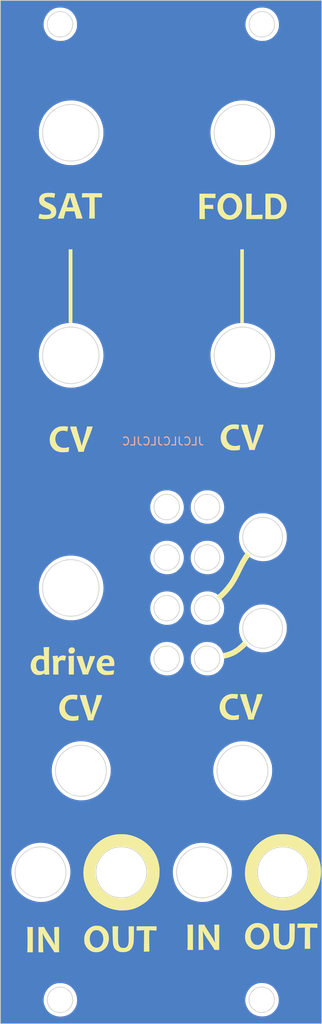
<source format=kicad_pcb>
(kicad_pcb (version 20211014) (generator pcbnew)
  (layers (0 "F.Cu" signal) (31 "B.Cu" signal) (34 "B.Paste" user) (35 "F.Paste" user) (36 "B.SilkS" user "B.Silkscreen") (37 "F.SilkS" user "F.Silkscreen") (38 "B.Mask" user) (39 "F.Mask" user) (44 "Edge.Cuts" user))
  (net 0 "")
  (footprint "__mysynthparts:wavefolder-panel" (layer "F.Cu") (at 127.394994 112.384417)
    (fp_text reference "Ref**" hide)
    (fp_text value "Val**" hide)
    (fp_poly (pts (xy 6.745751 -56.719548) (xy 6.786702 -56.681495) (xy 6.84683 -56.62056) (xy 6.92176 -56.541207) (xy 7.007115 -56.4479) (xy 7.029194 -56.423336) (xy 7.084708 -56.361341) (xy 7.166009 -56.270521) (xy 7.270658 -56.153601) (xy 7.396216 -56.013307) (xy 7.540244 -55.852364) (xy 7.700304 -55.673497) (xy 7.873956 -55.479433) (xy 8.058762 -55.272896) (xy 8.252283 -55.056611) (xy 8.45208 -54.833305) (xy 8.655715 -54.605702) (xy 8.727618 -54.525333) (xy 8.926811 -54.303015) (xy 9.119601 -54.088479) (xy 9.303924 -53.883985) (xy 9.477717 -53.691795) (xy 9.638916 -53.514171) (xy 9.785459 -53.353373) (xy 9.915281 -53.211663) (xy 10.026319 -53.091301) (xy 10.116511 -52.994549) (xy 10.183793 -52.923667) (xy 10.226101 -52.880918) (xy 10.237847 -52.870319) (xy 10.371351 -52.790918) (xy 10.523084 -52.743763) (xy 10.680145 -52.732412) (xy 10.724023 -52.736222) (xy 10.79278 -52.749905) (xy 10.872583 -52.776559) (xy 10.971172 -52.819263) (xy 11.09629 -52.881096) (xy 11.122674 -52.894727) (xy 11.174443 -52.921705) (xy 11.261279 -52.96707) (xy 11.380759 -53.029553) (xy 11.530457 -53.107883) (xy 11.707949 -53.200792) (xy 11.910811 -53.307008) (xy 12.136617 -53.425262) (xy 12.382942 -53.554285) (xy 12.647363 -53.692806) (xy 12.927453 -53.839555) (xy 13.22079 -53.993263) (xy 13.524947 -54.152659) (xy 13.837501 -54.316474) (xy 14.029033 -54.416868) (xy 14.340218 -54.579957) (xy 14.641176 -54.737628) (xy 14.929767 -54.888762) (xy 15.203855 -55.032244) (xy 15.461303 -55.166957) (xy 15.699973 -55.291783) (xy 15.917729 -55.405606) (xy 16.112431 -55.507308) (xy 16.281945 -55.595774) (xy 16.424131 -55.669885) (xy 16.536853 -55.728526) (xy 16.617974 -55.770579) (xy 16.665356 -55.794927) (xy 16.677476 -55.8009) (xy 16.696668 -55.7894) (xy 16.747771 -55.754586) (xy 16.828496 -55.698101) (xy 16.936558 -55.621583) (xy 17.069669 -55.526675) (xy 17.225542 -55.415016) (xy 17.401891 -55.288247) (xy 17.596428 -55.148008) (xy 17.806867 -54.995941) (xy 18.030921 -54.833686) (xy 18.266302 -54.662883) (xy 18.454652 -54.525972) (xy 20.214167 -53.246027) (xy 20.214167 -33.671263) (xy 19.880792 -33.988128) (xy 19.680361 -34.1787) (xy 19.508164 -34.342377) (xy 19.361633 -34.481309) (xy 19.238203 -34.597642) (xy 19.135305 -34.693526) (xy 19.050375 -34.77111) (xy 18.980845 -34.832541) (xy 18.924149 -34.879968) (xy 18.877721 -34.91554) (xy 18.838993 -34.941405) (xy 18.8054 -34.959711) (xy 18.774374 -34.972607) (xy 18.74335 -34.982242) (xy 18.709761 -34.990763) (xy 18.671891 -35.000102) (xy 18.579583 -35.019494) (xy 18.501805 -35.023369) (xy 18.414153 -35.012828) (xy 18.40905 -35.011938) (xy 18.290992 -34.978286) (xy 18.173284 -34.922653) (xy 18.070285 -34.853073) (xy 18.000756 -34.78351) (xy 17.984768 -34.757239) (xy 17.949819 -34.695882) (xy 17.897088 -34.601589) (xy 17.827752 -34.476511) (xy 17.742988 -34.322798) (xy 17.643974 -34.1426) (xy 17.531887 -33.93807) (xy 17.407904 -33.711356) (xy 17.273203 -33.46461) (xy 17.128961 -33.199982) (xy 16.976356 -32.919623) (xy 16.816565 -32.625683) (xy 16.650766 -32.320313) (xy 16.500061 -32.042426) (xy 16.330596 -31.730039) (xy 16.166477 -31.428008) (xy 16.008848 -31.138416) (xy 15.858852 -30.863342) (xy 15.717633 -30.604867) (xy 15.586334 -30.365071) (xy 15.4661 -30.146037) (xy 15.358074 -29.949843) (xy 15.263399 -29.778571) (xy 15.183219 -29.634302) (xy 15.118678 -29.519116) (xy 15.07092 -29.435093) (xy 15.041088 -29.384316) (xy 15.030453 -29.36875) (xy 15.013868 -29.385487) (xy 14.976212 -29.432984) (xy 14.920472 -29.507172) (xy 14.849638 -29.603979) (xy 14.766699 -29.719337) (xy 14.674643 -29.849175) (xy 14.610745 -29.94025) (xy 14.551141 -30.025563) (xy 14.469057 -30.143067) (xy 14.366251 -30.290246) (xy 14.244481 -30.464582) (xy 14.105505 -30.663559) (xy 13.95108 -30.884661) (xy 13.782964 -31.12537) (xy 13.602915 -31.383169) (xy 13.412691 -31.655543) (xy 13.214049 -31.939973) (xy 13.008748 -32.233943) (xy 12.798544 -32.534937) (xy 12.585196 -32.840437) (xy 12.415454 -33.0835) (xy 12.207388 -33.38122) (xy 12.004995 -33.670388) (xy 11.809689 -33.949003) (xy 11.622886 -34.215062) (xy 11.446003 -34.466564) (xy 11.280454 -34.701506) (xy 11.127654 -34.917888) (xy 10.989021 -35.113706) (xy 10.865968 -35.286959) (xy 10.759912 -35.435646) (xy 10.672268 -35.557764) (xy 10.604451 -35.651311) (xy 10.557877 -35.714286) (xy 10.533962 -35.744687) (xy 10.533048 -35.745676) (xy 10.40854 -35.847476) (xy 10.267774 -35.914264) (xy 10.11761 -35.946156) (xy 9.96491 -35.943266) (xy 9.816535 -35.905709) (xy 9.679347 -35.8336) (xy 9.562279 -35.72942) (xy 9.532558 -35.687579) (xy 9.484731 -35.609406) (xy 9.419639 -35.496424) (xy 9.338122 -35.350158) (xy 9.241023 -35.172131) (xy 9.129181 -34.963867) (xy 9.003438 -34.726891) (xy 8.890564 -34.51225) (xy 8.815115 -34.368257) (xy 8.721528 -34.18965) (xy 8.611314 -33.979312) (xy 8.485984 -33.740126) (xy 8.347049 -33.474975) (xy 8.196019 -33.186742) (xy 8.034405 -32.878311) (xy 7.863718 -32.552565) (xy 7.685468 -32.212386) (xy 7.501167 -31.860659) (xy 7.312325 -31.500266) (xy 7.120453 -31.13409) (xy 6.927061 -30.765014) (xy 6.73366 -30.395923) (xy 6.594712 -30.13075) (xy 6.412917 -29.783881) (xy 6.236335 -29.4471) (xy 6.065973 -29.122325) (xy 5.902839 -28.81147) (xy 5.747942 -28.516451) (xy 5.602288 -28.239185) (xy 5.466885 -27.981585) (xy 5.342741 -27.745569) (xy 5.230865 -27.533052) (xy 5.132263 -27.345949) (xy 5.047943 -27.186176) (xy 4.978914 -27.055649) (xy 4.926182 -26.956283) (xy 4.890756 -26.889994) (xy 4.873643 -26.858699) (xy 4.872213 -26.8564) (xy 4.861239 -26.87252) (xy 4.834615 -26.924053) (xy 4.793868 -27.007724) (xy 4.740527 -27.120254) (xy 4.676118 -27.258366) (xy 4.602172 -27.418783) (xy 4.520214 -27.598228) (xy 4.431773 -27.793423) (xy 4.338377 -28.001092) (xy 4.334393 -28.009983) (xy 4.161103 -28.396751) (xy 3.971767 -28.819217) (xy 3.767693 -29.274466) (xy 3.550189 -29.759583) (xy 3.320561 -30.271653) (xy 3.080118 -30.80776) (xy 2.830167 -31.364989) (xy 2.572015 -31.940426) (xy 2.306969 -32.531154) (xy 2.036337 -33.13426) (xy 1.78839 -33.68675) (xy 1.675606 -33.938065) (xy 1.564427 -34.185834) (xy 1.456578 -34.426213) (xy 1.353783 -34.655357) (xy 1.257764 -34.869424) (xy 1.170248 -35.06457) (xy 1.092956 -35.236949) (xy 1.027614 -35.38272) (xy 0.975945 -35.498038) (xy 0.939674 -35.579059) (xy 0.93631 -35.586579) (xy 0.861036 -35.749484) (xy 0.795194 -35.877985) (xy 0.73459 -35.977755) (xy 0.675029 -36.054471) (xy 0.612315 -36.113806) (xy 0.542255 -36.161436) (xy 0.491372 -36.18852) (xy 0.418849 -36.220541) (xy 0.353192 -36.238583) (xy 0.276589 -36.246257) (xy 0.201084 -36.24738) (xy 0.044939 -36.234479) (xy -0.086385 -36.193886) (xy -0.203465 -36.121127) (xy -0.292012 -36.03884) (xy -0.332071 -35.994164) (xy -0.366537 -35.948702) (xy -0.397814 -35.896811) (xy -0.428307 -35.832852) (xy -0.460423 -35.751185) (xy -0.496565 -35.64617) (xy -0.539139 -35.512166) (xy -0.59055 -35.343534) (xy -0.595481 -35.327167) (xy -0.642815 -35.168271) (xy -0.687986 -35.012691) (xy -0.731585 -34.857767) (xy -0.774205 -34.700837) (xy -0.816435 -34.539239) (xy -0.858868 -34.370312) (xy -0.902094 -34.191395) (xy -0.946704 -33.999827) (xy -0.993291 -33.792946) (xy -1.042445 -33.56809) (xy -1.094757 -33.322599) (xy -1.150819 -33.053811) (xy -1.211221 -32.759065) (xy -1.276556 -32.435699) (xy -1.347414 -32.081052) (xy -1.424387 -31.692463) (xy -1.508065 -31.26727) (xy -1.587661 -30.861) (xy -1.631421 -30.638895) (xy -1.677118 -30.409887) (xy -1.723229 -30.181421) (xy -1.768231 -29.96094) (xy -1.810599 -29.755886) (xy -1.84881 -29.573705) (xy -1.88134 -29.421838) (xy -1.895316 -29.358167) (xy -2.018085 -28.829933) (xy -2.142533 -28.343516) (xy -2.268641 -27.898965) (xy -2.396387 -27.49633) (xy -2.525753 -27.135661) (xy -2.656717 -26.817007) (xy -2.78926 -26.540418) (xy -2.923361 -26.305945) (xy -3.059 -26.113636) (xy -3.196156 -25.963542) (xy -3.316628 -25.867386) (xy -3.374161 -25.832537) (xy -3.425341 -25.812836) (xy -3.486497 -25.804107) (xy -3.571449 -25.802167) (xy -3.669046 -25.799317) (xy -3.786239 -25.791768) (xy -3.900747 -25.781023) (xy -3.922361 -25.778502) (xy -4.034985 -25.767379) (xy -4.118728 -25.765966) (xy -4.185931 -25.774326) (xy -4.209373 -25.77999) (xy -4.316277 -25.829723) (xy -4.420907 -25.918555) (xy -4.520111 -26.043263) (xy -4.60015 -26.179601) (xy -4.654057 -26.289293) (xy -4.703187 -26.400301) (xy -4.748596 -26.516702) (xy -4.791339 -26.642574) (xy -4.832473 -26.781992) (xy -4.873053 -26.939034) (xy -4.914135 -27.117776) (xy -4.956774 -27.322295) (xy -5.002026 -27.556669) (xy -5.050948 -27.824972) (xy -5.102633 -28.119917) (xy -5.165645 -28.481716) (xy -5.223301 -28.805594) (xy -5.276472 -29.095504) (xy -5.326029 -29.355396) (xy -5.372841 -29.589224) (xy -5.41778 -29.800938) (xy -5.461715 -29.994492) (xy -5.505519 -30.173837) (xy -5.550061 -30.342926) (xy -5.596212 -30.505709) (xy -5.644842 -30.66614) (xy -5.696823 -30.82817) (xy -5.704156 -30.850417) (xy -5.86717 -31.321287) (xy -6.032187 -31.752843) (xy -6.200654 -32.148099) (xy -6.374015 -32.510071) (xy -6.553717 -32.841774) (xy -6.741204 -33.146223) (xy -6.937922 -33.426433) (xy -6.941267 -33.430888) (xy -7.207352 -33.752699) (xy -7.499933 -34.044913) (xy -7.81981 -34.30794) (xy -8.167782 -34.542193) (xy -8.544648 -34.74808) (xy -8.951207 -34.926013) (xy -9.38826 -35.076403) (xy -9.856605 -35.199659) (xy -10.357042 -35.296192) (xy -10.657416 -35.339475) (xy -10.867861 -35.358838) (xy -11.094097 -35.366544) (xy -11.323364 -35.36294) (xy -11.542903 -35.348368) (xy -11.739952 -35.323173) (xy -11.819351 -35.308148) (xy -12.196431 -35.207216) (xy -12.562571 -35.067822) (xy -12.918259 -34.889576) (xy -13.263982 -34.672088) (xy -13.600228 -34.414967) (xy -13.927486 -34.117822) (xy -14.246242 -33.780264) (xy -14.556986 -33.4019) (xy -14.860205 -32.982341) (xy -15.01243 -32.751874) (xy -15.167724 -32.503791) (xy -15.320429 -32.247305) (xy -15.471713 -31.979877) (xy -15.622746 -31.698972) (xy -15.774697 -31.402053) (xy -15.928737 -31.086583) (xy -16.086034 -30.750026) (xy -16.247757 -30.389843) (xy -16.415077 -30.0035) (xy -16.589162 -29.588458) (xy -16.771183 -29.142182) (xy -16.962307 -28.662134) (xy -17.163706 -28.145778) (xy -17.303823 -27.78125) (xy -17.470053 -27.346642) (xy -17.622198 -26.949169) (xy -17.761215 -26.5864) (xy -17.888063 -26.255898) (xy -18.003697 -25.955229) (xy -18.109076 -25.68196) (xy -18.205156 -25.433656) (xy -18.292895 -25.207882) (xy -18.373249 -25.002204) (xy -18.447176 -24.814187) (xy -18.515632 -24.641398) (xy -18.579576 -24.481402) (xy -18.639964 -24.331765) (xy -18.697754 -24.190052) (xy -18.753902 -24.053829) (xy -18.809366 -23.920661) (xy -18.865102 -23.788115) (xy -18.922069 -23.653755) (xy -18.980787 -23.516167) (xy -19.150038 -23.125864) (xy -19.309992 -22.768196) (xy -19.464203 -22.435461) (xy -19.616228 -22.11996) (xy -19.739009 -21.874108) (xy -19.811589 -21.732378) (xy -19.885326 -21.590806) (xy -19.957504 -21.454374) (xy -20.025408 -21.328065) (xy -20.086321 -21.21686) (xy -20.137528 -21.125741) (xy -20.176313 -21.059691) (xy -20.199959 -21.023692) (xy -20.205432 -21.0185) (xy -20.205984 -21.039455) (xy -20.206528 -21.101472) (xy -20.207061 -21.203279) (xy -20.207584 -21.343605) (xy -20.208095 -21.521178) (xy -20.208592 -21.734728) (xy -20.209076 -21.982982) (xy -20.209544 -22.26467) (xy -20.209996 -22.578519) (xy -20.21043 -22.923259) (xy -20.210846 -23.297617) (xy -20.211243 -23.700323) (xy -20.21162 -24.130105) (xy -20.211974 -24.585691) (xy -20.212306 -25.06581) (xy -20.212615 -25.569191) (xy -20.212899 -26.094562) (xy -20.213157 -26.640652) (xy -20.213388 -27.206189) (xy -20.213591 -27.789902) (xy -20.213766 -28.390519) (xy -20.21391 -29.006769) (xy -20.214023 -29.637381) (xy -20.214104 -30.281082) (xy -20.214152 -30.936602) (xy -20.214166 -31.533203) (xy -20.214166 -42.047907) (xy -20.073888 -42.257678) (xy -19.841506 -42.619271) (xy -19.611451 -43.00597) (xy -19.382526 -43.420175) (xy -19.153532 -43.864287) (xy -18.923271 -44.340708) (xy -18.690545 -44.851838) (xy -18.454157 -45.400078) (xy -18.214211 -45.984583) (xy -18.154185 -46.134824) (xy -18.094 -46.286941) (xy -18.032401 -46.444247) (xy -17.968137 -46.610049) (xy -17.899954 -46.787658) (xy -17.826599 -46.980383) (xy -17.74682 -47.191535) (xy -17.659363 -47.424422) (xy -17.564636 -47.677917) (xy -15.376287 -47.677917) (xy -15.373271 -47.431535) (xy -15.361593 -47.214208) (xy -15.339746 -47.013265) (xy -15.30622 -46.816036) (xy -15.259507 -46.609851) (xy -15.24021 -46.534917) (xy -15.118691 -46.15724) (xy -14.958213 -45.7949) (xy -14.759933 -45.449713) (xy -14.525008 -45.123495) (xy -14.254596 -44.818062) (xy -13.98493 -44.5651) (xy -13.648589 -44.302393) (xy -13.292727 -44.075763) (xy -12.919894 -43.886375) (xy -12.532639 -43.735395) (xy -12.133512 -43.623989) (xy -11.789833 -43.561691) (xy -11.72369 -43.555935) (xy -11.62505 -43.551627) (xy -11.503729 -43.548992) (xy -11.369546 -43.548255) (xy -11.250083 -43.549331) (xy -11.08454 -43.553172) (xy -10.948873 -43.559438) (xy -10.830646 -43.569254) (xy -10.717421 -43.583743) (xy -10.596763 -43.604032) (xy -10.551583 -43.612499) (xy -10.147248 -43.709078) (xy -9.76723 -43.839996) (xy -9.409977 -44.006084) (xy -9.073938 -44.20817) (xy -8.757561 -44.447083) (xy -8.459296 -44.723653) (xy -8.444619 -44.738702) (xy -8.15697 -45.064018) (xy -7.907035 -45.408186) (xy -7.695147 -45.77053) (xy -7.521636 -46.150374) (xy -7.386834 -46.547043) (xy -7.291074 -46.959862) (xy -7.261077 -47.14875) (xy -7.248551 -47.277976) (xy -7.241133 -47.43646) (xy -7.239408 -47.561404) (xy 6.210849 -47.561404) (xy 6.217102 -47.352316) (xy 6.230941 -47.156899) (xy 6.251167 -46.994118) (xy 6.336767 -46.581733) (xy 6.458532 -46.191311) (xy 6.616713 -45.822401) (xy 6.811563 -45.47455) (xy 7.043333 -45.147307) (xy 7.312277 -44.84022) (xy 7.609417 -44.560739) (xy 7.939756 -44.303488) (xy 8.290721 -44.08023) (xy 8.658594 -43.892685) (xy 9.039656 -43.742576) (xy 9.430188 -43.631624) (xy 9.743042 -43.572778) (xy 9.891391 -43.556918) (xy 10.067838 -43.547181) (xy 10.25859 -43.543591) (xy 10.449855 -43.54617) (xy 10.627839 -43.55494) (xy 10.778749 -43.569923) (xy 10.787228 -43.571103) (xy 10.985257 -43.604539) (xy 11.197677 -43.649548) (xy 11.409549 -43.702461) (xy 11.605935 -43.759603) (xy 11.740748 -43.805485) (xy 12.089268 -43.956711) (xy 12.421608 -44.14493) (xy 12.735469 -44.367145) (xy 13.028555 -44.620357) (xy 13.298566 -44.901569) (xy 13.543205 -45.20778) (xy 13.760175 -45.535994) (xy 13.947177 -45.883212) (xy 14.101913 -46.246435) (xy 14.222086 -46.622665) (xy 14.305397 -47.008904) (xy 14.330136 -47.184212) (xy 14.343141 -47.343112) (xy 14.348766 -47.5266) (xy 14.347424 -47.723071) (xy 14.339528 -47.920923) (xy 14.325493 -48.108553) (xy 14.305731 -48.274359) (xy 14.287615 -48.376417) (xy 14.177711 -48.795049) (xy 14.032209 -49.191672) (xy 13.852006 -49.565115) (xy 13.638002 -49.914212) (xy 13.391093 -50.237794) (xy 13.112178 -50.534692) (xy 12.802156 -50.80374) (xy 12.461925 -51.043767) (xy 12.092381 -51.253606) (xy 12.065 -51.267353) (xy 11.686504 -51.432546) (xy 11.296851 -51.556976) (xy 10.896768 -51.640514) (xy 10.486982 -51.683028) (xy 10.068216 -51.684388) (xy 9.838525 -51.667957) (xy 9.443279 -51.608485) (xy 9.058641 -51.508507) (xy 8.686518 -51.368945) (xy 8.328819 -51.190722) (xy 7.98745 -50.974761) (xy 7.664319 -50.721984) (xy 7.428205 -50.501904) (xy 7.139785 -50.184148) (xy 6.889229 -49.847664) (xy 6.676127 -49.491679) (xy 6.500064 -49.115421) (xy 6.360629 -48.718115) (xy 6.26019 -48.312917) (xy 6.236854 -48.159918) (xy 6.220801 -47.976282) (xy 6.212108 -47.773085) (xy 6.210849 -47.561404) (xy -7.239408 -47.561404) (xy -7.238717 -47.611451) (xy -7.241198 -47.790196) (xy -7.248469 -47.959944) (xy -7.260425 -48.107941) (xy -7.269648 -48.17999) (xy -7.353846 -48.593425) (xy -7.476435 -48.990978) (xy -7.636426 -49.370683) (xy -7.83283 -49.730572) (xy -8.064656 -50.068681) (xy -8.330917 -50.383043) (xy -8.428881 -50.483936) (xy -8.743301 -50.76798) (xy -9.078287 -51.015087) (xy -9.433008 -51.224849) (xy -9.806633 -51.396856) (xy -10.198329 -51.5307) (xy -10.607266 -51.62597) (xy -10.816683 -51.658846) (xy -11.017199 -51.677398) (xy -11.244196 -51.684886) (xy -11.483395 -51.681688) (xy -11.72052 -51.668187) (xy -11.941295 -51.644762) (xy -12.062397 -51.625661) (xy -12.448094 -51.533848) (xy -12.822964 -51.401817) (xy -13.184652 -51.230828) (xy -13.530802 -51.022138) (xy -13.859061 -50.777006) (xy -14.158792 -50.504962) (xy -14.44679 -50.18937) (xy -14.697851 -49.853098) (xy -14.911935 -49.496222) (xy -15.089001 -49.118813) (xy -15.229009 -48.720946) (xy -15.318773 -48.367092) (xy -15.3389 -48.267432) (xy -15.353674 -48.180074) (xy -15.363931 -48.095012) (xy -15.370505 -48.002243) (xy -15.374231 -47.891761) (xy -15.375945 -47.753561) (xy -15.376287 -47.677917) (xy -17.564636 -47.677917) (xy -17.562977 -47.682355) (xy -17.456407 -47.968642) (xy -17.338401 -48.286595) (xy -17.207706 -48.639522) (xy -17.14453 -48.810333) (xy -16.963744 -49.297127) (xy -16.794975 -49.746856) (xy -16.636941 -50.162645) (xy -16.488361 -50.547617) (xy -16.34795 -50.904898) (xy -16.214427 -51.237613) (xy -16.08651 -51.548885) (xy -15.962915 -51.84184) (xy -15.84236 -52.119602) (xy -15.723563 -52.385295) (xy -15.60524 -52.642045) (xy -15.48611 -52.892976) (xy -15.376487 -53.11775) (xy -15.192147 -53.482836) (xy -15.01647 -53.812966) (xy -14.846116 -54.113785) (xy -14.67775 -54.390934) (xy -14.508033 -54.650056) (xy -14.333629 -54.896793) (xy -14.287154 -54.959546) (xy -14.056306 -55.254327) (xy -13.832424 -55.510833) (xy -13.612375 -55.731902) (xy -13.393027 -55.920372) (xy -13.171249 -56.079081) (xy -12.943909 -56.210865) (xy -12.860573 -56.25204) (xy -12.663208 -56.33545) (xy -12.468649 -56.395575) (xy -12.260325 -56.436932) (xy -12.114704 -56.455369) (xy -12.00086 -56.465687) (xy -11.906315 -56.469421) (xy -11.81468 -56.466172) (xy -11.709568 -56.455538) (xy -11.617287 -56.443219) (xy -11.226636 -56.373793) (xy -10.867985 -56.279268) (xy -10.538068 -56.157965) (xy -10.233621 -56.008204) (xy -9.951377 -55.828308) (xy -9.688073 -55.616597) (xy -9.440444 -55.371394) (xy -9.362566 -55.283946) (xy -9.272393 -55.177404) (xy -9.185334 -55.069344) (xy -9.099344 -54.956537) (xy -9.012379 -54.835756) (xy -8.922395 -54.70377) (xy -8.827346 -54.557353) (xy -8.725189 -54.393276) (xy -8.613878 -54.208309) (xy -8.49137 -53.999225) (xy -8.355619 -53.762794) (xy -8.204581 -53.49579) (xy -8.036211 -53.194982) (xy -8.010869 -53.1495) (xy -7.918098 -52.983166) (xy -7.830105 -52.825852) (xy -7.749383 -52.681987) (xy -7.678429 -52.555999) (xy -7.61974 -52.452316) (xy -7.57581 -52.375369) (xy -7.549136 -52.329584) (xy -7.544648 -52.322231) (xy -7.470363 -52.228805) (xy -7.373489 -52.141148) (xy -7.268627 -52.071088) (xy -7.192373 -52.036824) (xy -7.056528 -52.009644) (xy -6.90828 -52.009716) (xy -6.763963 -52.035699) (xy -6.648511 -52.081441) (xy -6.52288 -52.170355) (xy -6.418071 -52.285002) (xy -6.359317 -52.382575) (xy -6.348656 -52.416677) (xy -6.330534 -52.488372) (xy -6.305813 -52.593743) (xy -6.275353 -52.728876) (xy -6.240015 -52.889856) (xy -6.20066 -53.072766) (xy -6.158147 -53.273693) (xy -6.113339 -53.48872) (xy -6.073039 -53.684799) (xy -6.016553 -53.960773) (xy -5.967827 -54.197373) (xy -5.926383 -54.39675) (xy -5.891746 -54.561054) (xy -5.863441 -54.692436) (xy -5.840991 -54.793046) (xy -5.823922 -54.865036) (xy -5.811757 -54.910556) (xy -5.804021 -54.931756) (xy -5.800237 -54.930787) (xy -5.799666 -54.920712) (xy -5.794721 -54.898922) (xy -5.780252 -54.83828) (xy -5.756813 -54.74105) (xy -5.724954 -54.609496) (xy -5.685227 -54.445884) (xy -5.638185 -54.252478) (xy -5.584378 -54.031542) (xy -5.52436 -53.785341) (xy -5.458682 -53.51614) (xy -5.387895 -53.226202) (xy -5.312552 -52.917793) (xy -5.233205 -52.593178) (xy -5.150404 -52.25462) (xy -5.064703 -51.904385) (xy -5.047289 -51.833241) (xy -4.937678 -51.385916) (xy -4.837563 -50.978342) (xy -4.746584 -50.6091) (xy -4.664379 -50.276773) (xy -4.590587 -49.979941) (xy -4.524847 -49.717186) (xy -4.466798 -49.48709) (xy -4.416078 -49.288233) (xy -4.372326 -49.119198) (xy -4.335182 -48.978566) (xy -4.304285 -48.864918) (xy -4.279272 -48.776836) (xy -4.259783 -48.712902) (xy -4.245458 -48.671696) (xy -4.238338 -48.655671) (xy -4.144131 -48.524206) (xy -4.023651 -48.424701) (xy -3.880356 -48.358976) (xy -3.717703 -48.328854) (xy -3.61715 -48.328341) (xy -3.452209 -48.356717) (xy -3.304733 -48.420412) (xy -3.179855 -48.51605) (xy -3.082706 -48.640255) (xy -3.051103 -48.700793) (xy -3.041471 -48.731411) (xy -3.022378 -48.801064) (xy -2.994348 -48.90765) (xy -2.957907 -49.049063) (xy -2.913578 -49.223202) (xy -2.861886 -49.427962) (xy -2.803355 -49.66124) (xy -2.738511 -49.920933) (xy -2.667876 -50.204936) (xy -2.591977 -50.511147) (xy -2.511337 -50.837463) (xy -2.42648 -51.181779) (xy -2.337932 -51.541992) (xy -2.246217 -51.915998) (xy -2.151859 -52.301695) (xy -2.084397 -52.578) (xy -1.988877 -52.969466) (xy -1.895969 -53.350066) (xy -1.806176 -53.717748) (xy -1.720001 -54.070457) (xy -1.637947 -54.40614) (xy -1.560517 -54.722742) (xy -1.488215 -55.018208) (xy -1.421544 -55.290486) (xy -1.361006 -55.537521) (xy -1.307104 -55.757259) (xy -1.260343 -55.947646) (xy -1.221224 -56.106628) (xy -1.190251 -56.232151) (xy -1.167928 -56.322161) (xy -1.154756 -56.374604) (xy -1.151204 -56.388) (xy -1.138515 -56.402398) (xy -1.119666 -56.380376) (xy -1.112313 -56.366833) (xy -1.101799 -56.341951) (xy -1.07651 -56.279671) (xy -1.037228 -56.181966) (xy -0.984738 -56.050809) (xy -0.919823 -55.888173) (xy -0.843268 -55.69603) (xy -0.755855 -55.476353) (xy -0.65837 -55.231114) (xy -0.551596 -54.962287) (xy -0.436317 -54.671844) (xy -0.313317 -54.361757) (xy -0.183379 -54.034) (xy -0.047288 -53.690544) (xy 0.094172 -53.333363) (xy 0.240219 -52.964429) (xy 0.359625 -52.662667) (xy 0.50894 -52.285362) (xy 0.654407 -51.918009) (xy 0.795232 -51.562597) (xy 0.930626 -51.221115) (xy 1.059795 -50.895554) (xy 1.181949 -50.587902) (xy 1.296295 -50.30015) (xy 1.402041 -50.034288) (xy 1.498397 -49.792303) (xy 1.584571 -49.576187) (xy 1.65977 -49.387929) (xy 1.723203 -49.229519) (xy 1.774078 -49.102946) (xy 1.811605 -49.010199) (xy 1.83499 -48.953269) (xy 1.842933 -48.934951) (xy 1.901059 -48.851166) (xy 1.985888 -48.766085) (xy 2.083776 -48.691235) (xy 2.181084 -48.638146) (xy 2.204575 -48.62934) (xy 2.340507 -48.601999) (xy 2.488594 -48.601776) (xy 2.63262 -48.627364) (xy 2.748643 -48.673148) (xy 2.83479 -48.727266) (xy 2.906729 -48.791212) (xy 2.971795 -48.873622) (xy 3.037323 -48.983135) (xy 3.077292 -49.060197) (xy 3.095612 -49.0978) (xy 3.131144 -49.171699) (xy 3.182956 -49.279938) (xy 3.25012 -49.420565) (xy 3.331705 -49.591624) (xy 3.426783 -49.791162) (xy 3.534422 -50.017224) (xy 3.653694 -50.267856) (xy 3.783669 -50.541104) (xy 3.923417 -50.835014) (xy 4.072009 -51.147631) (xy 4.228514 -51.477001) (xy 4.392002 -51.821171) (xy 4.561545 -52.178185) (xy 4.736213 -52.54609) (xy 4.915075 -52.922931) (xy 4.942237 -52.980167) (xy 5.120355 -53.355436) (xy 5.293694 -53.720501) (xy 5.461377 -54.073522) (xy 5.622528 -54.412656) (xy 5.776269 -54.736063) (xy 5.921723 -55.041901) (xy 6.058013 -55.328328) (xy 6.184263 -55.593504) (xy 6.299595 -55.835587) (xy 6.403133 -56.052735) (xy 6.493999 -56.243108) (xy 6.571315 -56.404864) (xy 6.634207 -56.536162) (xy 6.681795 -56.63516) (xy 6.713204 -56.700017) (xy 6.727556 -56.728892) (xy 6.728355 -56.730253) (xy 6.745751 -56.719548)) (layer "F.Cu") (width 0.01) (fill solid))
    (fp_poly (pts (xy 20.214167 -59.582918) (xy 20.214125 -59.042177) (xy 20.213994 -58.542364) (xy 20.213767 -58.08207) (xy 20.213434 -57.659891) (xy 20.212988 -57.274419) (xy 20.212422 -56.924248) (xy 20.211726 -56.607971) (xy 20.210894 -56.324182) (xy 20.209916 -56.071475) (xy 20.208785 -55.848442) (xy 20.207494 -55.653678) (xy 20.206033 -55.485777) (xy 20.204395 -55.34333) (xy 20.202572 -55.224933) (xy 20.200556 -55.129179) (xy 20.198338 -55.054661) (xy 20.195912 -54.999972) (xy 20.193268 -54.963707) (xy 20.190399 -54.944458) (xy 20.187709 -54.940463) (xy 20.16704 -54.954931) (xy 20.114605 -54.992513) (xy 20.032869 -55.051423) (xy 19.924301 -55.129871) (xy 19.791368 -55.226071) (xy 19.636538 -55.338236) (xy 19.462277 -55.464577) (xy 19.271054 -55.603308) (xy 19.065335 -55.75264) (xy 18.847588 -55.910786) (xy 18.620281 -56.07596) (xy 18.616084 -56.07901) (xy 18.340529 -56.279283) (xy 18.096939 -56.456137) (xy 17.883009 -56.611004) (xy 17.696434 -56.745317) (xy 17.534906 -56.860508) (xy 17.39612 -56.958009) (xy 17.277771 -57.039252) (xy 17.177552 -57.105671) (xy 17.093158 -57.158696) (xy 17.022283 -57.199761) (xy 16.96262 -57.230297) (xy 16.911865 -57.251737) (xy 16.867711 -57.265514) (xy 16.827853 -57.273059) (xy 16.789984 -57.275804) (xy 16.751799 -57.275183) (xy 16.710991 -57.272627) (xy 16.696161 -57.271575) (xy 16.679644 -57.270935) (xy 16.665843 -57.27106) (xy 16.653167 -57.271143) (xy 16.640025 -57.270379) (xy 16.624825 -57.267963) (xy 16.605978 -57.263088) (xy 16.581891 -57.254948) (xy 16.550974 -57.242739) (xy 16.511635 -57.225653) (xy 16.462284 -57.202886) (xy 16.401329 -57.173631) (xy 16.32718 -57.137083) (xy 16.238245 -57.092436) (xy 16.132933 -57.038884) (xy 16.009653 -56.975622) (xy 15.866814 -56.901843) (xy 15.702825 -56.816742) (xy 15.516095 -56.719513) (xy 15.305033 -56.60935) (xy 15.068047 -56.485448) (xy 14.803548 -56.347001) (xy 14.509943 -56.193202) (xy 14.185641 -56.023247) (xy 13.829052 -55.836329) (xy 13.438584 -55.631642) (xy 13.012647 -55.408382) (xy 12.883755 -55.340829) (xy 12.602347 -55.193588) (xy 12.332435 -55.052838) (xy 12.076339 -54.919765) (xy 11.836379 -54.795553) (xy 11.614875 -54.681388) (xy 11.414147 -54.578455) (xy 11.236514 -54.487941) (xy 11.084298 -54.411029) (xy 10.959817 -54.348907) (xy 10.865391 -54.302759) (xy 10.803341 -54.27377) (xy 10.775987 -54.263126) (xy 10.774915 -54.263262) (xy 10.758899 -54.28109) (xy 10.716366 -54.328549) (xy 10.649029 -54.403725) (xy 10.558603 -54.504705) (xy 10.4468 -54.629573) (xy 10.315334 -54.776417) (xy 10.165919 -54.943321) (xy 10.000269 -55.128371) (xy 9.820097 -55.329653) (xy 9.627116 -55.545253) (xy 9.423041 -55.773257) (xy 9.209585 -56.011751) (xy 8.995982 -56.250417) (xy 8.772593 -56.49996) (xy 8.555275 -56.742608) (xy 8.345892 -56.976282) (xy 8.146309 -57.198906) (xy 7.958392 -57.408403) (xy 7.784006 -57.602696) (xy 7.625017 -57.779708) (xy 7.48329 -57.937363) (xy 7.36069 -58.073583) (xy 7.259082 -58.186291) (xy 7.180333 -58.273411) (xy 7.126306 -58.332865) (xy 7.100803 -58.360537) (xy 6.988745 -58.469199) (xy 6.884986 -58.54459) (xy 6.779432 -58.591567) (xy 6.66199 -58.614988) (xy 6.561667 -58.62001) (xy 6.455801 -58.617583) (xy 6.376866 -58.607365) (xy 6.309803 -58.586936) (xy 6.282344 -58.575092) (xy 6.156824 -58.496354) (xy 6.044819 -58.381385) (xy 5.944412 -58.228042) (xy 5.906677 -58.15467) (xy 5.862448 -58.062557) (xy 5.802652 -57.93748) (xy 5.729813 -57.784746) (xy 5.646455 -57.609663) (xy 5.555103 -57.417538) (xy 5.458282 -57.21368) (xy 5.358516 -57.003397) (xy 5.258331 -56.791995) (xy 5.217374 -56.7055) (xy 5.171385 -56.608439) (xy 5.110007 -56.479035) (xy 5.036037 -56.323178) (xy 4.952271 -56.146752) (xy 4.861504 -55.955648) (xy 4.766532 -55.75575) (xy 4.67015 -55.552947) (xy 4.599224 -55.40375) (xy 4.52061 -55.238386) (xy 4.426179 -55.039725) (xy 4.31828 -54.81271) (xy 4.199262 -54.562281) (xy 4.071472 -54.293382) (xy 3.93726 -54.010953) (xy 3.798973 -53.719937) (xy 3.65896 -53.425274) (xy 3.519569 -53.131908) (xy 3.383149 -52.844779) (xy 3.323509 -52.719245) (xy 3.1618 -52.379571) (xy 3.016878 -52.07662) (xy 2.88884 -51.810595) (xy 2.777787 -51.581697) (xy 2.683817 -51.390126) (xy 2.607031 -51.236085) (xy 2.547526 -51.119776) (xy 2.505403 -51.041399) (xy 2.480761 -51.001155) (xy 2.473939 -50.995829) (xy 2.464834 -51.017776) (xy 2.440978 -51.077036) (xy 2.403185 -51.171558) (xy 2.352268 -51.299286) (xy 2.289041 -51.458167) (xy 2.214317 -51.646147) (xy 2.12891 -51.861172) (xy 2.033634 -52.101189) (xy 1.929303 -52.364144) (xy 1.816729 -52.647982) (xy 1.696728 -52.950651) (xy 1.570112 -53.270096) (xy 1.437695 -53.604264) (xy 1.300291 -53.951101) (xy 1.158713 -54.308553) (xy 1.013775 -54.674566) (xy 0.866292 -55.047087) (xy 0.717076 -55.424061) (xy 0.566941 -55.803435) (xy 0.4167 -56.183155) (xy 0.267168 -56.561168) (xy 0.119159 -56.935419) (xy -0.026515 -57.303854) (xy -0.169039 -57.664421) (xy -0.3076 -58.015065) (xy -0.441385 -58.353732) (xy -0.527276 -58.571229) (xy -0.589028 -58.725442) (xy -0.639442 -58.845682) (xy -0.681386 -58.937855) (xy -0.717727 -59.007866) (xy -0.751334 -59.061622) (xy -0.785073 -59.105027) (xy -0.788264 -59.108684) (xy -0.909506 -59.215852) (xy -1.050904 -59.289423) (xy -1.204978 -59.327868) (xy -1.364244 -59.329657) (xy -1.521222 -59.29326) (xy -1.576916 -59.269956) (xy -1.700784 -59.193183) (xy -1.809843 -59.091452) (xy -1.890708 -58.977382) (xy -1.89409 -58.970966) (xy -1.903293 -58.942465) (xy -1.921835 -58.87538) (xy -1.949073 -58.772267) (xy -1.984366 -58.635681) (xy -2.027073 -58.468179) (xy -2.076551 -58.272316) (xy -2.132161 -58.050648) (xy -2.19326 -57.805731) (xy -2.259208 -57.540122) (xy -2.329362 -57.256375) (xy -2.403081 -56.957048) (xy -2.479724 -56.644695) (xy -2.551705 -56.350326) (xy -2.635462 -56.007253) (xy -2.720004 -55.660997) (xy -2.804381 -55.315448) (xy -2.887642 -54.974493) (xy -2.968839 -54.642023) (xy -3.047022 -54.321926) (xy -3.121239 -54.018091) (xy -3.190542 -53.734406) (xy -3.253981 -53.474761) (xy -3.310605 -53.243045) (xy -3.359465 -53.043146) (xy -3.399611 -52.878953) (xy -3.412817 -52.824961) (xy -3.47572 -52.569902) (xy -3.5296 -52.355919) (xy -3.574531 -52.182743) (xy -3.610585 -52.050105) (xy -3.637835 -51.957737) (xy -3.656356 -51.90537) (xy -3.666221 -51.892734) (xy -3.666726 -51.893628) (xy -3.674236 -51.91983) (xy -3.690965 -51.983996) (xy -3.716126 -52.082955) (xy -3.748932 -52.213537) (xy -3.788594 -52.372571) (xy -3.834324 -52.556888) (xy -3.885336 -52.763317) (xy -3.940841 -52.988688) (xy -4.000052 -53.229831) (xy -4.062181 -53.483575) (xy -4.08658 -53.583417) (xy -4.162238 -53.893167) (xy -4.244631 -54.230482) (xy -4.331736 -54.587076) (xy -4.421528 -54.954665) (xy -4.511983 -55.324964) (xy -4.601079 -55.689687) (xy -4.68679 -56.040551) (xy -4.767094 -56.369269) (xy -4.839966 -56.667558) (xy -4.859478 -56.747426) (xy -4.920413 -56.99567) (xy -4.979381 -57.233637) (xy -5.035486 -57.457855) (xy -5.087835 -57.664854) (xy -5.135534 -57.851165) (xy -5.177689 -58.013317) (xy -5.213405 -58.147841) (xy -5.241789 -58.251266) (xy -5.261947 -58.320122) (xy -5.272299 -58.349634) (xy -5.342746 -58.457995) (xy -5.440956 -58.559467) (xy -5.552931 -58.640247) (xy -5.583875 -58.656802) (xy -5.643592 -58.682093) (xy -5.70527 -58.697066) (xy -5.782955 -58.704083) (xy -5.87375 -58.705555) (xy -5.972209 -58.703761) (xy -6.042566 -58.69682) (xy -6.098984 -58.68204) (xy -6.155622 -58.656726) (xy -6.170083 -58.649176) (xy -6.297884 -58.561468) (xy -6.406729 -58.448136) (xy -6.474244 -58.342472) (xy -6.487051 -58.304171) (xy -6.507662 -58.225228) (xy -6.535876 -58.106572) (xy -6.57149 -57.949131) (xy -6.614303 -57.753833) (xy -6.664112 -57.521607) (xy -6.720716 -57.253379) (xy -6.783913 -56.950079) (xy -6.8535 -56.612634) (xy -6.899843 -56.386297) (xy -6.956002 -56.111656) (xy -7.009835 -55.849015) (xy -7.060733 -55.601314) (xy -7.108085 -55.371497) (xy -7.151281 -55.162505) (xy -7.189709 -54.97728) (xy -7.22276 -54.818764) (xy -7.249824 -54.6899) (xy -7.270289 -54.593629) (xy -7.283546 -54.532893) (xy -7.288984 -54.510634) (xy -7.289011 -54.5106) (xy -7.300921 -54.525998) (xy -7.329944 -54.573369) (xy -7.373041 -54.647458) (xy -7.427173 -54.743008) (xy -7.489301 -54.854764) (xy -7.514405 -54.900442) (xy -7.652723 -55.149813) (xy -7.776775 -55.366007) (xy -7.89018 -55.554215) (xy -7.996554 -55.71963) (xy -8.099515 -55.867444) (xy -8.202681 -56.002851) (xy -8.30967 -56.131043) (xy -8.424098 -56.257211) (xy -8.549585 -56.38655) (xy -8.550222 -56.387189) (xy -8.877051 -56.685219) (xy -9.230753 -56.951302) (xy -9.609169 -57.184301) (xy -10.010139 -57.38308) (xy -10.431506 -57.546502) (xy -10.871109 -57.673429) (xy -11.08075 -57.719626) (xy -11.330797 -57.765822) (xy -11.55111 -57.797708) (xy -11.751686 -57.815592) (xy -11.942519 -57.819778) (xy -12.133607 -57.810574) (xy -12.334946 -57.788283) (xy -12.499374 -57.763048) (xy -12.831113 -57.687642) (xy -13.167401 -57.572987) (xy -13.503785 -57.421204) (xy -13.83581 -57.234409) (xy -14.159025 -57.01472) (xy -14.298083 -56.907556) (xy -14.397381 -56.823299) (xy -14.51595 -56.715046) (xy -14.645533 -56.590961) (xy -14.777876 -56.45921) (xy -14.904722 -56.327957) (xy -15.017816 -56.205367) (xy -15.08021 -56.134) (xy -15.34201 -55.807535) (xy -15.601824 -55.446524) (xy -15.860282 -55.049861) (xy -16.118016 -54.616436) (xy -16.37566 -54.145143) (xy -16.633844 -53.634873) (xy -16.893201 -53.084518) (xy -17.145925 -52.512656) (xy -17.238022 -52.29569) (xy -17.334855 -52.06294) (xy -17.43761 -51.811414) (xy -17.54747 -51.538121) (xy -17.665623 -51.240073) (xy -17.793251 -50.914278) (xy -17.931542 -50.557745) (xy -18.081678 -50.167486) (xy -18.244847 -49.740509) (xy -18.253182 -49.718633) (xy -18.400381 -49.332438) (xy -18.533887 -48.98264) (xy -18.65496 -48.666027) (xy -18.764855 -48.37939) (xy -18.864833 -48.11952) (xy -18.956151 -47.883207) (xy -19.040068 -47.667241) (xy -19.11784 -47.468412) (xy -19.190728 -47.283511) (xy -19.259988 -47.109328) (xy -19.326879 -46.942653) (xy -19.392659 -46.780276) (xy -19.458587 -46.618989) (xy -19.52592 -46.45558) (xy -19.595917 -46.286841) (xy -19.638064 -46.185667) (xy -19.702108 -46.033601) (xy -19.771379 -45.871695) (xy -19.843203 -45.70597) (xy -19.914904 -45.542451) (xy -19.983809 -45.387161) (xy -20.047244 -45.246122) (xy -20.102533 -45.125359) (xy -20.147002 -45.030894) (xy -20.177977 -44.96875) (xy -20.180427 -44.964182) (xy -20.182972 -44.962511) (xy -20.185381 -44.967879) (xy -20.187658 -44.981393) (xy -20.189807 -45.004159) (xy -20.191831 -45.037285) (xy -20.193734 -45.081879) (xy -20.195521 -45.139046) (xy -20.197194 -45.209894) (xy -20.198758 -45.295529) (xy -20.200216 -45.39706) (xy -20.201573 -45.515592) (xy -20.202831 -45.652233) (xy -20.203995 -45.80809) (xy -20.205069 -45.984269) (xy -20.206056 -46.181878) (xy -20.206961 -46.402024) (xy -20.207786 -46.645814) (xy -20.208536 -46.914354) (xy -20.209214 -47.208752) (xy -20.209825 -47.530115) (xy -20.210372 -47.879549) (xy -20.210858 -48.258162) (xy -20.211289 -48.667061) (xy -20.211666 -49.107352) (xy -20.211995 -49.580143) (xy -20.21228 -50.08654) (xy -20.212522 -50.627651) (xy -20.212728 -51.204583) (xy -20.2129 -51.818442) (xy -20.213042 -52.470336) (xy -20.213158 -53.161372) (xy -20.213252 -53.892655) (xy -20.213319 -54.572958) (xy -20.213891 -61.105352) (xy -14.791088 -61.105352) (xy -14.766526 -60.862696) (xy -14.731724 -60.706) (xy -14.688271 -60.576222) (xy -14.627238 -60.427512) (xy -14.555272 -60.273827) (xy -14.479022 -60.129127) (xy -14.405135 -60.00737) (xy -14.385336 -59.978675) (xy -14.217479 -59.778278) (xy -14.016951 -59.597261) (xy -13.791049 -59.441049) (xy -13.547066 -59.315066) (xy -13.43025 -59.268569) (xy -13.19878 -59.201967) (xy -12.945879 -59.158986) (xy -12.685083 -59.140606) (xy -12.429926 -59.147806) (xy -12.202583 -59.179748) (xy -11.93008 -59.254966) (xy -11.673738 -59.362929) (xy -11.440006 -59.500407) (xy -11.235423 -59.664087) (xy -11.148379 -59.754625) (xy -11.051232 -59.870489) (xy -10.952545 -60.00007) (xy -10.860882 -60.131757) (xy -10.784806 -60.253943) (xy -10.744316 -60.329878) (xy -10.643891 -60.585553) (xy -10.58135 -60.850241) (xy -10.555093 -61.120018) (xy -10.55542 -61.130546) (xy 10.604891 -61.130546) (xy 10.633084 -60.860929) (xy 10.692854 -60.621333) (xy 10.783699 -60.389324) (xy 10.902117 -60.161753) (xy 11.040797 -59.951063) (xy 11.192423 -59.769697) (xy 11.194997 -59.767015) (xy 11.41092 -59.57271) (xy 11.651699 -59.412554) (xy 11.916761 -59.286854) (xy 12.205531 -59.195914) (xy 12.311073 -59.172557) (xy 12.446974 -59.153665) (xy 12.609789 -59.143653) (xy 12.785066 -59.142405) (xy 12.958354 -59.149803) (xy 13.1152 -59.165731) (xy 13.197417 -59.179748) (xy 13.479197 -59.258267) (xy 13.743138 -59.372298) (xy 13.984595 -59.519528) (xy 14.155514 -59.656991) (xy 14.242193 -59.745089) (xy 14.339527 -59.859438) (xy 14.438981 -59.988553) (xy 14.53202 -60.120951) (xy 14.61011 -60.245148) (xy 14.655602 -60.329878) (xy 14.721361 -60.479331) (xy 14.769009 -60.620028) (xy 14.80144 -60.764751) (xy 14.821551 -60.926281) (xy 14.831925 -61.108167) (xy 14.835268 -61.262066) (xy 14.832886 -61.386428) (xy 14.824163 -61.493741) (xy 14.808481 -61.596491) (xy 14.807528 -61.601604) (xy 14.734344 -61.888885) (xy 14.627303 -62.159528) (xy 14.489154 -62.410179) (xy 14.322648 -62.637486) (xy 14.130533 -62.838094) (xy 13.91556 -63.00865) (xy 13.680477 -63.145799) (xy 13.470544 -63.232373) (xy 13.296471 -63.285277) (xy 13.131271 -63.32106) (xy 12.961591 -63.341497) (xy 12.774082 -63.348359) (xy 12.616805 -63.345768) (xy 12.450841 -63.338195) (xy 12.315742 -63.325997) (xy 12.200085 -63.306531) (xy 12.092449 -63.27715) (xy 11.981412 -63.235212) (xy 11.855552 -63.178071) (xy 11.821584 -63.161662) (xy 11.577772 -63.020829) (xy 11.356822 -62.849121) (xy 11.160575 -62.650679) (xy 10.990871 -62.429646) (xy 10.849549 -62.190162) (xy 10.73845 -61.936368) (xy 10.659414 -61.672407) (xy 10.614281 -61.402419) (xy 10.604891 -61.130546) (xy -10.55542 -61.130546) (xy -10.563515 -61.390961) (xy -10.605016 -61.659145) (xy -10.677992 -61.920646) (xy -10.780843 -62.171541) (xy -10.911965 -62.407906) (xy -11.069756 -62.625816) (xy -11.252614 -62.821348) (xy -11.458937 -62.990577) (xy -11.687123 -63.129581) (xy -11.929456 -63.232373) (xy -12.104315 -63.285408) (xy -12.271078 -63.321333) (xy -12.443043 -63.341931) (xy -12.633509 -63.348987) (xy -12.783195 -63.346876) (xy -12.915136 -63.342226) (xy -13.015714 -63.336245) (xy -13.095901 -63.327361) (xy -13.166666 -63.314003) (xy -13.238981 -63.294601) (xy -13.313833 -63.270876) (xy -13.585641 -63.159619) (xy -13.836457 -63.012688) (xy -14.064096 -62.832338) (xy -14.26637 -62.620824) (xy -14.44109 -62.3804) (xy -14.586071 -62.11332) (xy -14.688757 -61.85371) (xy -14.751789 -61.611926) (xy -14.786037 -61.358784) (xy -14.791088 -61.105352) (xy -20.213891 -61.105352) (xy -20.214166 -64.240833) (xy 20.214167 -64.240833) (xy 20.214167 -59.582918)) (layer "F.Cu") (width 0.01) (fill solid))
    (fp_poly (pts (xy -11.001553 -34.00127) (xy -10.844051 -33.994574) (xy -10.693401 -33.981336) (xy -10.539512 -33.960251) (xy -10.372292 -33.930014) (xy -10.181649 -33.889319) (xy -10.033 -33.854893) (xy -9.646256 -33.746972) (xy -9.292576 -33.613954) (xy -8.970388 -33.455089) (xy -8.678124 -33.269622) (xy -8.470352 -33.10638) (xy -8.269497 -32.913835) (xy -8.076046 -32.687888) (xy -7.889319 -32.427315) (xy -7.708638 -32.130893) (xy -7.533324 -31.797401) (xy -7.362698 -31.425615) (xy -7.196082 -31.014312) (xy -7.032797 -30.562271) (xy -6.993377 -30.445629) (xy -6.929777 -30.247152) (xy -6.871178 -30.04658) (xy -6.816027 -29.837337) (xy -6.762769 -29.612845) (xy -6.70985 -29.366526) (xy -6.655718 -29.091803) (xy -6.598817 -28.782099) (xy -6.593975 -28.754917) (xy -6.560429 -28.566358) (xy -6.522583 -28.353883) (xy -6.483161 -28.132769) (xy -6.444886 -27.918288) (xy -6.410483 -27.725718) (xy -6.401487 -27.675417) (xy -6.325064 -27.268733) (xy -6.247964 -26.901627) (xy -6.169084 -26.571345) (xy -6.087318 -26.275133) (xy -6.001561 -26.010238) (xy -5.910709 -25.773906) (xy -5.813657 -25.563383) (xy -5.709301 -25.375916) (xy -5.596536 -25.208751) (xy -5.474256 -25.059134) (xy -5.341358 -24.924312) (xy -5.273688 -24.864228) (xy -5.160163 -24.781177) (xy -5.018066 -24.69798) (xy -4.860609 -24.621287) (xy -4.701002 -24.557747) (xy -4.60375 -24.527034) (xy -4.549047 -24.512598) (xy -4.497531 -24.50151) (xy -4.44275 -24.493379) (xy -4.378254 -24.487815) (xy -4.297592 -24.484428) (xy -4.194312 -24.482828) (xy -4.061963 -24.482625) (xy -3.894096 -24.483429) (xy -3.883585 -24.483496) (xy -3.655831 -24.486619) (xy -3.464166 -24.493428) (xy -3.302436 -24.50482) (xy -3.16449 -24.521695) (xy -3.044174 -24.544948) (xy -2.935335 -24.575479) (xy -2.831822 -24.614185) (xy -2.756396 -24.64797) (xy -2.525956 -24.779854) (xy -2.305573 -24.951924) (xy -2.09515 -25.164326) (xy -1.894588 -25.417205) (xy -1.703791 -25.710705) (xy -1.522661 -26.044971) (xy -1.351102 -26.420148) (xy -1.189015 -26.836381) (xy -1.087008 -27.134185) (xy -1.048854 -27.253198) (xy -1.011034 -27.375388) (xy -0.973015 -27.502974) (xy -0.934262 -27.638175) (xy -0.894239 -27.783208) (xy -0.852414 -27.940292) (xy -0.80825 -28.111644) (xy -0.761214 -28.299484) (xy -0.710772 -28.506029) (xy -0.656388 -28.733498) (xy -0.597529 -28.984108) (xy -0.53366 -29.260078) (xy -0.464245 -29.563626) (xy -0.388752 -29.896971) (xy -0.306646 -30.26233) (xy -0.217391 -30.661922) (xy -0.120453 -31.097965) (xy -0.015299 -31.572677) (xy 0.00987 -31.6865) (xy 0.067636 -31.947401) (xy 0.123051 -32.196879) (xy 0.175402 -32.431771) (xy 0.223975 -32.648912) (xy 0.268056 -32.845137) (xy 0.306933 -33.017281) (xy 0.33989 -33.162181) (xy 0.366216 -33.276672) (xy 0.385196 -33.357589) (xy 0.396117 -33.401768) (xy 0.398227 -33.408855) (xy 0.405907 -33.405214) (xy 0.423265 -33.37849) (xy 0.450977 -33.327238) (xy 0.489718 -33.25001) (xy 0.540164 -33.145362) (xy 0.602989 -33.011846) (xy 0.67887 -32.848017) (xy 0.768482 -32.652428) (xy 0.8725 -32.423633) (xy 0.9916 -32.160186) (xy 1.126457 -31.86064) (xy 1.253363 -31.577938) (xy 1.397096 -31.257404) (xy 1.553545 -30.908519) (xy 1.719429 -30.538599) (xy 1.891467 -30.154959) (xy 2.066379 -29.764916) (xy 2.240884 -29.375785) (xy 2.411701 -28.994883) (xy 2.575548 -28.629526) (xy 2.729146 -28.287029) (xy 2.869214 -27.974709) (xy 2.889527 -27.929417) (xy 3.012914 -27.654293) (xy 3.13657 -27.378567) (xy 3.258686 -27.106272) (xy 3.377455 -26.84144) (xy 3.491067 -26.588104) (xy 3.597714 -26.350297) (xy 3.695587 -26.132052) (xy 3.782877 -25.937401) (xy 3.857777 -25.770378) (xy 3.918478 -25.635016) (xy 3.952676 -25.55875) (xy 4.021231 -25.407262) (xy 4.086748 -25.265117) (xy 4.146595 -25.137822) (xy 4.198141 -25.030884) (xy 4.238756 -24.949813) (xy 4.265811 -24.900114) (xy 4.271407 -24.891406) (xy 4.359677 -24.794275) (xy 4.472511 -24.709203) (xy 4.592157 -24.649379) (xy 4.601797 -24.645975) (xy 4.720782 -24.621856) (xy 4.856819 -24.619844) (xy 4.991587 -24.638788) (xy 5.106768 -24.677535) (xy 5.10723 -24.677761) (xy 5.171492 -24.712941) (xy 5.229479 -24.754715) (xy 5.284746 -24.807812) (xy 5.340848 -24.876962) (xy 5.401339 -24.966898) (xy 5.469774 -25.082349) (xy 5.549709 -25.228047) (xy 5.618118 -25.357667) (xy 5.66564 -25.448599) (xy 5.730782 -25.573128) (xy 5.811505 -25.727358) (xy 5.905769 -25.907396) (xy 6.011534 -26.109347) (xy 6.12676 -26.329317) (xy 6.249408 -26.56341) (xy 6.377436 -26.807733) (xy 6.508806 -27.058391) (xy 6.641477 -27.311489) (xy 6.682462 -27.389667) (xy 6.995269 -27.986335) (xy 7.288949 -28.546533) (xy 7.564035 -29.071282) (xy 7.821062 -29.561602) (xy 8.060565 -30.018514) (xy 8.283078 -30.443038) (xy 8.489136 -30.836194) (xy 8.679272 -31.199003) (xy 8.854023 -31.532485) (xy 9.013922 -31.837661) (xy 9.159504 -32.11555) (xy 9.291302 -32.367174) (xy 9.409853 -32.593553) (xy 9.51569 -32.795707) (xy 9.609348 -32.974656) (xy 9.691362 -33.131422) (xy 9.762265 -33.267023) (xy 9.822593 -33.382482) (xy 9.87288 -33.478817) (xy 9.91366 -33.55705) (xy 9.945469 -33.618201) (xy 9.967035 -33.659799) (xy 10.021251 -33.763462) (xy 10.068989 -33.852541) (xy 10.106826 -33.920823) (xy 10.131341 -33.962097) (xy 10.138834 -33.971602) (xy 10.152863 -33.954855) (xy 10.188386 -33.907049) (xy 10.242751 -33.831901) (xy 10.313309 -33.733126) (xy 10.397408 -33.614439) (xy 10.492398 -33.479555) (xy 10.595629 -33.332191) (xy 10.62546 -33.28947) (xy 10.756775 -33.101313) (xy 10.905052 -32.888904) (xy 11.062999 -32.662686) (xy 11.223323 -32.433102) (xy 11.378733 -32.210595) (xy 11.521935 -32.00561) (xy 11.589614 -31.90875) (xy 11.770297 -31.650163) (xy 11.959042 -31.379992) (xy 12.153649 -31.101387) (xy 12.35192 -30.817499) (xy 12.551657 -30.531476) (xy 12.75066 -30.246471) (xy 12.94673 -29.965632) (xy 13.137668 -29.692109) (xy 13.321276 -29.429054) (xy 13.495355 -29.179614) (xy 13.657706 -28.946942) (xy 13.80613 -28.734187) (xy 13.938427 -28.544498) (xy 14.0524 -28.381026) (xy 14.14585 -28.246921) (xy 14.19744 -28.172833) (xy 14.326664 -27.989331) (xy 14.436702 -27.838403) (xy 14.53066 -27.716635) (xy 14.611643 -27.620612) (xy 14.682758 -27.546921) (xy 14.747112 -27.492148) (xy 14.80781 -27.452877) (xy 14.867958 -27.425695) (xy 14.881471 -27.420984) (xy 15.031674 -27.390722) (xy 15.187126 -27.394227) (xy 15.3382 -27.429074) (xy 15.475271 -27.49284) (xy 15.588714 -27.583101) (xy 15.607428 -27.603777) (xy 15.629933 -27.636873) (xy 15.670336 -27.703559) (xy 15.726538 -27.800114) (xy 15.796443 -27.922813) (xy 15.877953 -28.067934) (xy 15.968971 -28.231753) (xy 16.0674 -28.410548) (xy 16.171143 -28.600595) (xy 16.227839 -28.705118) (xy 16.325148 -28.884882) (xy 16.439875 -29.096766) (xy 16.569257 -29.335672) (xy 16.710535 -29.596505) (xy 16.860947 -29.874169) (xy 17.017732 -30.163567) (xy 17.178129 -30.459603) (xy 17.339378 -30.757181) (xy 17.498719 -31.051205) (xy 17.653389 -31.336579) (xy 17.716855 -31.453667) (xy 17.852841 -31.704541) (xy 17.98332 -31.945264) (xy 18.106849 -32.173174) (xy 18.221983 -32.385605) (xy 18.32728 -32.579894) (xy 18.421294 -32.753376) (xy 18.502584 -32.903387) (xy 18.569704 -33.027263) (xy 18.621211 -33.12234) (xy 18.655662 -33.185954) (xy 18.671611 -33.215441) (xy 18.672349 -33.216812) (xy 18.676803 -33.224003) (xy 18.682875 -33.228126) (xy 18.692648 -33.227302) (xy 18.708208 -33.219651) (xy 18.731638 -33.203294) (xy 18.765024 -33.176352) (xy 18.810449 -33.136945) (xy 18.869999 -33.083195) (xy 18.945758 -33.013222) (xy 19.03981 -32.925147) (xy 19.15424 -32.817091) (xy 19.291133 -32.687175) (xy 19.452573 -32.533519) (xy 19.640644 -32.354244) (xy 19.838458 -32.165569) (xy 20.214167 -31.807188) (xy 20.214167 -20.983594) (xy 20.21415 -20.308788) (xy 20.214101 -19.644643) (xy 20.214021 -18.992412) (xy 20.21391 -18.353347) (xy 20.21377 -17.728702) (xy 20.213601 -17.119731) (xy 20.213405 -16.527687) (xy 20.213182 -15.953821) (xy 20.212934 -15.399389) (xy 20.212661 -14.865643) (xy 20.212365 -14.353836) (xy 20.212046 -13.865221) (xy 20.211706 -13.401051) (xy 20.211345 -12.962581) (xy 20.210964 -12.551062) (xy 20.210565 -12.167748) (xy 20.210149 -11.813893) (xy 20.209716 -11.490748) (xy 20.209267 -11.199569) (xy 20.208803 -10.941607) (xy 20.208326 -10.718116) (xy 20.207837 -10.530349) (xy 20.207335 -10.379559) (xy 20.206823 -10.267) (xy 20.206302 -10.193924) (xy 20.205771 -10.161585) (xy 20.205625 -10.16) (xy 20.18528 -10.168319) (xy 20.129537 -10.192305) (xy 20.041716 -10.230504) (xy 19.925133 -10.28146) (xy 19.783109 -10.34372) (xy 19.61896 -10.415826) (xy 19.436006 -10.496326) (xy 19.237565 -10.583763) (xy 19.026956 -10.676683) (xy 18.993833 -10.691308) (xy 18.626911 -10.853353) (xy 18.296713 -10.999208) (xy 18.001208 -11.129725) (xy 17.738369 -11.245756) (xy 17.506167 -11.348153) (xy 17.302572 -11.437769) (xy 17.125557 -11.515455) (xy 16.973093 -11.582063) (xy 16.843152 -11.638446) (xy 16.733703 -11.685455) (xy 16.642719 -11.723943) (xy 16.568172 -11.754762) (xy 16.508032 -11.778763) (xy 16.46027 -11.796799) (xy 16.422859 -11.809723) (xy 16.393769 -11.818385) (xy 16.370972 -11.823639) (xy 16.352439 -11.826336) (xy 16.336141 -11.827328) (xy 16.320051 -11.827468) (xy 16.302138 -11.827607) (xy 16.287142 -11.828176) (xy 16.141758 -11.826454) (xy 16.020405 -11.801315) (xy 15.909821 -11.749373) (xy 15.866186 -11.720724) (xy 15.841284 -11.696784) (xy 15.789398 -11.641184) (xy 15.711009 -11.55448) (xy 15.6066 -11.437226) (xy 15.476653 -11.289976) (xy 15.321649 -11.113286) (xy 15.142071 -10.907709) (xy 14.9384 -10.673801) (xy 14.711118 -10.412115) (xy 14.460708 -10.123207) (xy 14.187652 -9.80763) (xy 13.89243 -9.46594) (xy 13.575526 -9.09869) (xy 13.237422 -8.706437) (xy 12.878598 -8.289733) (xy 12.499538 -7.849133) (xy 12.338923 -7.662333) (xy 12.033081 -7.306624) (xy 11.734427 -6.959374) (xy 11.444141 -6.621949) (xy 11.163399 -6.295715) (xy 10.893381 -5.982038) (xy 10.635263 -5.682285) (xy 10.390225 -5.397822) (xy 10.159444 -5.130014) (xy 9.944099 -4.880228) (xy 9.745368 -4.649829) (xy 9.564428 -4.440185) (xy 9.402459 -4.252661) (xy 9.260637 -4.088623) (xy 9.140142 -3.949438) (xy 9.04215 -3.836471) (xy 8.967842 -3.751089) (xy 8.918394 -3.694657) (xy 8.894985 -3.668542) (xy 8.893194 -3.666814) (xy 8.881728 -3.68427) (xy 8.85674 -3.736375) (xy 8.820271 -3.818407) (xy 8.77436 -3.925647) (xy 8.721047 -4.053372) (xy 8.662373 -4.196863) (xy 8.637109 -4.25948) (xy 8.593954 -4.366885) (xy 8.536571 -4.509738) (xy 8.466503 -4.684199) (xy 8.385291 -4.886429) (xy 8.294476 -5.112589) (xy 8.1956 -5.35884) (xy 8.090205 -5.621342) (xy 7.979831 -5.896258) (xy 7.866021 -6.179746) (xy 7.750316 -6.467968) (xy 7.634258 -6.757085) (xy 7.614991 -6.805083) (xy 7.341312 -7.486862) (xy 7.082975 -8.130388) (xy 6.839562 -8.7367) (xy 6.610656 -9.306834) (xy 6.395837 -9.841831) (xy 6.194689 -10.342727) (xy 6.006794 -10.81056) (xy 5.831733 -11.246369) (xy 5.66909 -11.651191) (xy 5.518445 -12.026064) (xy 5.379382 -12.372027) (xy 5.251482 -12.690117) (xy 5.134328 -12.981373) (xy 5.027502 -13.246832) (xy 4.930586 -13.487533) (xy 4.843162 -13.704513) (xy 4.764813 -13.89881) (xy 4.69512 -14.071462) (xy 4.633665 -14.223508) (xy 4.580032 -14.355986) (xy 4.533801 -14.469933) (xy 4.494556 -14.566387) (xy 4.461878 -14.646386) (xy 4.43535 -14.710969) (xy 4.414554 -14.761173) (xy 4.399071 -14.798036) (xy 4.388484 -14.822597) (xy 4.382376 -14.835893) (xy 4.38208 -14.836478) (xy 4.294312 -14.963936) (xy 4.178916 -15.06531) (xy 4.043368 -15.138105) (xy 3.895149 -15.179829) (xy 3.741736 -15.187986) (xy 3.590609 -15.160084) (xy 3.509256 -15.127531) (xy 3.401848 -15.059705) (xy 3.301089 -14.968816) (xy 3.218375 -14.866788) (xy 3.166155 -14.768447) (xy 3.158124 -14.73704) (xy 3.142541 -14.666592) (xy 3.11991 -14.559621) (xy 3.090738 -14.418644) (xy 3.055529 -14.246181) (xy 3.014789 -14.044749) (xy 2.969022 -13.816865) (xy 2.918734 -13.565049) (xy 2.86443 -13.291819) (xy 2.806616 -12.999692) (xy 2.745796 -12.691187) (xy 2.682475 -12.368821) (xy 2.617159 -12.035114) (xy 2.594063 -11.916833) (xy 2.525668 -11.56635) (xy 2.457627 -11.21769) (xy 2.390585 -10.874161) (xy 2.325187 -10.53907) (xy 2.262081 -10.215725) (xy 2.20191 -9.907433) (xy 2.145321 -9.617502) (xy 2.09296 -9.349239) (xy 2.045471 -9.105952) (xy 2.0035 -8.890948) (xy 1.967693 -8.707534) (xy 1.938695 -8.559018) (xy 1.917152 -8.448708) (xy 1.916957 -8.447706) (xy 1.884072 -8.280475) (xy 1.85343 -8.1268) (xy 1.826033 -7.991539) (xy 1.802882 -7.879549) (xy 1.784979 -7.79569) (xy 1.773325 -7.744819) (xy 1.769249 -7.731194) (xy 1.758587 -7.74307) (xy 1.743566 -7.784426) (xy 1.738375 -7.803072) (xy 1.73093 -7.831852) (xy 1.713456 -7.899523) (xy 1.686495 -8.003981) (xy 1.65059 -8.143124) (xy 1.606282 -8.31485) (xy 1.554116 -8.517057) (xy 1.494631 -8.747642) (xy 1.428372 -9.004503) (xy 1.35588 -9.285538) (xy 1.277697 -9.588644) (xy 1.194366 -9.911719) (xy 1.106429 -10.252661) (xy 1.014429 -10.609367) (xy 0.918907 -10.979735) (xy 0.820407 -11.361663) (xy 0.762554 -11.585986) (xy 0.662564 -11.973351) (xy 0.565117 -12.350183) (xy 0.470762 -12.714393) (xy 0.380045 -13.063892) (xy 0.293515 -13.39659) (xy 0.21172 -13.710398) (xy 0.135208 -14.003226) (xy 0.064527 -14.272986) (xy 0.000225 -14.517586) (xy -0.057151 -14.734939) (xy -0.107052 -14.922954) (xy -0.14893 -15.079543) (xy -0.182238 -15.202615) (xy -0.206427 -15.290081) (xy -0.220949 -15.339852) (xy -0.224736 -15.35064) (xy -0.280535 -15.431321) (xy -0.361674 -15.515706) (xy -0.454473 -15.59107) (xy -0.53637 -15.640531) (xy -0.682343 -15.689267) (xy -0.835304 -15.701615) (xy -0.987543 -15.679966) (xy -1.131349 -15.626711) (xy -1.259011 -15.544243) (xy -1.362817 -15.434952) (xy -1.402951 -15.371758) (xy -1.418733 -15.335848) (xy -1.439227 -15.27673) (xy -1.465002 -15.19227) (xy -1.496626 -15.080334) (xy -1.534666 -14.938789) (xy -1.579692 -14.765502) (xy -1.632271 -14.55834) (xy -1.692973 -14.315168) (xy -1.762364 -14.033853) (xy -1.79707 -13.892235) (xy -1.852361 -13.666213) (xy -1.916341 -13.404653) (xy -1.987644 -13.113138) (xy -2.064905 -12.797253) (xy -2.146758 -12.462579) (xy -2.231838 -12.114703) (xy -2.318779 -11.759206) (xy -2.406215 -11.401673) (xy -2.492781 -11.047687) (xy -2.577112 -10.702833) (xy -2.65546 -10.38243) (xy -2.727137 -10.089524) (xy -2.796052 -9.808332) (xy -2.861537 -9.541567) (xy -2.922919 -9.29194) (xy -2.979529 -9.062167) (xy -3.030694 -8.854958) (xy -3.075746 -8.673029) (xy -3.114013 -8.519091) (xy -3.144824 -8.395858) (xy -3.167509 -8.306042) (xy -3.181398 -8.252358) (xy -3.185777 -8.237168) (xy -3.195267 -8.250498) (xy -3.210131 -8.293015) (xy -3.216451 -8.315224) (xy -3.22394 -8.344893) (xy -3.240696 -8.412489) (xy -3.265935 -8.514817) (xy -3.298876 -8.648682) (xy -3.338735 -8.810887) (xy -3.38473 -8.998236) (xy -3.436079 -9.207535) (xy -3.491999 -9.435587) (xy -3.551708 -9.679196) (xy -3.614423 -9.935168) (xy -3.679362 -10.200305) (xy -3.745743 -10.471412) (xy -3.812783 -10.745294) (xy -3.879699 -11.018754) (xy -3.945708 -11.288598) (xy -4.01003 -11.551629) (xy -4.071881 -11.804651) (xy -4.130478 -12.044469) (xy -4.185039 -12.267887) (xy -4.234782 -12.471709) (xy -4.278924 -12.65274) (xy -4.316683 -12.807784) (xy -4.347276 -12.933644) (xy -4.349648 -12.943417) (xy -4.428727 -13.268603) (xy -4.498695 -13.554729) (xy -4.560108 -13.803947) (xy -4.613522 -14.018413) (xy -4.659493 -14.20028) (xy -4.698576 -14.351701) (xy -4.731329 -14.474832) (xy -4.758306 -14.571825) (xy -4.780064 -14.644834) (xy -4.79716 -14.696015) (xy -4.810148 -14.727519) (xy -4.810275 -14.727773) (xy -4.87953 -14.830179) (xy -4.976521 -14.926265) (xy -5.087085 -15.003673) (xy -5.170588 -15.042105) (xy -5.325899 -15.075922) (xy -5.484961 -15.075333) (xy -5.634789 -15.040805) (xy -5.675798 -15.023989) (xy -5.794284 -14.953883) (xy -5.900225 -14.861842) (xy -5.982034 -14.758922) (xy -6.011795 -14.703408) (xy -6.021713 -14.669833) (xy -6.039305 -14.597906) (xy -6.063896 -14.490777) (xy -6.094809 -14.351595) (xy -6.13137 -14.18351) (xy -6.172904 -13.989672) (xy -6.218733 -13.773231) (xy -6.268184 -13.537335) (xy -6.32058 -13.285135) (xy -6.375246 -13.019781) (xy -6.423312 -12.784667) (xy -6.478971 -12.511896) (xy -6.532482 -12.250507) (xy -6.583212 -12.003545) (xy -6.630528 -11.774055) (xy -6.673797 -11.565081) (xy -6.712384 -11.379668) (xy -6.745656 -11.22086) (xy -6.772981 -11.091702) (xy -6.793724 -10.99524) (xy -6.807253 -10.934516) (xy -6.812709 -10.913006) (xy -6.822665 -10.904434) (xy -6.839972 -10.916737) (xy -6.867234 -10.953686) (xy -6.907052 -11.019048) (xy -6.962031 -11.116594) (xy -6.995462 -11.17759) (xy -7.136669 -11.434013) (xy -7.263198 -11.657051) (xy -7.378467 -11.851589) (xy -7.485896 -12.022513) (xy -7.588904 -12.174707) (xy -7.690909 -12.313056) (xy -7.795331 -12.442445) (xy -7.905588 -12.56776) (xy -8.025099 -12.693886) (xy -8.13078 -12.799745) (xy -8.462149 -13.096259) (xy -8.818133 -13.358356) (xy -9.198622 -13.585986) (xy -9.603511 -13.779096) (xy -10.032692 -13.937637) (xy -10.486057 -14.061556) (xy -10.963499 -14.150803) (xy -10.964333 -14.150925) (xy -11.14732 -14.169759) (xy -11.354897 -14.177785) (xy -11.573143 -14.175392) (xy -11.788138 -14.162972) (xy -11.985959 -14.140916) (xy -12.112864 -14.118672) (xy -12.490802 -14.017381) (xy -12.859192 -13.875719) (xy -13.218216 -13.693543) (xy -13.568056 -13.47071) (xy -13.908894 -13.207074) (xy -14.24091 -12.902493) (xy -14.564287 -12.556822) (xy -14.879206 -12.169917) (xy -15.185848 -11.741634) (xy -15.26983 -11.614924) (xy -15.42154 -11.376281) (xy -15.571031 -11.128636) (xy -15.719423 -10.869568) (xy -15.867835 -10.596653) (xy -16.017386 -10.307469) (xy -16.169194 -9.999594) (xy -16.324381 -9.670605) (xy -16.484064 -9.31808) (xy -16.649362 -8.939595) (xy -16.821396 -8.53273) (xy -17.001284 -8.09506) (xy -17.190145 -7.624164) (xy -17.389099 -7.117619) (xy -17.599264 -6.573003) (xy -17.599552 -6.57225) (xy -17.744929 -6.192628) (xy -17.876174 -5.850001) (xy -17.99427 -5.54182) (xy -18.100203 -5.265537) (xy -18.194957 -5.018606) (xy -18.279516 -4.798478) (xy -18.354864 -4.602605) (xy -18.421986 -4.42844) (xy -18.481867 -4.273434) (xy -18.535491 -4.13504) (xy -18.583842 -4.01071) (xy -18.627904 -3.897896) (xy -18.668662 -3.79405) (xy -18.707101 -3.696624) (xy -18.744204 -3.603072) (xy -18.780957 -3.510843) (xy -18.818343 -3.417392) (xy -18.822174 -3.407833) (xy -19.002204 -2.963303) (xy -19.172215 -2.553428) (xy -19.334754 -2.172439) (xy -19.492363 -1.814566) (xy -19.647589 -1.474038) (xy -19.802976 -1.145087) (xy -19.961069 -0.821941) (xy -19.975116 -0.79375) (xy -20.038106 -0.667858) (xy -20.094878 -0.555052) (xy -20.142697 -0.460714) (xy -20.178828 -0.390224) (xy -20.200537 -0.348961) (xy -20.205539 -0.340431) (xy -20.206123 -0.360769) (xy -20.206697 -0.422081) (xy -20.207259 -0.523007) (xy -20.207809 -0.662187) (xy -20.208344 -0.838262) (xy -20.208865 -1.049872) (xy -20.209369 -1.295657) (xy -20.209855 -1.574257) (xy -20.210322 -1.884313) (xy -20.210769 -2.224465) (xy -20.211194 -2.593354) (xy -20.211596 -2.989619) (xy -20.211974 -3.411901) (xy -20.212326 -3.85884) (xy -20.212652 -4.329078) (xy -20.212949 -4.821253) (xy -20.213217 -5.334006) (xy -20.213455 -5.865977) (xy -20.213661 -6.415808) (xy -20.213833 -6.982138) (xy -20.213971 -7.563607) (xy -20.214073 -8.158856) (xy -20.214139 -8.766525) (xy -20.214166 -9.385254) (xy -20.214166 -18.672802) (xy -20.069806 -18.834943) (xy -19.783638 -19.175707) (xy -19.502008 -19.550389) (xy -19.35753 -19.763473) (xy -15.384201 -19.763473) (xy -15.372765 -19.373587) (xy -15.325086 -18.985392) (xy -15.241722 -18.603721) (xy -15.123233 -18.233407) (xy -14.970179 -17.879285) (xy -14.813548 -17.594988) (xy -14.589927 -17.2686) (xy -14.332875 -16.963063) (xy -14.046397 -16.681233) (xy -13.734499 -16.425966) (xy -13.401185 -16.200119) (xy -13.050462 -16.006548) (xy -12.686335 -15.848108) (xy -12.312808 -15.727658) (xy -12.135073 -15.684966) (xy -11.993378 -15.656052) (xy -11.870507 -15.634837) (xy -11.755394 -15.620374) (xy -11.636969 -15.611717) (xy -11.504164 -15.607921) (xy -11.345912 -15.60804) (xy -11.250083 -15.609331) (xy -11.08454 -15.613172) (xy -10.948873 -15.619438) (xy -10.830646 -15.629254) (xy -10.717421 -15.643743) (xy -10.596763 -15.664032) (xy -10.551583 -15.672499) (xy -10.148931 -15.768321) (xy -9.771469 -15.897601) (xy -9.416992 -16.061521) (xy -9.083292 -16.261266) (xy -8.768164 -16.498021) (xy -8.469401 -16.77297) (xy -8.434103 -16.809043) (xy -8.15081 -17.130282) (xy -7.904258 -17.469928) (xy -7.695211 -17.826136) (xy -7.524438 -18.197065) (xy -7.392704 -18.58087) (xy -7.300776 -18.975708) (xy -7.24942 -19.379736) (xy -7.237989 -19.685) (xy -7.241544 -19.85915) (xy 6.208632 -19.85915) (xy 6.209945 -19.588324) (xy 6.226309 -19.310604) (xy 6.257338 -19.036728) (xy 6.302644 -18.777432) (xy 6.310065 -18.743083) (xy 6.412631 -18.376393) (xy 6.554743 -18.018486) (xy 6.733943 -17.672855) (xy 6.947776 -17.342991) (xy 7.193786 -17.032385) (xy 7.469516 -16.74453) (xy 7.772511 -16.482917) (xy 8.031692 -16.295661) (xy 8.196685 -16.193918) (xy 8.387814 -16.089082) (xy 8.591797 -15.987607) (xy 8.795353 -15.895947) (xy 8.985201 -15.820555) (xy 9.069185 -15.791512) (xy 9.219396 -15.746887) (xy 9.387851 -15.703711) (xy 9.560177 -15.665188) (xy 9.722003 -15.634521) (xy 9.858957 -15.614913) (xy 9.863667 -15.614409) (xy 9.95254 -15.608334) (xy 10.071944 -15.604719) (xy 10.210152 -15.603465) (xy 10.35544 -15.604471) (xy 10.496082 -15.607639) (xy 10.620351 -15.612868) (xy 10.716524 -15.620058) (xy 10.732055 -15.621808) (xy 10.879842 -15.644492) (xy 11.052803 -15.678367) (xy 11.237639 -15.720227) (xy 11.421052 -15.766866) (xy 11.589743 -15.815077) (xy 11.730411 -15.861654) (xy 11.736917 -15.864048) (xy 12.088488 -16.016552) (xy 12.425182 -16.207365) (xy 12.744539 -16.434323) (xy 13.044103 -16.695264) (xy 13.321415 -16.988026) (xy 13.574018 -17.310446) (xy 13.799453 -17.660362) (xy 13.820745 -17.697375) (xy 13.964867 -17.980215) (xy 14.092105 -18.288971) (xy 14.198231 -18.610816) (xy 14.279018 -18.932923) (xy 14.330241 -19.242466) (xy 14.330446 -19.244212) (xy 14.343281 -19.402986) (xy 14.348798 -19.586212) (xy 14.34741 -19.78234) (xy 14.339533 -19.979819) (xy 14.325582 -20.167098) (xy 14.305972 -20.332627) (xy 14.287615 -20.436417) (xy 14.21679 -20.715786) (xy 14.123821 -21.001616) (xy 14.012898 -21.284055) (xy 13.888215 -21.55325) (xy 13.75396 -21.799347) (xy 13.621385 -22.00275) (xy 13.358986 -22.33232) (xy 13.07081 -22.630015) (xy 12.75932 -22.894862) (xy 12.426979 -23.125889) (xy 12.076249 -23.322122) (xy 11.709595 -23.482588) (xy 11.329479 -23.606314) (xy 10.938364 -23.692326) (xy 10.538712 -23.739652) (xy 10.132988 -23.747318) (xy 9.723654 -23.714351) (xy 9.419167 -23.663078) (xy 9.133156 -23.591343) (xy 8.85057 -23.493688) (xy 8.558371 -23.365572) (xy 8.54075 -23.35706) (xy 8.179614 -23.158611) (xy 7.841977 -22.926321) (xy 7.52982 -22.662805) (xy 7.245126 -22.370678) (xy 6.989876 -22.052558) (xy 6.766052 -21.711058) (xy 6.575636 -21.348795) (xy 6.420609 -20.968384) (xy 6.302954 -20.572441) (xy 6.252702 -20.337168) (xy 6.222755 -20.112343) (xy 6.208632 -19.85915) (xy -7.241544 -19.85915) (xy -7.242876 -19.924334) (xy -7.2588 -20.138253) (xy -7.287909 -20.342731) (xy -7.332351 -20.553741) (xy -7.378811 -20.732308) (xy -7.510077 -21.133789) (xy -7.674173 -21.508828) (xy -7.871639 -21.858356) (xy -8.103011 -22.183306) (xy -8.368829 -22.48461) (xy -8.422117 -22.538123) (xy -8.739366 -22.822372) (xy -9.076117 -23.069911) (xy -9.430258 -23.280108) (xy -9.799682 -23.452333) (xy -10.182276 -23.585955) (xy -10.575932 -23.680344) (xy -10.978538 -23.734868) (xy -11.387986 -23.748899) (xy -11.802165 -23.721804) (xy -12.180116 -23.661142) (xy -12.549921 -23.563648) (xy -12.908893 -23.427059) (xy -13.254371 -23.253815) (xy -13.583691 -23.04636) (xy -13.894194 -22.807134) (xy -14.183217 -22.538579) (xy -14.448099 -22.243136) (xy -14.686179 -21.923248) (xy -14.894794 -21.581355) (xy -15.071284 -21.2199) (xy -15.195452 -20.894937) (xy -15.296104 -20.528981) (xy -15.358834 -20.150215) (xy -15.384201 -19.763473) (xy -19.35753 -19.763473) (xy -19.22379 -19.960718) (xy -18.947859 -20.408425) (xy -18.673092 -20.895239) (xy -18.437185 -21.345863) (xy -18.325857 -21.568489) (xy -18.21655 -21.79327) (xy -18.108128 -22.022976) (xy -17.999451 -22.260381) (xy -17.889382 -22.508254) (xy -17.776781 -22.769368) (xy -17.660512 -23.046496) (xy -17.539434 -23.342407) (xy -17.412411 -23.659875) (xy -17.278304 -24.001671) (xy -17.135974 -24.370566) (xy -16.984284 -24.769333) (xy -16.822094 -25.200742) (xy -16.648267 -25.667567) (xy -16.520739 -26.012333) (xy -16.369524 -26.4213) (xy -16.231074 -26.793942) (xy -16.104008 -27.133832) (xy -15.986941 -27.444545) (xy -15.878491 -27.729653) (xy -15.777274 -27.99273) (xy -15.681908 -28.23735) (xy -15.591009 -28.467086) (xy -15.503195 -28.685512) (xy -15.417081 -28.896203) (xy -15.331286 -29.10273) (xy -15.25037 -29.294667) (xy -15.00023 -29.868699) (xy -14.754298 -30.401545) (xy -14.511921 -30.894072) (xy -14.272449 -31.347149) (xy -14.03523 -31.761641) (xy -13.799613 -32.138417) (xy -13.564946 -32.478344) (xy -13.330577 -32.782289) (xy -13.095855 -33.051121) (xy -12.860128 -33.285706) (xy -12.622746 -33.486911) (xy -12.383055 -33.655605) (xy -12.140405 -33.792655) (xy -11.894145 -33.898928) (xy -11.758083 -33.944228) (xy -11.686603 -33.964717) (xy -11.623699 -33.979674) (xy -11.560438 -33.989996) (xy -11.487883 -33.996583) (xy -11.397102 -34.000331) (xy -11.279159 -34.002139) (xy -11.176 -34.00273) (xy -11.001553 -34.00127)) (layer "F.Cu") (width 0.01) (fill solid))
    (fp_poly (pts (xy -11.206489 -12.813004) (xy -10.992895 -12.784241) (xy -10.620646 -12.707154) (xy -10.280951 -12.607117) (xy -9.969206 -12.481468) (xy -9.68081 -12.327544) (xy -9.41116 -12.142682) (xy -9.155654 -11.924219) (xy -8.90969 -11.669494) (xy -8.760318 -11.492622) (xy -8.676568 -11.38644) (xy -8.594768 -11.27749) (xy -8.512675 -11.16217) (xy -8.428047 -11.036875) (xy -8.33864 -10.898) (xy -8.242211 -10.741941) (xy -8.136518 -10.565092) (xy -8.019319 -10.36385) (xy -7.88837 -10.134609) (xy -7.741429 -9.873766) (xy -7.63896 -9.690374) (xy -7.514986 -9.468016) (xy -7.409693 -9.279518) (xy -7.321185 -9.121743) (xy -7.247569 -8.991554) (xy -7.186948 -8.885815) (xy -7.137428 -8.801388) (xy -7.097114 -8.735137) (xy -7.064112 -8.683925) (xy -7.036527 -8.644614) (xy -7.012463 -8.614069) (xy -6.990025 -8.589152) (xy -6.96732 -8.566726) (xy -6.951041 -8.551557) (xy -6.824414 -8.455428) (xy -6.691594 -8.397836) (xy -6.543577 -8.37508) (xy -6.520367 -8.374453) (xy -6.348159 -8.390907) (xy -6.195329 -8.444979) (xy -6.065598 -8.533403) (xy -6.027766 -8.567136) (xy -5.994906 -8.599048) (xy -5.965937 -8.632624) (xy -5.93978 -8.671349) (xy -5.915354 -8.71871) (xy -5.891578 -8.778192) (xy -5.867373 -8.85328) (xy -5.841657 -8.947461) (xy -5.81335 -9.064221) (xy -5.781373 -9.207044) (xy -5.744645 -9.379417) (xy -5.702084 -9.584825) (xy -5.652612 -9.826754) (xy -5.629336 -9.940959) (xy -5.574114 -10.212009) (xy -5.526733 -10.444431) (xy -5.486545 -10.641071) (xy -5.452899 -10.804776) (xy -5.425147 -10.93839) (xy -5.40264 -11.044761) (xy -5.384729 -11.126733) (xy -5.370763 -11.187153) (xy -5.360096 -11.228866) (xy -5.352076 -11.254718) (xy -5.346055 -11.267556) (xy -5.341384 -11.270224) (xy -5.337414 -11.265568) (xy -5.333495 -11.256435) (xy -5.330797 -11.249748) (xy -5.323348 -11.223598) (xy -5.306604 -11.159184) (xy -5.281276 -11.059379) (xy -5.248076 -10.927052) (xy -5.207716 -10.765075) (xy -5.160905 -10.576317) (xy -5.108357 -10.363651) (xy -5.050782 -10.129946) (xy -4.988891 -9.878074) (xy -4.923395 -9.610905) (xy -4.855007 -9.33131) (xy -4.824771 -9.2075) (xy -4.748561 -8.89529) (xy -4.670232 -8.57441) (xy -4.591029 -8.249952) (xy -4.512194 -7.927009) (xy -4.43497 -7.610671) (xy -4.360601 -7.306032) (xy -4.290329 -7.018182) (xy -4.225397 -6.752214) (xy -4.167049 -6.513219) (xy -4.116528 -6.30629) (xy -4.083378 -6.170518) (xy -4.032696 -5.964656) (xy -3.983695 -5.76887) (xy -3.937516 -5.587497) (xy -3.895301 -5.424876) (xy -3.858191 -5.285345) (xy -3.827326 -5.173244) (xy -3.80385 -5.092909) (xy -3.788902 -5.048681) (xy -3.787317 -5.045118) (xy -3.726461 -4.95276) (xy -3.638114 -4.860443) (xy -3.535338 -4.780345) (xy -3.453885 -4.734333) (xy -3.344407 -4.701138) (xy -3.214173 -4.687648) (xy -3.079872 -4.693819) (xy -2.95819 -4.719607) (xy -2.916035 -4.735745) (xy -2.804346 -4.803614) (xy -2.700276 -4.898185) (xy -2.615641 -5.007025) (xy -2.567464 -5.102418) (xy -2.55795 -5.135204) (xy -2.538977 -5.206919) (xy -2.511091 -5.315358) (xy -2.474839 -5.458314) (xy -2.430768 -5.633584) (xy -2.379426 -5.838963) (xy -2.321359 -6.072244) (xy -2.257113 -6.331224) (xy -2.187237 -6.613696) (xy -2.112276 -6.917457) (xy -2.032778 -7.2403) (xy -1.94929 -7.580021) (xy -1.862358 -7.934415) (xy -1.77253 -8.301276) (xy -1.680353 -8.678399) (xy -1.671324 -8.715375) (xy -1.579457 -9.091336) (xy -1.490199 -9.456046) (xy -1.404075 -9.807392) (xy -1.321606 -10.143264) (xy -1.243317 -10.461549) (xy -1.16973 -10.760138) (xy -1.101367 -11.036918) (xy -1.038752 -11.289778) (xy -0.982408 -11.516606) (xy -0.932857 -11.715293) (xy -0.890623 -11.883725) (xy -0.856229 -12.019792) (xy -0.830196 -12.121383) (xy -0.81305 -12.186386) (xy -0.805311 -12.212689) (xy -0.804991 -12.213167) (xy -0.798536 -12.193) (xy -0.782055 -12.133827) (xy -0.756067 -12.03764) (xy -0.721093 -11.906432) (xy -0.677652 -11.742196) (xy -0.626266 -11.546923) (xy -0.567454 -11.322607) (xy -0.501737 -11.071239) (xy -0.429635 -10.794812) (xy -0.351669 -10.495319) (xy -0.268357 -10.174752) (xy -0.180222 -9.835103) (xy -0.087783 -9.478365) (xy 0.00844 -9.10653) (xy 0.107927 -8.721591) (xy 0.210157 -8.32554) (xy 0.210608 -8.323792) (xy 0.313247 -7.926288) (xy 0.413417 -7.539095) (xy 0.510581 -7.164262) (xy 0.6042 -6.803842) (xy 0.693733 -6.459884) (xy 0.778643 -6.13444) (xy 0.85839 -5.82956) (xy 0.932437 -5.547297) (xy 1.000242 -5.2897) (xy 1.061269 -5.058821) (xy 1.114978 -4.85671) (xy 1.160831 -4.685419) (xy 1.198287 -4.546998) (xy 1.226809 -4.443498) (xy 1.245858 -4.376972) (xy 1.254752 -4.34975) (xy 1.312183 -4.258422) (xy 1.392523 -4.165525) (xy 1.48189 -4.085552) (xy 1.551345 -4.040204) (xy 1.69824 -3.987024) (xy 1.856758 -3.969247) (xy 2.015708 -3.986615) (xy 2.1639 -4.038869) (xy 2.193948 -4.055022) (xy 2.284882 -4.121811) (xy 2.372592 -4.210867) (xy 2.444833 -4.308179) (xy 2.485526 -4.388543) (xy 2.493538 -4.419993) (xy 2.50909 -4.490438) (xy 2.531667 -4.597313) (xy 2.560755 -4.738053) (xy 2.595839 -4.910092) (xy 2.636405 -5.110866) (xy 2.681938 -5.337808) (xy 2.731923 -5.588355) (xy 2.785847 -5.85994) (xy 2.843195 -6.149999) (xy 2.903452 -6.455967) (xy 2.966104 -6.775278) (xy 3.030636 -7.105367) (xy 3.038125 -7.14375) (xy 3.142722 -7.679947) (xy 3.239521 -8.17614) (xy 3.328828 -8.633876) (xy 3.410945 -9.054702) (xy 3.486177 -9.440164) (xy 3.554828 -9.791811) (xy 3.617203 -10.111188) (xy 3.673604 -10.399842) (xy 3.724336 -10.659322) (xy 3.769704 -10.891172) (xy 3.81001 -11.096942) (xy 3.84556 -11.278177) (xy 3.876656 -11.436424) (xy 3.903604 -11.57323) (xy 3.926707 -11.690143) (xy 3.946269 -11.788709) (xy 3.962595 -11.870475) (xy 3.975987 -11.936989) (xy 3.986751 -11.989796) (xy 3.99519 -12.030445) (xy 4.001608 -12.060481) (xy 4.00631 -12.081452) (xy 4.009598 -12.094905) (xy 4.011779 -12.102387) (xy 4.013154 -12.105445) (xy 4.013261 -12.10557) (xy 4.02872 -12.10557) (xy 4.037799 -12.084711) (xy 4.060983 -12.028506) (xy 4.09667 -11.94092) (xy 4.143257 -11.825918) (xy 4.199139 -11.687464) (xy 4.262713 -11.529523) (xy 4.332376 -11.356059) (xy 4.391824 -11.20775) (xy 4.45878 -11.040629) (xy 4.539328 -10.839678) (xy 4.631279 -10.61035) (xy 4.732446 -10.358099) (xy 4.840643 -10.088377) (xy 4.95368 -9.806637) (xy 5.069371 -9.518333) (xy 5.185527 -9.228917) (xy 5.299962 -8.943843) (xy 5.398066 -8.6995) (xy 5.494792 -8.458594) (xy 5.605304 -8.183325) (xy 5.727623 -7.878621) (xy 5.859773 -7.549409) (xy 5.999776 -7.200616) (xy 6.145654 -6.837168) (xy 6.29543 -6.463993) (xy 6.447126 -6.086017) (xy 6.598765 -5.708168) (xy 6.748369 -5.335373) (xy 6.89396 -4.972558) (xy 7.033562 -4.62465) (xy 7.037702 -4.614333) (xy 7.162044 -4.304565) (xy 7.282537 -4.004619) (xy 7.398186 -3.716958) (xy 7.507997 -3.444046) (xy 7.610976 -3.188348) (xy 7.706128 -2.952325) (xy 7.792458 -2.738443) (xy 7.868974 -2.549165) (xy 7.934679 -2.386954) (xy 7.988579 -2.254274) (xy 8.029681 -2.153589) (xy 8.05699 -2.087362) (xy 8.069327 -2.058447) (xy 8.124652 -1.972541) (xy 8.206368 -1.883796) (xy 8.301419 -1.803942) (xy 8.396744 -1.744711) (xy 8.437936 -1.727329) (xy 8.586402 -1.696276) (xy 8.741994 -1.697987) (xy 8.893517 -1.730457) (xy 9.029777 -1.791685) (xy 9.105892 -1.846858) (xy 9.12976 -1.871713) (xy 9.179339 -1.926612) (xy 9.252799 -2.009451) (xy 9.348311 -2.118125) (xy 9.464044 -2.250527) (xy 9.598169 -2.404552) (xy 9.748858 -2.578095) (xy 9.914279 -2.769051) (xy 10.092605 -2.975314) (xy 10.282004 -3.194778) (xy 10.480648 -3.425338) (xy 10.686707 -3.664889) (xy 10.775016 -3.767667) (xy 11.091997 -4.136702) (xy 11.383499 -4.47606) (xy 11.651621 -4.788182) (xy 11.89846 -5.075511) (xy 12.126114 -5.340487) (xy 12.336683 -5.585552) (xy 12.532263 -5.813147) (xy 12.714954 -6.025714) (xy 12.886855 -6.225695) (xy 13.050062 -6.415531) (xy 13.206674 -6.597664) (xy 13.35879 -6.774534) (xy 13.508509 -6.948583) (xy 13.657927 -7.122254) (xy 13.758334 -7.238942) (xy 13.839174 -7.332904) (xy 13.944446 -7.455289) (xy 14.070984 -7.602418) (xy 14.215625 -7.770611) (xy 14.375204 -7.956189) (xy 14.546557 -8.15547) (xy 14.72652 -8.364776) (xy 14.911929 -8.580427) (xy 15.099619 -8.798742) (xy 15.286427 -9.016042) (xy 15.301032 -9.033033) (xy 16.430981 -10.347469) (xy 16.539282 -10.299427) (xy 16.597966 -10.273427) (xy 16.691668 -10.231952) (xy 16.816687 -10.176639) (xy 16.969321 -10.109124) (xy 17.145867 -10.031046) (xy 17.342624 -9.944039) (xy 17.555889 -9.849742) (xy 17.781961 -9.749791) (xy 18.017137 -9.645823) (xy 18.257715 -9.539474) (xy 18.499994 -9.432382) (xy 18.740271 -9.326183) (xy 18.974845 -9.222514) (xy 19.200012 -9.123012) (xy 19.219334 -9.114474) (xy 20.203584 -8.679562) (xy 20.208881 27.791219) (xy 20.214179 64.262) (xy -20.214166 64.262) (xy -20.214108 61.279123) (xy -14.786136 61.279123) (xy -14.783454 61.44937) (xy -14.771236 61.605788) (xy -14.749392 61.735736) (xy -14.744857 61.75375) (xy -14.702355 61.886239) (xy -14.642017 62.03898) (xy -14.57034 62.197583) (xy -14.49382 62.347659) (xy -14.420119 62.473016) (xy -14.273647 62.665095) (xy -14.093491 62.84361) (xy -13.887776 63.001628) (xy -13.664631 63.132217) (xy -13.624795 63.151544) (xy -13.475426 63.213183) (xy -13.303147 63.270543) (xy -13.127154 63.317902) (xy -12.966642 63.349537) (xy -12.954948 63.351231) (xy -12.799767 63.363999) (xy -12.620458 63.364301) (xy -12.433052 63.353075) (xy -12.253577 63.331257) (xy -12.104817 63.301522) (xy -11.824362 63.210192) (xy -11.569326 63.085014) (xy -11.339687 62.925976) (xy -11.205149 62.805542) (xy -11.106826 62.699541) (xy -11.003244 62.572566) (xy -10.90395 62.437494) (xy -10.818491 62.307204) (xy -10.764576 62.211262) (xy -10.65812 61.953539) (xy -10.589658 61.683445) (xy -10.55839 61.405549) (xy -10.560732 61.277005) (xy 10.58247 61.277005) (xy 10.598438 61.546477) (xy 10.652579 61.808483) (xy 10.677389 61.887593) (xy 10.721988 62.003159) (xy 10.781466 62.136082) (xy 10.848566 62.271634) (xy 10.91603 62.395087) (xy 10.97128 62.484) (xy 11.13416 62.686919) (xy 11.33022 62.869479) (xy 11.553786 63.028129) (xy 11.799187 63.159319) (xy 12.060747 63.259498) (xy 12.308417 63.32079) (xy 12.442341 63.33806) (xy 12.602489 63.347364) (xy 12.773657 63.348742) (xy 12.940637 63.342234) (xy 13.088224 63.327878) (xy 13.145546 63.318626) (xy 13.427004 63.246849) (xy 13.683276 63.142243) (xy 13.917367 63.002982) (xy 14.132287 62.827239) (xy 14.331042 62.613188) (xy 14.353946 62.584845) (xy 14.518152 62.357222) (xy 14.643649 62.13227) (xy 14.732852 61.902611) (xy 14.788174 61.660865) (xy 14.812031 61.399651) (xy 14.810798 61.188273) (xy 14.778933 60.886559) (xy 14.709663 60.598433) (xy 14.604941 60.326986) (xy 14.466721 60.075307) (xy 14.296956 59.846485) (xy 14.0976 59.643612) (xy 13.870605 59.469775) (xy 13.641917 59.339544) (xy 13.410682 59.247322) (xy 13.155904 59.181531) (xy 12.887899 59.143185) (xy 12.616979 59.133304) (xy 12.353461 59.152902) (xy 12.147911 59.192246) (xy 12.010892 59.237011) (xy 11.855991 59.304149) (xy 11.696119 59.386981) (xy 11.544185 59.478831) (xy 11.415434 59.571154) (xy 11.205559 59.763055) (xy 11.023514 59.979948) (xy 10.870779 60.217196) (xy 10.748829 60.470163) (xy 10.659143 60.734211) (xy 10.603197 61.004704) (xy 10.58247 61.277005) (xy -10.560732 61.277005) (xy -10.563514 61.12442) (xy -10.604229 60.844628) (xy -10.679733 60.57074) (xy -10.789225 60.307326) (xy -10.931904 60.058955) (xy -11.106967 59.830196) (xy -11.199548 59.731411) (xy -11.392536 59.560064) (xy -11.598323 59.421504) (xy -11.824671 59.311434) (xy -12.079341 59.225553) (xy -12.143322 59.208623) (xy -12.23723 59.186014) (xy -12.317514 59.170247) (xy -12.395682 59.160188) (xy -12.48324 59.154707) (xy -12.591698 59.15267) (xy -12.710583 59.152811) (xy -12.855666 59.154812) (xy -12.968485 59.159556) (xy -13.059068 59.167959) (xy -13.137445 59.180937) (xy -13.209977 59.198403) (xy -13.478499 59.29287) (xy -13.730987 59.4244) (xy -13.964377 59.589757) (xy -14.175606 59.785705) (xy -14.36161 60.00901) (xy -14.519324 60.256436) (xy -14.645685 60.524749) (xy -14.73763 60.810711) (xy -14.737911 60.811833) (xy -14.763272 60.947712) (xy -14.779378 61.107689) (xy -14.786136 61.279123) (xy -20.214108 61.279123) (xy -20.213795 45.239646) (xy -18.850085 45.239646) (xy -18.833879 45.541308) (xy -18.790023 45.861581) (xy -18.764417 45.998915) (xy -18.667563 46.380177) (xy -18.533079 46.742823) (xy -18.362036 47.085391) (xy -18.155508 47.406418) (xy -17.914565 47.704442) (xy -17.640281 47.978002) (xy -17.333726 48.225634) (xy -16.995973 48.445877) (xy -16.951812 48.471296) (xy -16.596229 48.650454) (xy -16.229627 48.791359) (xy -15.855374 48.89328) (xy -15.476841 48.955484) (xy -15.097397 48.977239) (xy -14.720414 48.957813) (xy -14.715291 48.957258) (xy -14.396355 48.905469) (xy -14.068217 48.820525) (xy -13.741908 48.706452) (xy -13.428463 48.567279) (xy -13.138913 48.407034) (xy -13.048122 48.348635) (xy -12.754789 48.127583) (xy -12.482256 47.872609) (xy -12.23384 47.588345) (xy -12.012861 47.279426) (xy -11.822636 46.950484) (xy -11.666483 46.606152) (xy -11.548906 46.255349) (xy -11.457401 45.853666) (xy -11.40758 45.459347) (xy -11.399456 45.072308) (xy -11.401432 45.049952) (xy -8.687521 45.049952) (xy -8.687346 45.397136) (xy -8.67943 45.4997) (xy -8.623389 45.907904) (xy -8.535265 46.289814) (xy -8.414104 46.647828) (xy -8.258952 46.984345) (xy -8.068854 47.301762) (xy -7.842855 47.602477) (xy -7.841724 47.603833) (xy -7.586298 47.878992) (xy -7.303043 48.127419) (xy -6.995993 48.347459) (xy -6.669186 48.537459) (xy -6.326657 48.695766) (xy -5.972442 48.820725) (xy -5.610578 48.910683) (xy -5.2451 48.963986) (xy -4.880045 48.978981) (xy -4.54025 48.956592) (xy -4.222604 48.902198) (xy -3.897312 48.816447) (xy -3.575385 48.703364) (xy -3.267833 48.566977) (xy -2.985667 48.411311) (xy -2.901374 48.357313) (xy -2.597989 48.130199) (xy -2.319331 47.870373) (xy -2.06755 47.580933) (xy -1.844796 47.264978) (xy -1.653218 46.925606) (xy -1.494966 46.565916) (xy -1.37219 46.189005) (xy -1.357079 46.131617) (xy -1.281552 45.759205) (xy -1.243546 45.384315) (xy -1.243024 45.082054) (xy 1.474915 45.082054) (xy 1.47728 45.437607) (xy 1.516518 45.801329) (xy 1.592778 46.178061) (xy 1.641589 46.361478) (xy 1.759326 46.698531) (xy 1.914139 47.020096) (xy 2.102993 47.324227) (xy 2.322853 47.608974) (xy 2.570687 47.872392) (xy 2.843459 48.112532) (xy 3.138135 48.327448) (xy 3.451682 48.515192) (xy 3.781065 48.673817) (xy 4.12325 48.801375) (xy 4.475203 48.89592) (xy 4.83389 48.955503) (xy 5.196277 48.978178) (xy 5.559329 48.961997) (xy 5.672667 48.948633) (xy 6.02082 48.883319) (xy 6.369819 48.783484) (xy 6.709712 48.652864) (xy 7.030551 48.495192) (xy 7.272758 48.348123) (xy 7.569895 48.124414) (xy 7.841605 47.86957) (xy 8.086411 47.58724) (xy 8.302838 47.281072) (xy 8.489408 46.954714) (xy 8.644643 46.611815) (xy 8.767068 46.256023) (xy 8.855206 45.890987) (xy 8.907579 45.520354) (xy 8.922172 45.161063) (xy 11.627944 45.161063) (xy 11.64057 45.4997) (xy 11.684527 45.83361) (xy 11.750766 46.158399) (xy 11.836912 46.464582) (xy 11.940591 46.742674) (xy 11.96629 46.800836) (xy 12.138361 47.12833) (xy 12.344815 47.435497) (xy 12.582322 47.720456) (xy 12.847552 47.981323) (xy 13.137175 48.216216) (xy 13.44786 48.423252) (xy 13.776277 48.600549) (xy 14.119095 48.746223) (xy 14.472985 48.858393) (xy 14.834615 48.935175) (xy 15.200656 48.974688) (xy 15.567778 48.975048) (xy 15.77975 48.956592) (xy 16.106725 48.900213) (xy 16.444438 48.809733) (xy 16.783073 48.688064) (xy 16.99077 48.597502) (xy 17.314398 48.423229) (xy 17.618391 48.213059) (xy 17.900372 47.96975) (xy 18.157959 47.696063) (xy 18.388773 47.394758) (xy 18.590434 47.068594) (xy 18.760562 46.720331) (xy 18.878957 46.407917) (xy 18.98694 46.020133) (xy 19.054321 45.633112) (xy 19.081067 45.248974) (xy 19.067146 44.869836) (xy 19.012527 44.497816) (xy 18.917177 44.135032) (xy 18.913597 44.124041) (xy 18.771915 43.756827) (xy 18.595644 43.4109) (xy 18.387229 43.088126) (xy 18.149115 42.790373) (xy 17.883746 42.519509) (xy 17.593568 42.2774) (xy 17.281025 42.065913) (xy 16.948563 41.886917) (xy 16.598626 41.742278) (xy 16.233658 41.633864) (xy 15.856106 41.563542) (xy 15.523707 41.534974) (xy 15.116216 41.538123) (xy 14.7238 41.5807) (xy 14.34686 41.662557) (xy 13.985795 41.783546) (xy 13.641005 41.943519) (xy 13.31289 42.142328) (xy 13.001849 42.379823) (xy 12.831027 42.533711) (xy 12.567492 42.811071) (xy 12.333211 43.110682) (xy 12.12972 43.428713) (xy 11.958557 43.761332) (xy 11.82126 44.104708) (xy 11.719367 44.455009) (xy 11.654416 44.808405) (xy 11.627944 45.161063) (xy 8.922172 45.161063) (xy 8.922712 45.147773) (xy 8.899126 44.776892) (xy 8.846426 44.460583) (xy 8.755678 44.12959) (xy 8.628482 43.797224) (xy 8.469399 43.472624) (xy 8.28299 43.164926) (xy 8.073815 42.883268) (xy 8.037666 42.840208) (xy 7.768074 42.556684) (xy 7.470686 42.30469) (xy 7.144629 42.083545) (xy 6.868584 41.9314) (xy 6.543009 41.783817) (xy 6.224525 41.672592) (xy 5.903462 41.59521) (xy 5.570147 41.549157) (xy 5.343865 41.534887) (xy 4.961834 41.536879) (xy 4.600646 41.572441) (xy 4.254077 41.642587) (xy 3.915907 41.748334) (xy 3.826179 41.782744) (xy 3.4912 41.938504) (xy 3.171742 42.131245) (xy 2.870797 42.357509) (xy 2.59136 42.613838) (xy 2.336426 42.896775) (xy 2.108989 43.202863) (xy 1.912042 43.528645) (xy 1.748582 43.870662) (xy 1.621601 44.225457) (xy 1.580204 44.376105) (xy 1.509273 44.729833) (xy 1.474915 45.082054) (xy -1.243024 45.082054) (xy -1.242902 45.011971) (xy -1.27946 44.647198) (xy -1.353061 44.295022) (xy -1.422459 44.070199) (xy -1.576867 43.692327) (xy -1.765034 43.339392) (xy -1.985899 43.012596) (xy -2.238402 42.713138) (xy -2.521481 42.442218) (xy -2.834075 42.201037) (xy -3.175124 41.990793) (xy -3.33375 41.908484) (xy -3.680665 41.757755) (xy -4.028634 41.646941) (xy -4.38524 41.57413) (xy -4.75807 41.53741) (xy -4.816135 41.534887) (xy -5.217288 41.5384) (xy -5.599925 41.579509) (xy -5.96623 41.65888) (xy -6.318387 41.77718) (xy -6.658579 41.935076) (xy -6.98899 42.133235) (xy -7.152761 42.248772) (xy -7.437637 42.483955) (xy -7.698247 42.747351) (xy -7.932737 43.035018) (xy -8.139258 43.343014) (xy -8.315958 43.667397) (xy -8.460986 44.004225) (xy -8.57249 44.349555) (xy -8.648618 44.699445) (xy -8.687521 45.049952) (xy -11.401432 45.049952) (xy -11.433039 44.692468) (xy -11.508342 44.319744) (xy -11.625376 43.954055) (xy -11.784152 43.595316) (xy -11.964667 43.27525) (xy -12.185746 42.960153) (xy -12.439691 42.669657) (xy -12.72323 42.406309) (xy -13.033096 42.172656) (xy -13.366019 41.971245) (xy -13.718728 41.804623) (xy -13.972861 41.710962) (xy -14.340603 41.612012) (xy -14.718703 41.55146) (xy -15.101953 41.529159) (xy -15.485146 41.544958) (xy -15.863072 41.59871) (xy -16.230523 41.690267) (xy -16.493821 41.782744) (xy -16.831879 41.939802) (xy -17.153357 42.133668) (xy -17.455447 42.36112) (xy -17.73534 42.618933) (xy -17.990225 42.903886) (xy -18.217292 43.212755) (xy -18.413733 43.542316) (xy -18.576737 43.889347) (xy -18.703495 44.250625) (xy -18.730817 44.34896) (xy -18.798753 44.653209) (xy -18.838443 44.946858) (xy -18.850085 45.239646) (xy -20.213795 45.239646) (xy -20.213547 32.516605) (xy -13.770882 32.516605) (xy -13.758558 32.744833) (xy -13.704045 33.149229) (xy -13.618278 33.526894) (xy -13.500085 33.880881) (xy -13.348293 34.214245) (xy -13.16173 34.530039) (xy -12.974553 34.787417) (xy -12.897478 34.877252) (xy -12.796335 34.984563) (xy -12.680257 35.10056) (xy -12.558377 35.216455) (xy -12.439828 35.323457) (xy -12.333744 35.412779) (xy -12.287352 35.448717) (xy -11.962595 35.665771) (xy -11.617729 35.850264) (xy -11.258111 36.000161) (xy -10.889096 36.113429) (xy -10.516043 36.188035) (xy -10.267994 36.21527) (xy -10.166021 36.221924) (xy -10.077573 36.22536) (xy -9.991222 36.22538) (xy -9.895541 36.22179) (xy -9.779104 36.214393) (xy -9.652 36.204706) (xy -9.401122 36.170773) (xy -9.131438 36.109115) (xy -8.852689 36.02327) (xy -8.574613 35.916776) (xy -8.306951 35.793169) (xy -8.059442 35.655988) (xy -7.952064 35.587305) (xy -7.807101 35.480933) (xy -7.649484 35.350025) (xy -7.490507 35.20495) (xy -7.341463 35.056081) (xy -7.213646 34.913789) (xy -7.197845 34.894685) (xy -6.968441 34.582482) (xy -6.771943 34.249506) (xy -6.609367 33.899773) (xy -6.481724 33.537293) (xy -6.390029 33.166081) (xy -6.335295 32.790149) (xy -6.323197 32.518266) (xy 6.548449 32.518266) (xy 6.560481 32.740405) (xy 6.615511 33.143342) (xy 6.69935 33.517076) (xy 6.812667 33.864031) (xy 6.956134 34.186632) (xy 6.964964 34.203816) (xy 7.151873 34.520107) (xy 7.374933 34.819394) (xy 7.630163 35.09815) (xy 7.913584 35.35285) (xy 8.221216 35.579969) (xy 8.549079 35.775981) (xy 8.893194 35.93736) (xy 8.94523 35.958075) (xy 9.321273 36.08479) (xy 9.693455 36.170201) (xy 10.065271 36.214691) (xy 10.440214 36.218647) (xy 10.821778 36.182452) (xy 10.888734 36.172142) (xy 11.176109 36.110659) (xy 11.475652 36.019533) (xy 11.775028 35.903641) (xy 12.061899 35.767861) (xy 12.323931 35.617069) (xy 12.371917 35.585775) (xy 12.502519 35.489522) (xy 12.648313 35.3666) (xy 12.800791 35.225417) (xy 12.951444 35.074379) (xy 13.091765 34.921896) (xy 13.213244 34.776374) (xy 13.276194 34.692167) (xy 13.485632 34.361522) (xy 13.660664 34.013267) (xy 13.800411 33.651449) (xy 13.903995 33.280114) (xy 13.970537 32.903309) (xy 13.999158 32.52508) (xy 13.988979 32.149475) (xy 13.939122 31.78054) (xy 13.92426 31.707667) (xy 13.826876 31.352321) (xy 13.690984 31.003525) (xy 13.519973 30.66701) (xy 13.317234 30.348508) (xy 13.086157 30.05375) (xy 12.830133 29.788467) (xy 12.742545 29.709921) (xy 12.426984 29.464116) (xy 12.092245 29.254397) (xy 11.741251 29.081513) (xy 11.376924 28.946214) (xy 11.002185 28.849251) (xy 10.619957 28.791372) (xy 10.23316 28.773327) (xy 9.844718 28.795867) (xy 9.457552 28.859741) (xy 9.442494 28.863086) (xy 9.078242 28.96625) (xy 8.727362 29.108533) (xy 8.392288 29.288159) (xy 8.075455 29.503348) (xy 7.779298 29.752325) (xy 7.506252 30.033312) (xy 7.258753 30.344532) (xy 7.111185 30.564667) (xy 6.942919 30.866543) (xy 6.802162 31.186921) (xy 6.690626 31.519041) (xy 6.610022 31.856145) (xy 6.562059 32.191473) (xy 6.548449 32.518266) (xy -6.323197 32.518266) (xy -6.318535 32.413511) (xy -6.340763 32.040179) (xy -6.394341 31.713099) (xy -6.435913 31.537699) (xy -6.482809 31.377887) (xy -6.539797 31.220184) (xy -6.611645 31.051108) (xy -6.680745 30.903333) (xy -6.867568 30.556548) (xy -7.079201 30.242591) (xy -7.318609 29.958028) (xy -7.588758 29.699425) (xy -7.892612 29.463349) (xy -7.969905 29.410315) (xy -8.312806 29.205329) (xy -8.670608 29.039535) (xy -9.041193 28.913498) (xy -9.422441 28.827786) (xy -9.812234 28.782964) (xy -10.208454 28.779598) (xy -10.308315 28.785304) (xy -10.703026 28.832071) (xy -11.077828 28.915854) (xy -11.433995 29.037239) (xy -11.772798 29.196815) (xy -12.095512 29.39517) (xy -12.403408 29.632891) (xy -12.659107 29.87107) (xy -12.911435 30.152561) (xy -13.134528 30.456349) (xy -13.32681 30.778315) (xy -13.486704 31.114338) (xy -13.612634 31.460298) (xy -13.703025 31.812076) (xy -13.7563 32.165552) (xy -13.770882 32.516605) (xy -20.213547 32.516605) (xy -20.213274 18.508151) (xy -1.364617 18.508151) (xy -1.354414 18.701503) (xy -1.329187 18.874589) (xy -1.315257 18.933583) (xy -1.273841 19.060175) (xy -1.214125 19.206397) (xy -1.14177 19.361038) (xy -1.062438 19.51289) (xy -0.981788 19.650743) (xy -0.905483 19.76339) (xy -0.879466 19.796459) (xy -0.68907 19.99294) (xy -0.467413 20.16281) (xy -0.217465 20.304362) (xy 0.057803 20.415891) (xy 0.328084 20.489915) (xy 0.464608 20.510944) (xy 0.627989 20.522736) (xy 0.804612 20.525434) (xy 0.980866 20.519181) (xy 1.143137 20.504121) (xy 1.277812 20.480398) (xy 1.280012 20.479865) (xy 1.56064 20.391719) (xy 1.817703 20.270323) (xy 2.048832 20.116978) (xy 2.223044 19.962572) (xy 2.431949 19.724709) (xy 2.600886 19.474203) (xy 2.729541 19.212237) (xy 2.817603 18.939991) (xy 2.864759 18.658648) (xy 2.867649 18.517862) (xy 3.715476 18.517862) (xy 3.725774 18.702683) (xy 3.749202 18.867763) (xy 3.764485 18.933583) (xy 3.806096 19.060353) (xy 3.865928 19.206639) (xy 3.938331 19.361259) (xy 4.017652 19.51303) (xy 4.098241 19.650769) (xy 4.174447 19.763294) (xy 4.200534 19.796459) (xy 4.371824 19.973743) (xy 4.57535 20.135062) (xy 4.802183 20.274331) (xy 5.043397 20.385465) (xy 5.090584 20.403065) (xy 5.33305 20.472034) (xy 5.595943 20.514819) (xy 5.865555 20.530273) (xy 6.128176 20.51725) (xy 6.25042 20.50008) (xy 6.521948 20.432997) (xy 6.780068 20.330156) (xy 7.018603 20.194687) (xy 7.231376 20.029719) (xy 7.291776 19.972444) (xy 7.496988 19.745308) (xy 7.66199 19.511989) (xy 7.788798 19.269307) (xy 7.861591 19.074356) (xy 7.925226 18.802513) (xy 7.950041 18.523761) (xy 7.93772 18.242842) (xy 7.889952 17.964498) (xy 7.808422 17.693472) (xy 7.694819 17.434505) (xy 7.550829 17.19234) (xy 7.378138 16.97172) (xy 7.178434 16.777387) (xy 6.996105 16.641239) (xy 6.761784 16.511681) (xy 6.504505 16.412667) (xy 6.231691 16.345262) (xy 5.950768 16.310531) (xy 5.669161 16.30954) (xy 5.394293 16.343355) (xy 5.217584 16.386017) (xy 4.964127 16.48217) (xy 4.724414 16.615705) (xy 4.501759 16.782976) (xy 4.299479 16.980337) (xy 4.120889 17.204141) (xy 3.969305 17.450743) (xy 3.848042 17.716494) (xy 3.763501 17.985169) (xy 3.734325 18.145082) (xy 3.718321 18.327321) (xy 3.715476 18.517862) (xy 2.867649 18.517862) (xy 2.870698 18.369389) (xy 2.835106 18.073396) (xy 2.781364 17.849048) (xy 2.683168 17.576918) (xy 2.55292 17.32239) (xy 2.394036 17.089396) (xy 2.209934 16.881866) (xy 2.004029 16.70373) (xy 1.779739 16.558918) (xy 1.578695 16.465546) (xy 1.289551 16.374123) (xy 0.997509 16.320544) (xy 0.706965 16.304695) (xy 0.422315 16.326465) (xy 0.147956 16.385741) (xy -0.111717 16.482412) (xy -0.169333 16.510141) (xy -0.416949 16.658056) (xy -0.643296 16.840288) (xy -0.845266 17.052912) (xy -1.019749 17.292006) (xy -1.163635 17.553643) (xy -1.273814 17.833901) (xy -1.306334 17.944977) (xy -1.340452 18.116041) (xy -1.359921 18.308382) (xy -1.364617 18.508151) (xy -20.213274 18.508151) (xy -20.2132 14.706847) (xy 9.794443 14.706847) (xy 9.804932 14.913387) (xy 9.827987 15.098898) (xy 9.83884 15.155333) (xy 9.929179 15.499953) (xy 10.047314 15.823656) (xy 10.190916 16.120669) (xy 10.303868 16.307386) (xy 10.386734 16.41937) (xy 10.495006 16.546559) (xy 10.619607 16.679603) (xy 10.75146 16.809151) (xy 10.881488 16.925853) (xy 10.984444 17.008449) (xy 11.131398 17.108644) (xy 11.30502 17.211663) (xy 11.490947 17.309896) (xy 11.674819 17.395736) (xy 11.834696 17.458937) (xy 11.954933 17.496697) (xy 12.100871 17.535918) (xy 12.256219 17.572678) (xy 12.40469 17.603054) (xy 12.498917 17.618877) (xy 12.566716 17.624153) (xy 12.667101 17.626081) (xy 12.790488 17.625043) (xy 12.927295 17.621423) (xy 13.067937 17.615604) (xy 13.202833 17.607969) (xy 13.322399 17.598902) (xy 13.417052 17.588785) (xy 13.468863 17.580089) (xy 13.705858 17.512699) (xy 13.95556 17.417767) (xy 14.204957 17.301376) (xy 14.441037 17.169609) (xy 14.650788 17.028549) (xy 14.65434 17.025889) (xy 14.912903 16.805594) (xy 15.142596 16.555103) (xy 15.342377 16.276119) (xy 15.511205 15.970346) (xy 15.648038 15.639487) (xy 15.751837 15.285245) (xy 15.771562 15.197667) (xy 15.798579 15.029511) (xy 15.815669 14.834188) (xy 15.822815 14.624392) (xy 15.820001 14.412817) (xy 15.807212 14.212156) (xy 15.78443 14.035104) (xy 15.773136 13.976595) (xy 15.688941 13.657896) (xy 15.578432 13.366359) (xy 15.4381 13.095727) (xy 15.264432 12.839745) (xy 15.053917 12.592156) (xy 14.919556 12.455743) (xy 14.652791 12.223249) (xy 14.36974 12.027976) (xy 14.066996 11.868118) (xy 13.741154 11.741868) (xy 13.3985 11.649526) (xy 13.283625 11.631213) (xy 13.137347 11.618074) (xy 12.97023 11.610126) (xy 12.792839 11.607384) (xy 12.615738 11.609864) (xy 12.449492 11.617582) (xy 12.304664 11.630553) (xy 12.196693 11.647724) (xy 11.864887 11.740523) (xy 11.548569 11.871047) (xy 11.250188 12.036744) (xy 10.972189 12.235064) (xy 10.717021 12.463457) (xy 10.48713 12.719372) (xy 10.284965 13.000259) (xy 10.112973 13.303566) (xy 9.973601 13.626744) (xy 9.869297 13.967243) (xy 9.83842 14.105333) (xy 9.811181 14.288392) (xy 9.796523 14.493706) (xy 9.794443 14.706847) (xy -20.2132 14.706847) (xy -20.213097 9.472083) (xy -15.376287 9.472083) (xy -15.366544 9.833507) (xy -15.334071 10.166452) (xy -15.277476 10.479003) (xy -15.195367 10.779244) (xy -15.110601 11.015437) (xy -14.94363 11.380343) (xy -14.740864 11.725608) (xy -14.505064 12.049063) (xy -14.238995 12.348539) (xy -13.945418 12.621868) (xy -13.627097 12.866881) (xy -13.286796 13.08141) (xy -12.927276 13.263285) (xy -12.551302 13.410339) (xy -12.161636 13.520403) (xy -11.84275 13.58024) (xy -11.72261 13.59253) (xy -11.565972 13.600054) (xy -11.378424 13.602617) (xy -11.2395 13.60148) (xy -11.078854 13.598025) (xy -10.949217 13.592702) (xy -10.839273 13.584471) (xy -10.737706 13.572295) (xy -10.633201 13.555132) (xy -10.541 13.537341) (xy -10.139445 13.438817) (xy -9.765961 13.309983) (xy -9.41745 13.149175) (xy -9.090814 12.954729) (xy -8.782955 12.724981) (xy -8.490776 12.458268) (xy -8.444619 12.411376) (xy -8.215943 12.15541) (xy -1.364997 12.15541) (xy -1.355346 12.347361) (xy -1.330942 12.519317) (xy -1.31591 12.583583) (xy -1.271075 12.719564) (xy -1.206567 12.875382) (xy -1.128797 13.038219) (xy -1.044171 13.195252) (xy -0.959097 13.333663) (xy -0.899477 13.416744) (xy -0.719891 13.611786) (xy -0.507787 13.78295) (xy -0.267067 13.927935) (xy -0.001632 14.044444) (xy 0.284614 14.130176) (xy 0.328084 14.140018) (xy 0.4742 14.162536) (xy 0.646234 14.174356) (xy 0.830633 14.175736) (xy 1.013842 14.166935) (xy 1.18231 14.148209) (xy 1.317272 14.121218) (xy 1.591535 14.028822) (xy 1.843735 13.902506) (xy 2.076193 13.740659) (xy 2.291228 13.541668) (xy 2.488769 13.307107) (xy 2.635468 13.077589) (xy 2.746407 12.829832) (xy 2.821733 12.568021) (xy 2.861594 12.296338) (xy 2.863883 12.156556) (xy 3.715429 12.156556) (xy 3.725404 12.349468) (xy 3.7502 12.522351) (xy 3.76451 12.583583) (xy 3.813407 12.73247) (xy 3.88314 12.899174) (xy 3.966989 13.070398) (xy 4.058238 13.232846) (xy 4.150167 13.373222) (xy 4.189966 13.425645) (xy 4.376121 13.623901) (xy 4.591237 13.794853) (xy 4.830594 13.936841) (xy 5.089471 14.048206) (xy 5.363147 14.127287) (xy 5.646903 14.172425) (xy 5.936016 14.181961) (xy 6.225767 14.154233) (xy 6.25042 14.15008) (xy 6.532201 14.080151) (xy 6.796393 13.971726) (xy 7.042947 13.824834) (xy 7.271814 13.639506) (xy 7.482946 13.415775) (xy 7.566541 13.310071) (xy 7.712026 13.08205) (xy 7.822888 12.834057) (xy 7.89892 12.570773) (xy 7.939911 12.29688) (xy 7.945652 12.017062) (xy 7.915933 11.736001) (xy 7.850545 11.458379) (xy 7.749278 11.188879) (xy 7.66862 11.028349) (xy 7.506214 10.774779) (xy 7.319329 10.553998) (xy 7.10947 10.367299) (xy 6.878143 10.215973) (xy 6.626854 10.101313) (xy 6.561667 10.078716) (xy 6.262061 10.000441) (xy 5.964527 9.960659) (xy 5.672655 9.959193) (xy 5.390032 9.995867) (xy 5.120245 10.070503) (xy 4.910667 10.160134) (xy 4.663622 10.307765) (xy 4.437616 10.489795) (xy 4.235785 10.702264) (xy 4.061265 10.94121) (xy 3.917195 11.20267) (xy 3.806709 11.482684) (xy 3.773199 11.596817) (xy 3.739449 11.766314) (xy 3.720151 11.957532) (xy 3.715429 12.156556) (xy 2.863883 12.156556) (xy 2.866137 12.018965) (xy 2.835511 11.740086) (xy 2.769863 11.463882) (xy 2.669341 11.194538) (xy 2.534094 10.936234) (xy 2.397876 10.736247) (xy 2.209722 10.522756) (xy 1.995778 10.342785) (xy 1.75625 10.196446) (xy 1.491344 10.083847) (xy 1.201268 10.005099) (xy 0.954703 9.966923) (xy 0.659033 9.955243) (xy 0.369957 9.984484) (xy 0.090475 10.054115) (xy -0.17641 10.163608) (xy -0.185505 10.168165) (xy -0.423295 10.311179) (xy -0.64279 10.489347) (xy -0.840433 10.698138) (xy -1.01267 10.933021) (xy -1.155945 11.189466) (xy -1.266701 11.462942) (xy -1.30671 11.596817) (xy -1.340551 11.766413) (xy -1.360023 11.957186) (xy -1.364997 12.15541) (xy -8.215943 12.15541) (xy -8.169091 12.102968) (xy -7.932405 11.784405) (xy -7.731355 11.450447) (xy -7.562737 11.095856) (xy -7.441891 10.772436) (xy -7.365203 10.524184) (xy -7.308712 10.297699) (xy -7.270101 10.078897) (xy -7.24705 9.853696) (xy -7.237241 9.608014) (xy -7.236525 9.525) (xy -7.250925 9.160032) (xy -7.297149 8.80986) (xy -7.376976 8.467115) (xy -7.492185 8.12443) (xy -7.644555 7.774437) (xy -7.673503 7.71525) (xy -7.87191 7.361647) (xy -8.101528 7.034516) (xy -8.359662 6.734976) (xy -8.643619 6.464149) (xy -8.950706 6.223156) (xy -9.278229 6.013118) (xy -9.623493 5.835155) (xy -9.701902 5.803652) (xy -1.364691 5.803652) (xy -1.35498 5.995532) (xy -1.330478 6.167406) (xy -1.315364 6.231746) (xy -1.273121 6.361087) (xy -1.212826 6.510747) (xy -1.141046 6.666607) (xy -1.064351 6.814549) (xy -0.989307 6.940453) (xy -0.977303 6.958478) (xy -0.813273 7.163195) (xy -0.615996 7.34568) (xy -0.389671 7.503446) (xy -0.138498 7.634008) (xy 0.133326 7.734881) (xy 0.421602 7.80358) (xy 0.461729 7.810282) (xy 0.561004 7.819813) (xy 0.688883 7.823176) (xy 0.832162 7.82086) (xy 0.97764 7.813356) (xy 1.112114 7.801154) (xy 1.222381 7.784743) (xy 1.23825 7.781465) (xy 1.522117 7.700319) (xy 1.780312 7.585932) (xy 2.014884 7.437056) (xy 2.227883 7.252442) (xy 2.375037 7.089377) (xy 2.513866 6.90778) (xy 2.622773 6.737266) (xy 2.708024 6.566952) (xy 2.770345 6.402917) (xy 2.838265 6.133657) (xy 2.867937 5.85802) (xy 2.866732 5.809014) (xy 3.715022 5.809014) (xy 3.725591 6.003136) (xy 3.751482 6.176499) (xy 3.764727 6.231746) (xy 3.806878 6.360969) (xy 3.867092 6.510528) (xy 3.938813 6.666324) (xy 4.015484 6.814258) (xy 4.090547 6.94023) (xy 4.102697 6.958478) (xy 4.267523 7.16428) (xy 4.465443 7.34735) (xy 4.692428 7.505302) (xy 4.944448 7.635753) (xy 5.217475 7.736315) (xy 5.507479 7.804606) (xy 5.541729 7.810282) (xy 5.641004 7.819813) (xy 5.768883 7.823176) (xy 5.912162 7.82086) (xy 6.05764 7.813356) (xy 6.192114 7.801154) (xy 6.302381 7.784743) (xy 6.31825 7.781465) (xy 6.590771 7.705696) (xy 6.834869 7.602128) (xy 7.056113 7.467309) (xy 7.260069 7.297786) (xy 7.452305 7.090109) (xy 7.471771 7.066277) (xy 7.593384 6.90772) (xy 7.688529 6.763541) (xy 7.763967 6.621885) (xy 7.826459 6.4709) (xy 7.850118 6.402917) (xy 7.918271 6.133785) (xy 7.948115 5.858232) (xy 7.941394 5.580661) (xy 7.899852 5.305474) (xy 7.825231 5.037076) (xy 7.719276 4.77987) (xy 7.583729 4.538259) (xy 7.420335 4.316647) (xy 7.230837 4.119437) (xy 7.016979 3.951032) (xy 6.836834 3.843776) (xy 6.576769 3.731216) (xy 6.300742 3.652901) (xy 6.015816 3.609421) (xy 5.729055 3.601368) (xy 5.447525 3.629335) (xy 5.17829 3.693911) (xy 5.151417 3.702706) (xy 4.902345 3.808184) (xy 4.666992 3.950729) (xy 4.448988 4.126291) (xy 4.251963 4.330825) (xy 4.079546 4.560281) (xy 3.935368 4.810613) (xy 3.823057 5.077773) (xy 3.773973 5.23875) (xy 3.73934 5.413156) (xy 3.719647 5.607799) (xy 3.715022 5.809014) (xy 2.866732 5.809014) (xy 2.861106 5.580407) (xy 2.819514 5.30522) (xy 2.744903 5.036858) (xy 2.639018 4.779724) (xy 2.5036 4.538217) (xy 2.340394 4.316739) (xy 2.151141 4.11969) (xy 1.937586 3.951472) (xy 1.756834 3.84392) (xy 1.498575 3.731906) (xy 1.226355 3.654024) (xy 0.94636 3.610454) (xy 0.664777 3.601374) (xy 0.387793 3.626964) (xy 0.121596 3.687404) (xy -0.127627 3.782872) (xy -0.140334 3.788957) (xy -0.390037 3.932963) (xy -0.61854 4.11151) (xy -0.822929 4.320956) (xy -1.000286 4.557658) (xy -1.147695 4.817975) (xy -1.26224 5.098266) (xy -1.306334 5.244977) (xy -1.340243 5.414674) (xy -1.359737 5.605466) (xy -1.364691 5.803652) (xy -9.701902 5.803652) (xy -9.983807 5.690389) (xy -10.356475 5.57994) (xy -10.738804 5.504929) (xy -11.128101 5.466478) (xy -11.521673 5.465706) (xy -11.916824 5.503736) (xy -12.310863 5.581687) (xy -12.59935 5.665466) (xy -12.783464 5.734217) (xy -12.984139 5.822369) (xy -13.186409 5.922566) (xy -13.375309 6.027446) (xy -13.517071 6.116736) (xy -13.863266 6.376194) (xy -14.177515 6.662706) (xy -14.458807 6.974775) (xy -14.706131 7.310905) (xy -14.918476 7.669597) (xy -15.09483 8.049354) (xy -15.234182 8.448681) (xy -15.318966 8.784167) (xy -15.339029 8.883427) (xy -15.353756 8.970551) (xy -15.36398 9.055527) (xy -15.370532 9.148339) (xy -15.374245 9.258974) (xy -15.375951 9.397419) (xy -15.376287 9.472083) (xy -20.213097 9.472083) (xy -20.212975 3.237992) (xy 9.790372 3.237992) (xy 9.814296 3.537214) (xy 9.869456 3.841556) (xy 9.953647 4.142156) (xy 10.064667 4.430154) (xy 10.200313 4.696688) (xy 10.256257 4.788023) (xy 10.461926 5.06831) (xy 10.700484 5.323149) (xy 10.969468 5.550379) (xy 11.266416 5.747841) (xy 11.482917 5.863941) (xy 11.823266 6.007834) (xy 12.169936 6.110481) (xy 12.52129 6.171637) (xy 12.875696 6.191058) (xy 13.231518 6.168498) (xy 13.376644 6.147193) (xy 13.669701 6.078348) (xy 13.963952 5.971446) (xy 14.262014 5.825373) (xy 14.558618 5.644291) (xy 14.814817 5.448199) (xy 15.047393 5.218987) (xy 15.254258 4.959982) (xy 15.433326 4.674511) (xy 15.582509 4.365901) (xy 15.699719 4.037478) (xy 15.782681 3.693583) (xy 15.803316 3.545379) (xy 15.816552 3.370419) (xy 15.822383 3.18101) (xy 15.820807 2.989456) (xy 15.811821 2.808065) (xy 15.795422 2.649141) (xy 15.782973 2.574417) (xy 15.702567 2.250677) (xy 15.59394 1.953519) (xy 15.453898 1.677016) (xy 15.279249 1.415242) (xy 15.066799 1.162269) (xy 14.965745 1.057434) (xy 14.844792 0.941751) (xy 14.719673 0.83133) (xy 14.601824 0.735956) (xy 14.524172 0.679568) (xy 14.239931 0.510084) (xy 13.930815 0.367743) (xy 13.607653 0.256944) (xy 13.313834 0.187846) (xy 13.200637 0.173099) (xy 13.057764 0.163436) (xy 12.896049 0.15875) (xy 12.726329 0.158932) (xy 12.559437 0.163877) (xy 12.40621 0.173477) (xy 12.277482 0.187624) (xy 12.21428 0.198728) (xy 11.894475 0.28377) (xy 11.600396 0.396624) (xy 11.326034 0.540615) (xy 11.065379 0.719065) (xy 10.812421 0.935298) (xy 10.720074 1.025044) (xy 10.469834 1.302514) (xy 10.259455 1.593601) (xy 10.088257 1.899725) (xy 9.955564 2.222306) (xy 9.860696 2.562766) (xy 9.802976 2.922526) (xy 9.799888 2.95275) (xy 9.790372 3.237992) (xy -20.212975 3.237992) (xy -20.212954 2.19075) (xy -20.02167 1.947333) (xy -19.758858 1.593447) (xy -19.494126 1.198455) (xy -19.228108 0.763511) (xy -18.961439 0.289765) (xy -18.69475 -0.221632) (xy -18.51764 -0.586336) (xy -1.364239 -0.586336) (xy -1.358524 -0.411027) (xy -1.34216 -0.249728) (xy -1.316329 -0.120382) (xy -1.215456 0.175669) (xy -1.082817 0.445818) (xy -0.920027 0.688444) (xy -0.728699 0.901929) (xy -0.510447 1.084653) (xy -0.266884 1.234995) (xy 0.000375 1.351337) (xy 0.213086 1.414741) (xy 0.308745 1.437906) (xy 0.383547 1.454556) (xy 0.447577 1.465609) (xy 0.510923 1.471985) (xy 0.583672 1.474601) (xy 0.675911 1.474376) (xy 0.797727 1.472228) (xy 0.836084 1.471455) (xy 0.986147 1.46704) (xy 1.104237 1.459905) (xy 1.200683 1.44898) (xy 1.285813 1.433191) (xy 1.344084 1.418703) (xy 1.601543 1.329633) (xy 1.844838 1.207585) (xy 2.066232 1.057139) (xy 2.257989 0.882875) (xy 2.268664 0.871458) (xy 2.471641 0.625864) (xy 2.633105 0.372254) (xy 2.753178 0.110284) (xy 2.83198 -0.16039) (xy 2.869631 -0.440113) (xy 2.867954 -0.583612) (xy 3.71573 -0.583612) (xy 3.721748 -0.407512) (xy 3.73856 -0.245513) (xy 3.764177 -0.118404) (xy 3.851666 0.139187) (xy 3.968941 0.388003) (xy 4.110641 0.618601) (xy 4.271404 0.821542) (xy 4.336532 0.889595) (xy 4.553287 1.074081) (xy 4.797115 1.227099) (xy 5.065219 1.347176) (xy 5.354798 1.432841) (xy 5.379576 1.438329) (xy 5.52794 1.461515) (xy 5.701413 1.47438) (xy 5.887331 1.477154) (xy 6.073029 1.470066) (xy 6.245844 1.453348) (xy 6.39311 1.427228) (xy 6.424084 1.419356) (xy 6.682578 1.329378) (xy 6.926333 1.206741) (xy 7.147782 1.055928) (xy 7.339358 0.881423) (xy 7.348664 0.871458) (xy 7.550846 0.627428) (xy 7.711466 0.376549) (xy 7.8309 0.117758) (xy 7.909522 -0.150009) (xy 7.947708 -0.427815) (xy 7.945832 -0.716726) (xy 7.938026 -0.801134) (xy 7.88398 -1.112267) (xy 7.793015 -1.402749) (xy 7.664969 -1.67293) (xy 7.499682 -1.923159) (xy 7.326052 -2.12429) (xy 7.121831 -2.310689) (xy 6.904178 -2.460079) (xy 6.666929 -2.575895) (xy 6.403917 -2.661569) (xy 6.328834 -2.67972) (xy 6.231951 -2.700705) (xy 6.150684 -2.71524) (xy 6.073747 -2.724207) (xy 5.989849 -2.72849) (xy 5.887705 -2.728969) (xy 5.756025 -2.726527) (xy 5.736167 -2.726042) (xy 5.604387 -2.722358) (xy 5.504772 -2.717813) (xy 5.427161 -2.710901) (xy 5.361389 -2.700113) (xy 5.297294 -2.683943) (xy 5.224714 -2.660883) (xy 5.169694 -2.642012) (xy 4.97131 -2.563804) (xy 4.795676 -2.472494) (xy 4.631382 -2.360797) (xy 4.467019 -2.221428) (xy 4.379979 -2.137833) (xy 4.20356 -1.946748) (xy 4.059112 -1.752922) (xy 3.941141 -1.546758) (xy 3.844157 -1.318657) (xy 3.762666 -1.05902) (xy 3.762657 -1.058985) (xy 3.736162 -0.923101) (xy 3.720527 -0.760059) (xy 3.71573 -0.583612) (xy 2.867954 -0.583612) (xy 2.866251 -0.729229) (xy 2.857727 -0.813939) (xy 2.800952 -1.125638) (xy 2.707821 -1.415797) (xy 2.578038 -1.685048) (xy 2.411305 -1.934029) (xy 2.246052 -2.12429) (xy 2.041831 -2.310689) (xy 1.824178 -2.460079) (xy 1.586929 -2.575895) (xy 1.323917 -2.661569) (xy 1.248834 -2.67972) (xy 1.151951 -2.700705) (xy 1.070684 -2.71524) (xy 0.993747 -2.724207) (xy 0.909849 -2.72849) (xy 0.807705 -2.728969) (xy 0.676025 -2.726527) (xy 0.656167 -2.726042) (xy 0.524387 -2.722358) (xy 0.424772 -2.717813) (xy 0.347161 -2.710901) (xy 0.281389 -2.700113) (xy 0.217294 -2.683943) (xy 0.144714 -2.660883) (xy 0.089694 -2.642012) (xy -0.10869 -2.563804) (xy -0.284324 -2.472494) (xy -0.448618 -2.360797) (xy -0.612981 -2.221428) (xy -0.700021 -2.137833) (xy -0.87644 -1.946748) (xy -1.020888 -1.752922) (xy -1.138859 -1.546758) (xy -1.235843 -1.318657) (xy -1.317334 -1.05902) (xy -1.317343 -1.058985) (xy -1.343664 -0.92405) (xy -1.359291 -0.761922) (xy -1.364239 -0.586336) (xy -18.51764 -0.586336) (xy -18.428677 -0.769527) (xy -18.163852 -1.35277) (xy -18.011616 -1.705517) (xy -17.929251 -1.901393) (xy -17.847152 -2.099894) (xy -17.763928 -2.304621) (xy -17.678185 -2.519179) (xy -17.588531 -2.747168) (xy -17.493573 -2.992192) (xy -17.391918 -3.257852) (xy -17.282173 -3.547751) (xy -17.162946 -3.865491) (xy -17.032844 -4.214675) (xy -16.890473 -4.598905) (xy -16.837856 -4.741333) (xy -16.658178 -5.226719) (xy -16.491208 -5.674867) (xy -16.335815 -6.088546) (xy -16.190869 -6.470527) (xy -16.05524 -6.823579) (xy -15.927796 -7.150471) (xy -15.807407 -7.453975) (xy -15.692943 -7.736859) (xy -15.583273 -8.001893) (xy -15.477268 -8.251846) (xy -15.373795 -8.489489) (xy -15.271726 -8.717592) (xy -15.169929 -8.938923) (xy -15.067274 -9.156253) (xy -14.962631 -9.372352) (xy -14.876744 -9.546167) (xy -14.669172 -9.952125) (xy -14.469194 -10.320625) (xy -14.274336 -10.655324) (xy -14.082124 -10.959883) (xy -13.890083 -11.237961) (xy -13.69574 -11.493218) (xy -13.496619 -11.729312) (xy -13.290248 -11.949903) (xy -13.173741 -12.065) (xy -12.912786 -12.293755) (xy -12.648301 -12.480834) (xy -12.378388 -12.626863) (xy -12.101148 -12.732469) (xy -11.814684 -12.798277) (xy -11.517097 -12.824913) (xy -11.206489 -12.813004)) (layer "F.Cu") (width 0.01) (fill solid))
    (fp_poly (pts (xy 20.214167 64.262) (xy -20.214166 64.262) (xy -20.214166 61.347663) (xy -14.795426 61.347663) (xy -14.77047 61.611817) (xy -14.731587 61.7855) (xy -14.689494 61.9115) (xy -14.629747 62.057994) (xy -14.558984 62.210807) (xy -14.483846 62.355766) (xy -14.410974 62.478696) (xy -14.39697 62.499811) (xy -14.234551 62.702401) (xy -14.040276 62.882433) (xy -13.819413 63.037694) (xy -13.57723 63.165968) (xy -13.318996 63.265042) (xy -13.049979 63.332702) (xy -12.775448 63.366732) (xy -12.500671 63.364919) (xy -12.371916 63.350909) (xy -12.07491 63.29066) (xy -11.803914 63.198094) (xy -11.556651 63.071764) (xy -11.330842 62.91022) (xy -11.12421 62.712014) (xy -10.934475 62.475696) (xy -10.88646 62.406082) (xy -10.750411 62.172286) (xy -10.652609 61.932422) (xy -10.591099 61.679903) (xy -10.56393 61.408144) (xy -10.562851 61.349581) (xy 10.587681 61.349581) (xy 10.589978 61.402907) (xy 10.607688 61.586139) (xy 10.641409 61.755935) (xy 10.694851 61.925692) (xy 10.77172 62.108809) (xy 10.804346 62.177512) (xy 10.941651 62.425999) (xy 11.095961 62.638797) (xy 11.271978 62.820724) (xy 11.4744 62.976597) (xy 11.707925 63.111232) (xy 11.722161 63.118313) (xy 11.926115 63.209692) (xy 12.120191 63.275377) (xy 12.316336 63.317865) (xy 12.526497 63.33965) (xy 12.762621 63.34323) (xy 12.79525 63.342504) (xy 12.937604 63.337426) (xy 13.049883 63.329556) (xy 13.144324 63.317406) (xy 13.233165 63.299486) (xy 13.307937 63.280132) (xy 13.568295 63.189966) (xy 13.805653 63.069205) (xy 14.023962 62.915063) (xy 14.227169 62.724756) (xy 14.41762 62.497629) (xy 14.56048 62.286924) (xy 14.667926 62.077621) (xy 14.743243 61.860312) (xy 14.789715 61.625588) (xy 14.810326 61.37275) (xy 14.813808 61.235706) (xy 14.812521 61.127374) (xy 14.805618 61.034313) (xy 14.792255 60.943084) (xy 14.779068 60.875333) (xy 14.69527 60.568448) (xy 14.576738 60.28473) (xy 14.424014 60.025221) (xy 14.237639 59.790967) (xy 14.19225 59.743001) (xy 14.010122 59.573846) (xy 13.823841 59.438466) (xy 13.622854 59.33067) (xy 13.39661 59.244267) (xy 13.286309 59.211423) (xy 13.138962 59.17987) (xy 12.964381 59.157047) (xy 12.776911 59.14372) (xy 12.590895 59.140651) (xy 12.420678 59.148604) (xy 12.324366 59.160196) (xy 12.05979 59.223531) (xy 11.808528 59.324382) (xy 11.573257 59.459289) (xy 11.35665 59.624796) (xy 11.161383 59.817442) (xy 10.990129 60.03377) (xy 10.845564 60.270321) (xy 10.730362 60.523636) (xy 10.647197 60.790257) (xy 10.598746 61.066725) (xy 10.587681 61.349581) (xy -10.562851 61.349581) (xy -10.562166 61.31248) (xy -10.581996 60.999895) (xy -10.641066 60.702017) (xy -10.738749 60.420332) (xy -10.874417 60.156326) (xy -11.047444 59.911483) (xy -11.243082 59.700617) (xy -11.429022 59.540224) (xy -11.614791 59.414984) (xy -11.809758 59.318808) (xy -11.862275 59.298125) (xy -12.157642 59.207807) (xy -12.455529 59.156741) (xy -12.751803 59.145068) (xy -13.04233 59.172928) (xy -13.322977 59.240461) (xy -13.345583 59.247816) (xy -13.596151 59.352218) (xy -13.829204 59.490975) (xy -14.042511 59.66) (xy -14.233843 59.855212) (xy -14.400968 60.072524) (xy -14.541657 60.307854) (xy -14.653677 60.557117) (xy -14.734799 60.816229) (xy -14.782793 61.081106) (xy -14.795426 61.347663) (xy -20.214166 61.347663) (xy -20.214166 45.278937) (xy -18.843341 45.278937) (xy -18.821808 45.60814) (xy -18.772497 45.941618) (xy -18.697364 46.269154) (xy -18.598366 46.580532) (xy -18.477461 46.865535) (xy -18.466736 46.88722) (xy -18.272098 47.229657) (xy -18.044153 47.546279) (xy -17.78378 47.836234) (xy -17.491859 48.098673) (xy -17.169272 48.332745) (xy -16.816899 48.537599) (xy -16.69599 48.597802) (xy -16.321294 48.755231) (xy -15.940032 48.871503) (xy -15.548542 48.947698) (xy -15.472833 48.957717) (xy -15.352665 48.967094) (xy -15.203028 48.970641) (xy -15.036322 48.968767) (xy -14.86495 48.96188) (xy -14.701314 48.950386) (xy -14.557815 48.934695) (xy -14.499166 48.925694) (xy -14.369794 48.898106) (xy -14.213763 48.856792) (xy -14.04294 48.805574) (xy -13.86919 48.748277) (xy -13.704378 48.688725) (xy -13.560372 48.63074) (xy -13.500862 48.603995) (xy -13.176164 48.428119) (xy -12.872711 48.217835) (xy -12.592338 47.976359) (xy -12.336882 47.706903) (xy -12.108177 47.412682) (xy -11.908059 47.09691) (xy -11.738365 46.762802) (xy -11.600929 46.413571) (xy -11.497587 46.052431) (xy -11.430175 45.682598) (xy -11.400528 45.307284) (xy -11.403042 45.205064) (xy -8.684839 45.205064) (xy -8.677071 45.460037) (xy -8.629016 45.866826) (xy -8.542994 46.255607) (xy -8.419611 46.625321) (xy -8.259477 46.974908) (xy -8.0632 47.303308) (xy -7.831389 47.609462) (xy -7.564653 47.892312) (xy -7.263601 48.150796) (xy -7.037916 48.313232) (xy -6.691167 48.520547) (xy -6.325149 48.691994) (xy -5.944617 48.825796) (xy -5.554322 48.92018) (xy -5.312833 48.957717) (xy -5.192665 48.967094) (xy -5.043028 48.970641) (xy -4.876322 48.968767) (xy -4.70495 48.96188) (xy -4.541314 48.950386) (xy -4.397815 48.934695) (xy -4.339166 48.925694) (xy -4.209794 48.898106) (xy -4.053763 48.856792) (xy -3.88294 48.805574) (xy -3.70919 48.748277) (xy -3.544378 48.688725) (xy -3.400372 48.63074) (xy -3.340862 48.603995) (xy -3.013685 48.426959) (xy -2.708687 48.215865) (xy -2.427575 47.973709) (xy -2.172054 47.703487) (xy -1.943832 47.408193) (xy -1.744615 47.090825) (xy -1.57611 46.754378) (xy -1.440022 46.401847) (xy -1.338059 46.036229) (xy -1.271926 45.660519) (xy -1.243331 45.277713) (xy -1.247493 45.085289) (xy 1.475611 45.085289) (xy 1.476373 45.402018) (xy 1.482125 45.481875) (xy 1.510046 45.717129) (xy 1.552315 45.963784) (xy 1.605602 46.205338) (xy 1.666577 46.425291) (xy 1.682464 46.47447) (xy 1.818277 46.815425) (xy 1.991064 47.139609) (xy 2.198065 47.444857) (xy 2.436519 47.729002) (xy 2.703666 47.989879) (xy 2.996745 48.225322) (xy 3.312997 48.433164) (xy 3.649661 48.61124) (xy 4.003976 48.757384) (xy 4.373183 48.86943) (xy 4.75452 48.945212) (xy 4.847167 48.957717) (xy 4.967407 48.967099) (xy 5.117109 48.970645) (xy 5.283864 48.968763) (xy 5.455263 48.961861) (xy 5.618899 48.95035) (xy 5.762363 48.934636) (xy 5.820834 48.925649) (xy 5.974513 48.892606) (xy 6.153402 48.843835) (xy 6.345315 48.783454) (xy 6.53807 48.715582) (xy 6.71948 48.644335) (xy 6.877363 48.573833) (xy 6.910939 48.557208) (xy 7.236322 48.36876) (xy 7.538883 48.146245) (xy 7.816714 47.892399) (xy 8.06791 47.609961) (xy 8.290564 47.301669) (xy 8.482768 46.97026) (xy 8.642616 46.618472) (xy 8.768202 46.249043) (xy 8.857619 45.864711) (xy 8.879522 45.730583) (xy 8.895399 45.583799) (xy 8.905374 45.410204) (xy 8.906686 45.34967) (xy 11.635746 45.34967) (xy 11.642268 45.462808) (xy 11.692884 45.873894) (xy 11.780588 46.265099) (xy 11.904986 46.635739) (xy 12.065684 46.985128) (xy 12.262286 47.312582) (xy 12.494401 47.617415) (xy 12.761632 47.898943) (xy 13.063586 48.15648) (xy 13.282084 48.313232) (xy 13.619265 48.515916) (xy 13.970716 48.683055) (xy 14.332541 48.813632) (xy 14.700843 48.906625) (xy 15.071728 48.961017) (xy 15.441299 48.975788) (xy 15.743543 48.957304) (xy 16.003173 48.917159) (xy 16.280266 48.853007) (xy 16.560612 48.768928) (xy 16.830001 48.669004) (xy 16.98625 48.600432) (xy 17.308409 48.42622) (xy 17.608775 48.218049) (xy 17.885795 47.979143) (xy 18.137913 47.712723) (xy 18.363574 47.422015) (xy 18.561225 47.110241) (xy 18.72931 46.780624) (xy 18.866275 46.436388) (xy 18.970564 46.080757) (xy 19.040624 45.716953) (xy 19.0749 45.348201) (xy 19.071836 44.977723) (xy 19.029879 44.608743) (xy 18.995699 44.434143) (xy 18.898823 44.091121) (xy 18.763708 43.751155) (xy 18.594296 43.420888) (xy 18.394529 43.106962) (xy 18.168348 42.816018) (xy 17.919697 42.554699) (xy 17.833878 42.476532) (xy 17.518464 42.227227) (xy 17.183722 42.014803) (xy 16.832269 41.839936) (xy 16.466719 41.703306) (xy 16.089687 41.605591) (xy 15.703789 41.547469) (xy 15.311641 41.529617) (xy 14.915856 41.552715) (xy 14.520334 41.617164) (xy 14.171071 41.713752) (xy 13.835128 41.848141) (xy 13.514684 42.01742) (xy 13.211917 42.218677) (xy 12.929005 42.449002) (xy 12.668127 42.705483) (xy 12.431461 42.985211) (xy 12.221187 43.285273) (xy 12.039482 43.60276) (xy 11.888525 43.934759) (xy 11.770494 44.278361) (xy 11.687568 44.630654) (xy 11.641926 44.988727) (xy 11.635746 45.34967) (xy 8.906686 45.34967) (xy 8.909439 45.222673) (xy 8.907588 45.03408) (xy 8.899811 44.857302) (xy 8.886104 44.705212) (xy 8.88013 44.661667) (xy 8.804367 44.302772) (xy 8.688928 43.948519) (xy 8.536467 43.6041) (xy 8.349638 43.274712) (xy 8.131093 42.965549) (xy 7.883487 42.681807) (xy 7.852834 42.650603) (xy 7.552851 42.377867) (xy 7.232063 42.141982) (xy 6.889976 41.942654) (xy 6.526093 41.77959) (xy 6.191535 41.667033) (xy 5.857723 41.589869) (xy 5.508183 41.544788) (xy 5.151093 41.53156) (xy 4.794629 41.549954) (xy 4.446972 41.59974) (xy 4.116298 41.680689) (xy 3.968615 41.7296) (xy 3.615177 41.879752) (xy 3.279225 42.066832) (xy 2.963387 42.28813) (xy 2.670293 42.540934) (xy 2.40257 42.822533) (xy 2.162848 43.130214) (xy 1.953755 43.461266) (xy 1.777921 43.812978) (xy 1.662689 44.108206) (xy 1.57016 44.427804) (xy 1.507337 44.757025) (xy 1.475611 45.085289) (xy -1.247493 45.085289) (xy -1.250751 44.934708) (xy -1.295638 44.577264) (xy -1.380504 44.221917) (xy -1.503058 43.873084) (xy -1.661012 43.535183) (xy -1.852073 43.212631) (xy -2.073952 42.909846) (xy -2.324359 42.631247) (xy -2.554775 42.419395) (xy -2.87566 42.176779) (xy -3.214774 41.971705) (xy -3.56966 41.804781) (xy -3.937862 41.676614) (xy -4.316922 41.587812) (xy -4.704384 41.538983) (xy -5.097791 41.530732) (xy -5.494685 41.563669) (xy -5.799666 41.617164) (xy -6.135189 41.710368) (xy -6.466813 41.842938) (xy -6.789628 42.011919) (xy -7.098725 42.214355) (xy -7.389194 42.447291) (xy -7.656124 42.70777) (xy -7.709839 42.766943) (xy -7.959304 43.07702) (xy -8.173877 43.404945) (xy -8.352456 43.747654) (xy -8.493943 44.102085) (xy -8.597235 44.465173) (xy -8.661234 44.833853) (xy -8.684839 45.205064) (xy -11.403042 45.205064) (xy -11.409514 44.942007) (xy -11.436038 44.686939) (xy -11.476356 44.452746) (xy -11.533627 44.228413) (xy -11.611014 44.002926) (xy -11.711678 43.765272) (xy -11.800284 43.580562) (xy -11.992703 43.241527) (xy -12.218184 42.927331) (xy -12.474246 42.639813) (xy -12.758409 42.380813) (xy -13.068193 42.152173) (xy -13.401117 41.955731) (xy -13.754701 41.79333) (xy -14.126465 41.666809) (xy -14.494508 41.581471) (xy -14.666642 41.557464) (xy -14.865763 41.541413) (xy -15.077192 41.533801) (xy -15.286249 41.535112) (xy -15.478252 41.545829) (xy -15.504181 41.548229) (xy -15.82107 41.590824) (xy -16.112598 41.655617) (xy -16.391502 41.746344) (xy -16.670517 41.866741) (xy -16.7845 41.923781) (xy -17.117249 42.119113) (xy -17.427386 42.346926) (xy -17.712743 42.604006) (xy -17.97115 42.887137) (xy -18.20044 43.193106) (xy -18.398444 43.518695) (xy -18.562995 43.860692) (xy -18.691923 44.21588) (xy -18.783061 44.581045) (xy -18.834239 44.952972) (xy -18.835137 44.964227) (xy -18.843341 45.278937) (xy -20.214166 45.278937) (xy -20.214166 32.335267) (xy -13.762121 32.335267) (xy -13.756887 32.664633) (xy -13.723545 33.001926) (xy -13.663574 33.336729) (xy -13.578452 33.658624) (xy -13.469657 33.957194) (xy -13.46051 33.978526) (xy -13.292632 34.313154) (xy -13.088971 34.628445) (xy -12.852463 34.922176) (xy -12.586046 35.192128) (xy -12.292655 35.436079) (xy -11.975227 35.651808) (xy -11.636697 35.837093) (xy -11.280002 35.989714) (xy -10.908079 36.10745) (xy -10.543762 36.184891) (xy -10.419686 36.199075) (xy -10.265388 36.207457) (xy -10.091471 36.210299) (xy -9.908539 36.207864) (xy -9.727195 36.200412) (xy -9.558044 36.188207) (xy -9.411687 36.17151) (xy -9.315662 36.154547) (xy -9.037797 36.08115) (xy -8.754954 35.984674) (xy -8.477826 35.869721) (xy -8.217107 35.740897) (xy -7.983488 35.602804) (xy -7.896796 35.543702) (xy -7.599221 35.305705) (xy -7.329203 35.038126) (xy -7.088119 34.744447) (xy -6.877342 34.428149) (xy -6.698247 34.092713) (xy -6.552208 33.741621) (xy -6.440601 33.378355) (xy -6.3648 33.006396) (xy -6.32618 32.629225) (xy -6.326157 32.493546) (xy 6.552747 32.493546) (xy 6.562803 32.718375) (xy 6.613285 33.126329) (xy 6.697251 33.509168) (xy 6.815564 33.86876) (xy 6.969089 34.206972) (xy 7.158689 34.525672) (xy 7.385227 34.826727) (xy 7.649567 35.112004) (xy 7.686256 35.147552) (xy 7.986259 35.406093) (xy 8.3121 35.633282) (xy 8.659405 35.826952) (xy 9.023799 35.984935) (xy 9.40091 36.105062) (xy 9.776238 36.183601) (xy 9.894993 36.197196) (xy 10.043214 36.206773) (xy 10.208457 36.212206) (xy 10.378274 36.213371) (xy 10.54022 36.210141) (xy 10.681848 36.202393) (xy 10.76701 36.193573) (xy 11.033357 36.144408) (xy 11.316198 36.068934) (xy 11.602612 35.97128) (xy 11.879677 35.85558) (xy 11.990917 35.802214) (xy 12.314034 35.617113) (xy 12.614476 35.397446) (xy 12.890674 35.145341) (xy 13.141062 34.862927) (xy 13.364072 34.552333) (xy 13.558136 34.215688) (xy 13.721688 33.855121) (xy 13.853158 33.47276) (xy 13.931008 33.167288) (xy 13.94692 33.089932) (xy 13.958949 33.017983) (xy 13.967622 32.943604) (xy 13.973465 32.858954) (xy 13.977005 32.756196) (xy 13.978768 32.627491) (xy 13.979281 32.465) (xy 13.979284 32.4485) (xy 13.978837 32.281925) (xy 13.977158 32.149907) (xy 13.973732 32.044676) (xy 13.968049 31.958462) (xy 13.959597 31.883494) (xy 13.947862 31.812004) (xy 13.932349 31.736289) (xy 13.828507 31.35903) (xy 13.685845 30.995858) (xy 13.506375 30.649677) (xy 13.292106 30.323389) (xy 13.045049 30.0199) (xy 12.767215 29.742113) (xy 12.460614 29.492932) (xy 12.304252 29.384623) (xy 11.962758 29.185081) (xy 11.607189 29.025446) (xy 11.237725 28.905766) (xy 10.854543 28.826087) (xy 10.457824 28.786455) (xy 10.047745 28.786918) (xy 10.011071 28.788877) (xy 9.657907 28.825156) (xy 9.323062 28.893454) (xy 9.000347 28.995889) (xy 8.683569 29.134577) (xy 8.366537 29.311636) (xy 8.233834 29.396615) (xy 8.085617 29.504616) (xy 7.9237 29.639192) (xy 7.757036 29.791603) (xy 7.594576 29.953108) (xy 7.445271 30.114965) (xy 7.318075 30.268433) (xy 7.259313 30.348206) (xy 7.043553 30.690693) (xy 6.866076 31.042326) (xy 6.72757 31.400766) (xy 6.628722 31.763674) (xy 6.570219 32.128714) (xy 6.552747 32.493546) (xy -6.326157 32.493546) (xy -6.326114 32.250324) (xy -6.365979 31.873175) (xy -6.391714 31.731871) (xy -6.485304 31.376578) (xy -6.618408 31.029305) (xy -6.788419 30.693847) (xy -6.992728 30.373998) (xy -7.228729 30.073553) (xy -7.493813 29.796307) (xy -7.785374 29.546055) (xy -7.999904 29.391583) (xy -8.332987 29.194456) (xy -8.684224 29.03514) (xy -9.051839 28.914099) (xy -9.434052 28.831797) (xy -9.829087 28.788698) (xy -10.235165 28.785267) (xy -10.308929 28.788877) (xy -10.692763 28.831504) (xy -11.064073 28.91452) (xy -11.423082 29.038003) (xy -11.770009 29.202029) (xy -12.105075 29.406677) (xy -12.149666 29.4376) (xy -12.269966 29.530107) (xy -12.407033 29.648511) (xy -12.552617 29.784559) (xy -12.698472 29.929995) (xy -12.836347 30.076565) (xy -12.957995 30.216014) (xy -13.055168 30.340088) (xy -13.064402 30.353) (xy -13.166244 30.508095) (xy -13.272322 30.688876) (xy -13.374633 30.880503) (xy -13.46518 31.068134) (xy -13.523402 31.20446) (xy -13.576125 31.352627) (xy -13.628261 31.525712) (xy -13.675585 31.70756) (xy -13.713872 31.882011) (xy -13.737771 32.024245) (xy -13.762121 32.335267) (xy -20.214166 32.335267) (xy -20.214166 18.559686) (xy -1.36835 18.559686) (xy -1.358748 18.663712) (xy -1.331381 18.836356) (xy -1.296726 18.98434) (xy -1.249579 19.125289) (xy -1.184734 19.276825) (xy -1.165668 19.317338) (xy -1.070968 19.502183) (xy -0.976088 19.656852) (xy -0.873194 19.792802) (xy -0.75445 19.921492) (xy -0.748587 19.927317) (xy -0.534555 20.111674) (xy -0.297223 20.263232) (xy -0.034396 20.383096) (xy 0.256122 20.472375) (xy 0.391584 20.501923) (xy 0.514282 20.517563) (xy 0.665339 20.52443) (xy 0.831797 20.522985) (xy 1.000703 20.51369) (xy 1.159099 20.497009) (xy 1.294031 20.473402) (xy 1.312334 20.469074) (xy 1.478825 20.416753) (xy 1.658877 20.341265) (xy 1.836964 20.250201) (xy 1.997562 20.151153) (xy 2.069051 20.098981) (xy 2.177016 20.003056) (xy 2.294165 19.879741) (xy 2.411687 19.739966) (xy 2.520774 19.594661) (xy 2.612618 19.454756) (xy 2.665223 19.35926) (xy 2.772721 19.093582) (xy 2.840431 18.816935) (xy 2.868388 18.532703) (xy 2.864711 18.442482) (xy 3.712901 18.442482) (xy 3.731205 18.731551) (xy 3.779662 18.978304) (xy 3.811412 19.075764) (xy 3.860443 19.196792) (xy 3.921058 19.329397) (xy 3.987558 19.461594) (xy 4.054246 19.581394) (xy 4.103583 19.659783) (xy 4.271981 19.870552) (xy 4.472881 20.056577) (xy 4.703104 20.215901) (xy 4.959474 20.346567) (xy 5.238815 20.446615) (xy 5.470517 20.502123) (xy 5.594374 20.517689) (xy 5.746485 20.524453) (xy 5.913798 20.522884) (xy 6.083262 20.513449) (xy 6.241824 20.496617) (xy 6.376433 20.472855) (xy 6.392334 20.469074) (xy 6.562243 20.415559) (xy 6.744953 20.338426) (xy 6.924801 20.245395) (xy 7.086127 20.144183) (xy 7.154011 20.093671) (xy 7.266441 19.992502) (xy 7.387171 19.864189) (xy 7.507014 19.720139) (xy 7.616781 19.57176) (xy 7.707285 19.430459) (xy 7.746389 19.35815) (xy 7.839851 19.137747) (xy 7.902003 18.91305) (xy 7.935302 18.673055) (xy 7.942814 18.4785) (xy 7.9298 18.207213) (xy 7.887176 17.955645) (xy 7.811989 17.71063) (xy 7.725164 17.507877) (xy 7.627269 17.319363) (xy 7.525281 17.159464) (xy 7.409697 17.014808) (xy 7.278352 16.879043) (xy 7.079109 16.707045) (xy 6.875507 16.571799) (xy 6.658312 16.468008) (xy 6.433649 16.394429) (xy 6.123919 16.330726) (xy 5.82346 16.307432) (xy 5.533606 16.324232) (xy 5.255692 16.380814) (xy 4.991051 16.476863) (xy 4.741017 16.612067) (xy 4.506926 16.786112) (xy 4.41612 16.868381) (xy 4.207018 17.095428) (xy 4.033371 17.340921) (xy 3.896157 17.601617) (xy 3.796355 17.874271) (xy 3.734944 18.155641) (xy 3.712901 18.442482) (xy 2.864711 18.442482) (xy 2.856632 18.244268) (xy 2.8052 17.955014) (xy 2.714128 17.668322) (xy 2.644689 17.507758) (xy 2.546905 17.318941) (xy 2.444711 17.158679) (xy 2.328546 17.013507) (xy 2.198352 16.879043) (xy 1.999109 16.707045) (xy 1.795507 16.571799) (xy 1.578312 16.468008) (xy 1.353649 16.394429) (xy 1.042774 16.330994) (xy 0.740591 16.308569) (xy 0.448939 16.32639) (xy 0.169654 16.383691) (xy -0.095424 16.479707) (xy -0.344457 16.613675) (xy -0.575608 16.784829) (xy -0.787039 16.992405) (xy -0.976911 17.235637) (xy -1.08622 17.409583) (xy -1.191181 17.622377) (xy -1.274126 17.854141) (xy -1.332803 18.09452) (xy -1.364961 18.333154) (xy -1.36835 18.559686) (xy -20.214166 18.559686) (xy -20.214166 14.63675) (xy 9.797207 14.63675) (xy 9.802737 14.840783) (xy 9.821607 15.030838) (xy 9.856116 15.220319) (xy 9.908562 15.422633) (xy 9.960522 15.58925) (xy 10.087287 15.907978) (xy 10.249747 16.206352) (xy 10.445436 16.482353) (xy 10.671891 16.73396) (xy 10.926649 16.959154) (xy 11.207246 17.155915) (xy 11.511219 17.322223) (xy 11.836103 17.456059) (xy 12.179434 17.555401) (xy 12.41425 17.600981) (xy 12.565929 17.618096) (xy 12.742804 17.627247) (xy 12.929852 17.628476) (xy 13.112049 17.621827) (xy 13.274374 17.607342) (xy 13.336562 17.598342) (xy 13.630403 17.530301) (xy 13.927921 17.426127) (xy 14.220389 17.290163) (xy 14.499081 17.126751) (xy 14.755269 16.940234) (xy 14.885302 16.827634) (xy 15.088543 16.614352) (xy 15.274943 16.368538) (xy 15.440107 16.098124) (xy 15.579644 15.81104) (xy 15.689161 15.515216) (xy 15.757353 15.253288) (xy 15.812291 14.891832) (xy 15.827395 14.535472) (xy 15.803127 14.186814) (xy 15.739945 13.848468) (xy 15.638309 13.523041) (xy 15.498679 13.21314) (xy 15.355042 12.970761) (xy 15.251941 12.829879) (xy 15.12426 12.678096) (xy 14.980934 12.52446) (xy 14.830892 12.378019) (xy 14.683068 12.247822) (xy 14.546394 12.142915) (xy 14.520334 12.125202) (xy 14.201969 11.939654) (xy 13.862878 11.790249) (xy 13.506678 11.678495) (xy 13.377334 11.648278) (xy 13.260573 11.630146) (xy 13.112818 11.617398) (xy 12.944815 11.610028) (xy 12.767308 11.608028) (xy 12.591045 11.61139) (xy 12.426771 11.620107) (xy 12.285231 11.634171) (xy 12.196317 11.649109) (xy 11.874207 11.737276) (xy 11.572849 11.858484) (xy 11.288337 12.01492) (xy 11.016764 12.208772) (xy 10.754225 12.442229) (xy 10.720074 12.476083) (xy 10.499224 12.715871) (xy 10.314725 12.957816) (xy 10.161113 13.210673) (xy 10.032924 13.483194) (xy 9.947544 13.713623) (xy 9.880773 13.934562) (xy 9.835449 14.139031) (xy 9.808742 14.344407) (xy 9.797821 14.568063) (xy 9.797207 14.63675) (xy -20.214166 14.63675) (xy -20.214166 9.400755) (xy -15.384619 9.400755) (xy -15.378679 9.711102) (xy -15.349573 10.031631) (xy -15.298655 10.350676) (xy -15.22728 10.656578) (xy -15.162257 10.867139) (xy -15.014167 11.23102) (xy -14.829169 11.578042) (xy -14.610123 11.905865) (xy -14.359887 12.21215) (xy -14.081317 12.494558) (xy -13.777273 12.75075) (xy -13.450613 12.978386) (xy -13.104195 13.175129) (xy -12.740877 13.338637) (xy -12.363516 13.466573) (xy -11.974972 13.556597) (xy -11.851661 13.576592) (xy -11.703176 13.592683) (xy -11.528773 13.602755) (xy -11.341575 13.606775) (xy -11.154704 13.604709) (xy -10.981285 13.596525) (xy -10.834439 13.582188) (xy -10.813524 13.579207) (xy -10.693115 13.559641) (xy -10.55683 13.535343) (xy -10.430088 13.510888) (xy -10.404717 13.505671) (xy -10.030828 13.406358) (xy -9.67108 13.268781) (xy -9.327578 13.095265) (xy -9.002425 12.888131) (xy -8.697727 12.649703) (xy -8.415587 12.382304) (xy -8.265362 12.210741) (xy -1.366265 12.210741) (xy -1.344775 12.405736) (xy -1.276869 12.69134) (xy -1.172483 12.962435) (xy -1.034398 13.215118) (xy -0.865392 13.445488) (xy -0.668244 13.649642) (xy -0.445734 13.823679) (xy -0.254 13.937229) (xy -0.146219 13.986238) (xy -0.012161 14.037464) (xy 0.132767 14.08573) (xy 0.273158 14.125861) (xy 0.37997 14.150196) (xy 0.514183 14.167179) (xy 0.675808 14.174583) (xy 0.851125 14.172856) (xy 1.026417 14.162445) (xy 1.187966 14.143796) (xy 1.312334 14.119828) (xy 1.409124 14.090512) (xy 1.5272 14.046814) (xy 1.650814 13.99486) (xy 1.735667 13.955157) (xy 1.832766 13.906157) (xy 1.909244 13.863461) (xy 1.974894 13.81983) (xy 2.039509 13.768024) (xy 2.112882 13.700804) (xy 2.204807 13.610933) (xy 2.214865 13.600949) (xy 2.412586 13.386842) (xy 2.570952 13.174327) (xy 2.692349 12.957926) (xy 2.779162 12.732163) (xy 2.833776 12.491562) (xy 2.858575 12.230646) (xy 2.858999 12.207893) (xy 3.71173 12.207893) (xy 3.746812 12.478011) (xy 3.822906 12.747778) (xy 3.916674 12.972242) (xy 4.01878 13.168089) (xy 4.126192 13.334763) (xy 4.247991 13.485255) (xy 4.347612 13.588851) (xy 4.564135 13.771577) (xy 4.808334 13.923945) (xy 5.076626 14.044148) (xy 5.36543 14.130379) (xy 5.45997 14.150196) (xy 5.594183 14.167179) (xy 5.755808 14.174583) (xy 5.931125 14.172856) (xy 6.106417 14.162445) (xy 6.267966 14.143796) (xy 6.392334 14.119828) (xy 6.489724 14.090322) (xy 6.608098 14.04645) (xy 6.731449 13.994439) (xy 6.812322 13.956455) (xy 6.925242 13.898373) (xy 7.014486 13.845574) (xy 7.093894 13.788311) (xy 7.177308 13.716838) (xy 7.252194 13.646735) (xy 7.34048 13.559148) (xy 7.42887 13.465999) (xy 7.506502 13.379034) (xy 7.558026 13.315988) (xy 7.707272 13.084999) (xy 7.82046 12.835294) (xy 7.897311 12.570779) (xy 7.937546 12.295364) (xy 7.940887 12.012958) (xy 7.907055 11.727468) (xy 7.835771 11.442803) (xy 7.726756 11.162872) (xy 7.713557 11.134848) (xy 7.565557 10.869882) (xy 7.391254 10.63806) (xy 7.190905 10.43956) (xy 6.964763 10.274559) (xy 6.713084 10.143235) (xy 6.436124 10.045765) (xy 6.134136 9.982326) (xy 6.038357 9.969918) (xy 5.79833 9.958645) (xy 5.550797 9.975595) (xy 5.307482 10.018825) (xy 5.080111 10.086397) (xy 4.92125 10.154814) (xy 4.685038 10.296416) (xy 4.463768 10.473149) (xy 4.26284 10.6789) (xy 4.087657 10.907556) (xy 3.943618 11.153004) (xy 3.851352 11.365746) (xy 3.764121 11.654729) (xy 3.71754 11.934455) (xy 3.71173 12.207893) (xy 2.858999 12.207893) (xy 2.86068 12.117917) (xy 2.841169 11.818653) (xy 2.784527 11.529752) (xy 2.692851 11.254785) (xy 2.568241 10.997322) (xy 2.412794 10.760935) (xy 2.228611 10.549193) (xy 2.017788 10.365668) (xy 1.782426 10.213931) (xy 1.72356 10.18316) (xy 1.478894 10.081516) (xy 1.21735 10.010733) (xy 0.946093 9.970921) (xy 0.672288 9.962186) (xy 0.4031 9.984638) (xy 0.145693 10.038383) (xy -0.092767 10.123529) (xy -0.15875 10.154814) (xy -0.400702 10.299013) (xy -0.621111 10.474523) (xy -0.817661 10.676952) (xy -0.988036 10.901904) (xy -1.129922 11.144987) (xy -1.241003 11.401806) (xy -1.318964 11.667968) (xy -1.36149 11.939077) (xy -1.366265 12.210741) (xy -8.265362 12.210741) (xy -8.15811 12.088256) (xy -7.927401 11.769884) (xy -7.725564 11.429509) (xy -7.554702 11.069454) (xy -7.416922 10.692043) (xy -7.314326 10.299599) (xy -7.268392 10.043583) (xy -7.250918 9.879049) (xy -7.241807 9.687616) (xy -7.240739 9.48132) (xy -7.247395 9.272197) (xy -7.261456 9.072283) (xy -7.282603 8.893615) (xy -7.301739 8.786281) (xy -7.41165 8.366179) (xy -7.557124 7.968378) (xy -7.737586 7.593731) (xy -7.952462 7.243091) (xy -8.201177 6.917308) (xy -8.483157 6.617237) (xy -8.797826 6.343728) (xy -9.091083 6.132428) (xy -9.252158 6.034132) (xy -9.439897 5.93262) (xy -9.640041 5.834784) (xy -9.66135 5.825406) (xy -1.363579 5.825406) (xy -1.351182 6.011009) (xy -1.324213 6.174622) (xy -1.316009 6.207391) (xy -1.222531 6.485703) (xy -1.098532 6.746803) (xy -0.947381 6.98558) (xy -0.772446 7.196923) (xy -0.577095 7.375723) (xy -0.515533 7.421882) (xy -0.267433 7.573398) (xy 0.001484 7.690495) (xy 0.285683 7.771884) (xy 0.579628 7.816277) (xy 0.877784 7.822386) (xy 1.108624 7.799909) (xy 1.386332 7.739587) (xy 1.649344 7.645796) (xy 1.83378 7.553932) (xy 2.002162 7.440791) (xy 2.172031 7.295006) (xy 2.335469 7.125209) (xy 2.48456 6.94003) (xy 2.611385 6.748102) (xy 2.667803 6.644736) (xy 2.772296 6.391274) (xy 2.838485 6.127405) (xy 2.867828 5.85725) (xy 2.867122 5.825406) (xy 3.716421 5.825406) (xy 3.728818 6.011009) (xy 3.755787 6.174622) (xy 3.763991 6.207391) (xy 3.857469 6.485703) (xy 3.981468 6.746803) (xy 4.132619 6.98558) (xy 4.307554 7.196923) (xy 4.502905 7.375723) (xy 4.564467 7.421882) (xy 4.812567 7.573398) (xy 5.081484 7.690495) (xy 5.365683 7.771884) (xy 5.659628 7.816277) (xy 5.957784 7.822386) (xy 6.188624 7.799909) (xy 6.47453 7.737955) (xy 6.738298 7.641064) (xy 6.981732 7.508139) (xy 7.206635 7.338081) (xy 7.414811 7.12979) (xy 7.539083 6.977255) (xy 7.640749 6.827527) (xy 7.73504 6.660149) (xy 7.81484 6.489331) (xy 7.873028 6.329283) (xy 7.884755 6.287259) (xy 7.936027 6.006806) (xy 7.948571 5.723997) (xy 7.924275 5.442938) (xy 7.865025 5.167735) (xy 7.772709 4.902495) (xy 7.649214 4.651322) (xy 7.496428 4.418323) (xy 7.316238 4.207603) (xy 7.11053 4.02327) (xy 6.881193 3.869427) (xy 6.739924 3.796632) (xy 6.650326 3.760026) (xy 6.537203 3.720628) (xy 6.418438 3.684439) (xy 6.356344 3.667867) (xy 6.259199 3.644863) (xy 6.17537 3.628967) (xy 6.092704 3.61895) (xy 5.999044 3.613583) (xy 5.882236 3.611639) (xy 5.799667 3.611593) (xy 5.65908 3.613103) (xy 5.550102 3.617443) (xy 5.462049 3.625621) (xy 5.384236 3.638646) (xy 5.305978 3.657526) (xy 5.30225 3.658537) (xy 5.029099 3.754317) (xy 4.773695 3.886851) (xy 4.538684 4.053339) (xy 4.326715 4.250985) (xy 4.140435 4.476992) (xy 3.982494 4.728563) (xy 3.855537 5.002901) (xy 3.766291 5.281083) (xy 3.735193 5.446001) (xy 3.718557 5.632256) (xy 3.716421 5.825406) (xy 2.867122 5.825406) (xy 2.861783 5.584929) (xy 2.821809 5.314564) (xy 2.749364 5.050276) (xy 2.645905 4.796184) (xy 2.512892 4.556411) (xy 2.351782 4.335076) (xy 2.164034 4.1363) (xy 1.951106 3.964205) (xy 1.714456 3.822911) (xy 1.659924 3.796632) (xy 1.570326 3.760026) (xy 1.457203 3.720628) (xy 1.338438 3.684439) (xy 1.276344 3.667867) (xy 1.179199 3.644863) (xy 1.09537 3.628967) (xy 1.012704 3.61895) (xy 0.919044 3.613583) (xy 0.802236 3.611639) (xy 0.719667 3.611593) (xy 0.57908 3.613103) (xy 0.470102 3.617443) (xy 0.382049 3.625621) (xy 0.304236 3.638646) (xy 0.225978 3.657526) (xy 0.22225 3.658537) (xy -0.050901 3.754317) (xy -0.306305 3.886851) (xy -0.541316 4.053339) (xy -0.753285 4.250985) (xy -0.939565 4.476992) (xy -1.097506 4.728563) (xy -1.224463 5.002901) (xy -1.313709 5.281083) (xy -1.344807 5.446001) (xy -1.361443 5.632256) (xy -1.363579 5.825406) (xy -9.66135 5.825406) (xy -9.838333 5.747519) (xy -10.020516 5.677718) (xy -10.057043 5.665382) (xy -10.446657 5.559174) (xy -10.844203 5.492494) (xy -11.245565 5.465186) (xy -11.646628 5.477092) (xy -12.043279 5.528054) (xy -12.431401 5.617916) (xy -12.806882 5.74652) (xy -12.871028 5.773015) (xy -13.21005 5.935713) (xy -13.527195 6.128078) (xy -13.828803 6.354373) (xy -14.104479 6.602488) (xy -14.398683 6.916705) (xy -14.656416 7.250172) (xy -14.876886 7.601312) (xy -15.059301 7.968549) (xy -15.202868 8.350308) (xy -15.306795 8.745011) (xy -15.36604 9.11225) (xy -15.384619 9.400755) (xy -20.214166 9.400755) (xy -20.214166 3.094167) (xy 9.797123 3.094167) (xy 9.799984 3.379396) (xy 9.831437 3.647572) (xy 9.840286 3.693583) (xy 9.902949 3.950436) (xy 9.983623 4.204371) (xy 10.077212 4.440435) (xy 10.139339 4.570973) (xy 10.308409 4.854577) (xy 10.51248 5.118144) (xy 10.747961 5.359034) (xy 11.011261 5.57461) (xy 11.298789 5.762233) (xy 11.606952 5.919263) (xy 11.93216 6.043063) (xy 12.259408 6.128678) (xy 12.37851 6.149341) (xy 12.514207 6.166973) (xy 12.6533 6.180389) (xy 12.782592 6.188401) (xy 12.888884 6.189824) (xy 12.92225 6.188264) (xy 12.984893 6.183792) (xy 13.072337 6.17772) (xy 13.167144 6.171259) (xy 13.180407 6.170365) (xy 13.442163 6.134402) (xy 13.713871 6.062928) (xy 13.988551 5.959232) (xy 14.259223 5.826601) (xy 14.518906 5.668323) (xy 14.760621 5.487689) (xy 14.908546 5.356265) (xy 15.13692 5.109577) (xy 15.334039 4.837976) (xy 15.499188 4.545523) (xy 15.63165 4.236279) (xy 15.730707 3.914304) (xy 15.795644 3.58366) (xy 15.825742 3.248406) (xy 15.820286 2.912603) (xy 15.778558 2.580312) (xy 15.699842 2.255595) (xy 15.583421 1.94251) (xy 15.530888 1.830917) (xy 15.357994 1.531465) (xy 15.148643 1.251182) (xy 14.905779 0.993751) (xy 14.755132 0.860026) (xy 14.475233 0.651633) (xy 14.179072 0.479791) (xy 13.862605 0.342561) (xy 13.521788 0.238007) (xy 13.396113 0.208799) (xy 13.248856 0.18466) (xy 13.07458 0.168045) (xy 12.885098 0.159075) (xy 12.692222 0.15787) (xy 12.507765 0.164551) (xy 12.343539 0.179239) (xy 12.234334 0.196905) (xy 11.895367 0.289164) (xy 11.572541 0.419322) (xy 11.268232 0.585244) (xy 10.984815 0.784797) (xy 10.724665 1.015846) (xy 10.490157 1.276258) (xy 10.283666 1.563898) (xy 10.107568 1.876633) (xy 9.964237 2.212328) (xy 9.951507 2.247904) (xy 9.873745 2.517248) (xy 9.821997 2.80306) (xy 9.797123 3.094167) (xy -20.214166 3.094167) (xy -20.214166 -0.693929) (xy -1.36246 -0.693929) (xy -1.362047 -0.532353) (xy -1.353303 -0.371396) (xy -1.336591 -0.22502) (xy -1.314805 -0.116417) (xy -1.268905 0.024116) (xy -1.203131 0.182747) (xy -1.123573 0.347635) (xy -1.036323 0.506936) (xy -0.947469 0.648806) (xy -0.863853 0.760521) (xy -0.675686 0.950773) (xy -0.456558 1.117642) (xy -0.212951 1.257495) (xy 0.048652 1.366697) (xy 0.321769 1.441616) (xy 0.366906 1.450325) (xy 0.523172 1.470049) (xy 0.702769 1.478815) (xy 0.88952 1.476789) (xy 1.067244 1.464137) (xy 1.217084 1.441586) (xy 1.498274 1.364453) (xy 1.75555 1.253985) (xy 1.991317 1.108616) (xy 2.207981 0.926778) (xy 2.407949 0.706905) (xy 2.471662 0.624417) (xy 2.582422 0.463346) (xy 2.668602 0.307661) (xy 2.740162 0.138271) (xy 2.77046 0.051857) (xy 2.838199 -0.216803) (xy 2.867088 -0.494026) (xy 2.860926 -0.693929) (xy 3.71754 -0.693929) (xy 3.717953 -0.532353) (xy 3.726697 -0.371396) (xy 3.743409 -0.22502) (xy 3.765195 -0.116417) (xy 3.811095 0.024116) (xy 3.876869 0.182747) (xy 3.956427 0.347635) (xy 4.043677 0.506936) (xy 4.132531 0.648806) (xy 4.216147 0.760521) (xy 4.404314 0.950773) (xy 4.623442 1.117642) (xy 4.867049 1.257495) (xy 5.128652 1.366697) (xy 5.401769 1.441616) (xy 5.446906 1.450325) (xy 5.603172 1.470049) (xy 5.782769 1.478815) (xy 5.96952 1.476789) (xy 6.147244 1.464137) (xy 6.297084 1.441586) (xy 6.584272 1.361705) (xy 6.849112 1.245872) (xy 7.091603 1.094086) (xy 7.311746 0.906346) (xy 7.509541 0.682652) (xy 7.683779 0.425048) (xy 7.80531 0.179407) (xy 7.88945 -0.081395) (xy 7.936475 -0.353195) (xy 7.94666 -0.63183) (xy 7.920279 -0.913134) (xy 7.857607 -1.192945) (xy 7.75892 -1.467099) (xy 7.624491 -1.731431) (xy 7.5319 -1.876226) (xy 7.353833 -2.098331) (xy 7.14889 -2.288147) (xy 6.916681 -2.44592) (xy 6.656815 -2.571894) (xy 6.3689 -2.666316) (xy 6.222779 -2.700068) (xy 6.090369 -2.718622) (xy 5.932167 -2.727823) (xy 5.760754 -2.728079) (xy 5.588705 -2.719798) (xy 5.428599 -2.703389) (xy 5.293013 -2.679261) (xy 5.251813 -2.668528) (xy 4.986923 -2.569657) (xy 4.738756 -2.433958) (xy 4.510094 -2.264573) (xy 4.303715 -2.064645) (xy 4.122401 -1.837318) (xy 3.96893 -1.585733) (xy 3.846084 -1.313033) (xy 3.756642 -1.022362) (xy 3.743164 -0.963083) (xy 3.725823 -0.842161) (xy 3.71754 -0.693929) (xy 2.860926 -0.693929) (xy 2.858428 -0.77496) (xy 2.813518 -1.054753) (xy 2.733661 -1.328552) (xy 2.620157 -1.591503) (xy 2.474307 -1.838756) (xy 2.297411 -2.065458) (xy 2.167095 -2.198841) (xy 1.980999 -2.353916) (xy 1.783028 -2.479794) (xy 1.565689 -2.580143) (xy 1.321488 -2.658628) (xy 1.142779 -2.700068) (xy 1.008966 -2.718794) (xy 0.849311 -2.727972) (xy 0.676499 -2.728023) (xy 0.503216 -2.719364) (xy 0.342149 -2.702414) (xy 0.205984 -2.677592) (xy 0.169334 -2.667936) (xy -0.094155 -2.569693) (xy -0.34126 -2.434535) (xy -0.569169 -2.265646) (xy -0.775069 -2.066209) (xy -0.956146 -1.839408) (xy -1.109589 -1.588426) (xy -1.232584 -1.316449) (xy -1.322319 -1.02666) (xy -1.336836 -0.963083) (xy -1.354177 -0.842161) (xy -1.36246 -0.693929) (xy -20.214166 -0.693929) (xy -20.214166 -19.866929) (xy -15.38082 -19.866929) (xy -15.377897 -19.467802) (xy -15.334771 -19.057775) (xy -15.279156 -18.755611) (xy -15.178826 -18.389065) (xy -15.039095 -18.032457) (xy -14.862317 -17.688743) (xy -14.650848 -17.360883) (xy -14.40704 -17.051834) (xy -14.133247 -16.764555) (xy -13.831823 -16.502004) (xy -13.505123 -16.267139) (xy -13.1555 -16.062918) (xy -13.123333 -16.046318) (xy -12.798105 -15.89755) (xy -12.460373 -15.775568) (xy -12.121486 -15.68402) (xy -11.834011 -15.631896) (xy -11.665808 -15.615025) (xy -11.473091 -15.605645) (xy -11.270608 -15.603762) (xy -11.073107 -15.609379) (xy -10.895337 -15.6225) (xy -10.820325 -15.63161) (xy -10.409824 -15.705842) (xy -10.028584 -15.808466) (xy -9.673009 -15.941175) (xy -9.339504 -16.105666) (xy -9.024475 -16.303633) (xy -8.724327 -16.536772) (xy -8.533453 -16.709947) (xy -8.24499 -17.016019) (xy -7.989628 -17.347619) (xy -7.768527 -17.702493) (xy -7.582848 -18.078388) (xy -7.43375 -18.473051) (xy -7.322393 -18.884227) (xy -7.269858 -19.16534) (xy -7.251492 -19.332618) (xy -7.242105 -19.52842) (xy -7.241815 -19.613558) (xy 6.212831 -19.613558) (xy 6.226936 -19.335687) (xy 6.255401 -19.063304) (xy 6.297777 -18.807563) (xy 6.329338 -18.668155) (xy 6.447509 -18.286992) (xy 6.603873 -17.921162) (xy 6.796343 -17.572975) (xy 7.022831 -17.244738) (xy 7.28125 -16.938761) (xy 7.569513 -16.657352) (xy 7.885534 -16.40282) (xy 8.227224 -16.177472) (xy 8.592498 -15.983618) (xy 8.8609 -15.867975) (xy 9.014087 -15.813243) (xy 9.188702 -15.759449) (xy 9.369789 -15.71062) (xy 9.542391 -15.670783) (xy 9.691553 -15.643966) (xy 9.694334 -15.64357) (xy 9.779447 -15.631319) (xy 9.854326 -15.620152) (xy 9.903708 -15.612349) (xy 9.906 -15.611955) (xy 9.943374 -15.609444) (xy 10.015381 -15.607997) (xy 10.114332 -15.607642) (xy 10.232539 -15.608408) (xy 10.361084 -15.610299) (xy 10.516403 -15.614029) (xy 10.641037 -15.61947) (xy 10.74663 -15.627797) (xy 10.844826 -15.640183) (xy 10.947271 -15.657801) (xy 11.060858 -15.680818) (xy 11.252419 -15.723126) (xy 11.413501 -15.763185) (xy 11.555571 -15.804449) (xy 11.690098 -15.850374) (xy 11.828548 -15.904415) (xy 11.89418 -15.931873) (xy 12.24528 -16.1039) (xy 12.576875 -16.311948) (xy 12.886967 -16.553494) (xy 13.173553 -16.826015) (xy 13.434634 -17.126987) (xy 13.66821 -17.453887) (xy 13.872281 -17.804192) (xy 14.044845 -18.175377) (xy 14.183903 -18.56492) (xy 14.281981 -18.944167) (xy 14.300752 -19.035889) (xy 14.314874 -19.116271) (xy 14.325018 -19.193983) (xy 14.331855 -19.277699) (xy 14.336056 -19.376088) (xy 14.338293 -19.497822) (xy 14.339236 -19.651574) (xy 14.339324 -19.685) (xy 14.339203 -19.84881) (xy 14.337619 -19.978835) (xy 14.334001 -20.083615) (xy 14.327779 -20.17169) (xy 14.318382 -20.251598) (xy 14.30524 -20.331881) (xy 14.29132 -20.40373) (xy 14.186641 -20.818916) (xy 14.04539 -21.213967) (xy 13.868736 -21.587362) (xy 13.657847 -21.937586) (xy 13.413891 -22.263119) (xy 13.138037 -22.562445) (xy 12.831453 -22.834045) (xy 12.495307 -23.076402) (xy 12.130769 -23.287998) (xy 12.03325 -23.336928) (xy 11.653475 -23.498552) (xy 11.262599 -23.620131) (xy 10.863593 -23.701418) (xy 10.459432 -23.742167) (xy 10.053088 -23.742131) (xy 9.647533 -23.701064) (xy 9.24574 -23.618719) (xy 9.105276 -23.579722) (xy 8.748434 -23.452169) (xy 8.400968 -23.28544) (xy 8.0665 -23.0823) (xy 7.74865 -22.845514) (xy 7.45104 -22.577845) (xy 7.17729 -22.28206) (xy 6.931023 -21.960921) (xy 6.87335 -21.87575) (xy 6.691109 -21.568176) (xy 6.531214 -21.234919) (xy 6.398495 -20.887871) (xy 6.297782 -20.538923) (xy 6.261144 -20.368548) (xy 6.229488 -20.141143) (xy 6.213532 -19.885762) (xy 6.212831 -19.613558) (xy -7.241815 -19.613558) (xy -7.241383 -19.739968) (xy -7.249015 -19.954485) (xy -7.264686 -20.159193) (xy -7.288084 -20.341316) (xy -7.30033 -20.408942) (xy -7.36781 -20.689118) (xy -7.457243 -20.975883) (xy -7.564076 -21.257365) (xy -7.683759 -21.521688) (xy -7.811739 -21.756979) (xy -7.82608 -21.7805) (xy -7.997399 -22.032989) (xy -8.19712 -22.284606) (xy -8.414864 -22.52353) (xy -8.640255 -22.73794) (xy -8.741833 -22.823619) (xy -9.079003 -23.069611) (xy -9.434916 -23.278767) (xy -9.806832 -23.450348) (xy -10.192011 -23.583617) (xy -10.587713 -23.677837) (xy -10.991198 -23.73227) (xy -11.399726 -23.74618) (xy -11.810557 -23.718829) (xy -11.981003 -23.695202) (xy -12.363162 -23.612894) (xy -12.735015 -23.491031) (xy -13.093825 -23.331707) (xy -13.436855 -23.137018) (xy -13.761366 -22.909058) (xy -14.064623 -22.649925) (xy -14.343886 -22.361712) (xy -14.59642 -22.046516) (xy -14.819486 -21.706431) (xy -14.985986 -21.394991) (xy -15.146124 -21.019189) (xy -15.265159 -20.640596) (xy -15.343316 -20.257185) (xy -15.38082 -19.866929) (xy -20.214166 -19.866929) (xy -20.214166 -47.808939) (xy -15.380773 -47.808939) (xy -15.378071 -47.410219) (xy -15.335206 -47.000576) (xy -15.279156 -46.695611) (xy -15.178826 -46.329065) (xy -15.039095 -45.972457) (xy -14.862317 -45.628743) (xy -14.650848 -45.300883) (xy -14.40704 -44.991834) (xy -14.133247 -44.704555) (xy -13.831823 -44.442004) (xy -13.505123 -44.207139) (xy -13.1555 -44.002918) (xy -13.123333 -43.986318) (xy -12.833198 -43.85227) (xy -12.531331 -43.738973) (xy -12.229749 -43.650369) (xy -11.940463 -43.590398) (xy -11.895666 -43.583658) (xy -11.810569 -43.57155) (xy -11.735698 -43.560838) (xy -11.68631 -43.553705) (xy -11.684 -43.553366) (xy -11.608209 -43.546762) (xy -11.500775 -43.543374) (xy -11.37225 -43.542979) (xy -11.233183 -43.545355) (xy -11.094126 -43.550279) (xy -10.96563 -43.557527) (xy -10.858245 -43.566877) (xy -10.820325 -43.57161) (xy -10.427539 -43.641573) (xy -10.064711 -43.736622) (xy -9.726022 -43.859214) (xy -9.405652 -44.011805) (xy -9.097781 -44.196853) (xy -8.79659 -44.416814) (xy -8.77243 -44.436136) (xy -8.496722 -44.683231) (xy -8.239185 -44.964079) (xy -8.003686 -45.272588) (xy -7.794092 -45.602668) (xy -7.614271 -45.948228) (xy -7.468089 -46.303177) (xy -7.359413 -46.661425) (xy -7.359291 -46.661917) (xy -7.32436 -46.806308) (xy -7.297696 -46.927454) (xy -7.278196 -47.035232) (xy -7.26476 -47.139518) (xy -7.256287 -47.250191) (xy -7.251676 -47.377125) (xy -7.250059 -47.511031) (xy 6.20776 -47.511031) (xy 6.241191 -47.107467) (xy 6.309144 -46.707558) (xy 6.407221 -46.341103) (xy 6.54408 -45.986184) (xy 6.71714 -45.645315) (xy 6.923822 -45.321009) (xy 7.161547 -45.015779) (xy 7.427736 -44.732139) (xy 7.719808 -44.472601) (xy 8.035185 -44.23968) (xy 8.371287 -44.035888) (xy 8.725534 -43.863739) (xy 9.095348 -43.725746) (xy 9.472084 -43.625711) (xy 9.616208 -43.596321) (xy 9.740352 -43.574814) (xy 9.855743 -43.560233) (xy 9.97361 -43.551625) (xy 10.105179 -43.548035) (xy 10.261678 -43.548508) (xy 10.361084 -43.550128) (xy 10.515279 -43.553883) (xy 10.639043 -43.559292) (xy 10.744274 -43.567588) (xy 10.842872 -43.580002) (xy 10.946736 -43.597767) (xy 11.067766 -43.622113) (xy 11.078617 -43.624397) (xy 11.307766 -43.676619) (xy 11.508024 -43.731586) (xy 11.692803 -43.793732) (xy 11.875512 -43.867493) (xy 12.035854 -43.941029) (xy 12.387685 -44.132806) (xy 12.717183 -44.359191) (xy 13.02247 -44.617732) (xy 13.301669 -44.905974) (xy 13.552904 -45.221463) (xy 13.774298 -45.561746) (xy 13.963972 -45.924369) (xy 14.120052 -46.306878) (xy 14.240659 -46.70682) (xy 14.279066 -46.873583) (xy 14.314627 -47.088868) (xy 14.338062 -47.330236) (xy 14.348906 -47.583076) (xy 14.346698 -47.832775) (xy 14.330974 -48.064723) (xy 14.319697 -48.157094) (xy 14.240561 -48.566724) (xy 14.122228 -48.961725) (xy 13.965739 -49.340047) (xy 13.772134 -49.699645) (xy 13.542457 -50.038469) (xy 13.277748 -50.354472) (xy 13.120624 -50.514885) (xy 12.977635 -50.649619) (xy 12.848869 -50.76209) (xy 12.721479 -50.862585) (xy 12.582619 -50.961387) (xy 12.467167 -51.038003) (xy 12.116932 -51.240478) (xy 11.748457 -51.406118) (xy 11.365517 -51.534245) (xy 10.971887 -51.624182) (xy 10.571345 -51.67525) (xy 10.167664 -51.686772) (xy 9.764622 -51.65807) (xy 9.381043 -51.591874) (xy 8.999872 -51.48495) (xy 8.63163 -51.339061) (xy 8.278935 -51.1563) (xy 7.944406 -50.938762) (xy 7.630659 -50.688539) (xy 7.340314 -50.407725) (xy 7.075986 -50.098414) (xy 6.840295 -49.762698) (xy 6.635857 -49.402672) (xy 6.630691 -49.392425) (xy 6.466331 -49.025185) (xy 6.342187 -48.656171) (xy 6.257929 -48.282637) (xy 6.21323 -47.901839) (xy 6.20776 -47.511031) (xy -7.250059 -47.511031) (xy -7.249827 -47.530198) (xy -7.249584 -47.646167) (xy -7.251325 -47.850214) (xy -7.257683 -48.022912) (xy -7.270363 -48.175146) (xy -7.291067 -48.317799) (xy -7.321498 -48.461756) (xy -7.363361 -48.617902) (xy -7.418359 -48.797119) (xy -7.440401 -48.865391) (xy -7.573294 -49.224089) (xy -7.729842 -49.552566) (xy -7.914572 -49.858365) (xy -8.132014 -50.149032) (xy -8.371091 -50.416039) (xy -8.651166 -50.683341) (xy -8.941272 -50.914455) (xy -9.249844 -51.115494) (xy -9.570414 -51.28546) (xy -9.933653 -51.441327) (xy -10.293026 -51.557594) (xy -10.65525 -51.635652) (xy -11.027042 -51.67689) (xy -11.415116 -51.682698) (xy -11.478885 -51.680445) (xy -11.870798 -51.648408) (xy -12.237891 -51.585311) (xy -12.585665 -51.489635) (xy -12.919625 -51.359858) (xy -13.245273 -51.194463) (xy -13.251782 -51.190757) (xy -13.465423 -51.062304) (xy -13.654865 -50.932888) (xy -13.834101 -50.792009) (xy -14.017126 -50.629169) (xy -14.080717 -50.568846) (xy -14.328611 -50.315038) (xy -14.542146 -50.061357) (xy -14.72821 -49.798415) (xy -14.893694 -49.516825) (xy -14.985295 -49.336419) (xy -15.145573 -48.960476) (xy -15.264757 -48.581976) (xy -15.343079 -48.198827) (xy -15.380773 -47.808939) (xy -20.214166 -47.808939) (xy -20.214166 -61.214) (xy -14.782383 -61.214) (xy -14.780102 -61.044886) (xy -14.769696 -60.9041) (xy -14.748326 -60.777968) (xy -14.713149 -60.652817) (xy -14.661324 -60.514971) (xy -14.614363 -60.405283) (xy -14.479357 -60.139212) (xy -14.32426 -59.90874) (xy -14.146244 -59.710811) (xy -13.942482 -59.542369) (xy -13.710144 -59.400359) (xy -13.661017 -59.375362) (xy -13.456801 -59.283582) (xy -13.263386 -59.217498) (xy -13.068709 -59.174575) (xy -12.860702 -59.15228) (xy -12.627301 -59.148077) (xy -12.583583 -59.148996) (xy -12.441884 -59.154027) (xy -12.330164 -59.161806) (xy -12.236085 -59.173846) (xy -12.147313 -59.191659) (xy -12.067586 -59.212254) (xy -11.793748 -59.309648) (xy -11.53993 -59.443609) (xy -11.30821 -59.612358) (xy -11.100669 -59.814118) (xy -10.919385 -60.047112) (xy -10.766438 -60.309561) (xy -10.75364 -60.335583) (xy -10.691335 -60.469971) (xy -10.644898 -60.587169) (xy -10.612115 -60.697807) (xy -10.590774 -60.812514) (xy -10.578661 -60.941919) (xy -10.573564 -61.09665) (xy -10.573152 -61.168476) (xy 10.614518 -61.168476) (xy 10.622304 -60.985651) (xy 10.641871 -60.819601) (xy 10.663667 -60.716583) (xy 10.704055 -60.594837) (xy 10.763772 -60.45162) (xy 10.836664 -60.299265) (xy 10.916581 -60.150108) (xy 10.99737 -60.016484) (xy 11.05253 -59.936942) (xy 11.234627 -59.728758) (xy 11.447239 -59.54845) (xy 11.68762 -59.397706) (xy 11.953023 -59.278213) (xy 12.240704 -59.19166) (xy 12.278952 -59.183055) (xy 12.430752 -59.159573) (xy 12.608319 -59.147206) (xy 12.798187 -59.145695) (xy 12.986889 -59.15478) (xy 13.16096 -59.174205) (xy 13.30325 -59.202722) (xy 13.461947 -59.254786) (xy 13.634332 -59.327981) (xy 13.805271 -59.414825) (xy 13.959629 -59.507841) (xy 14.046261 -59.569908) (xy 14.174247 -59.68382) (xy 14.306823 -59.825976) (xy 14.434563 -59.984673) (xy 14.548045 -60.14821) (xy 14.637316 -60.303833) (xy 14.72778 -60.517732) (xy 14.794831 -60.746643) (xy 14.817705 -60.862719) (xy 14.832053 -61.003195) (xy 14.835947 -61.169139) (xy 14.830082 -61.345652) (xy 14.815151 -61.517834) (xy 14.791848 -61.670787) (xy 14.777029 -61.736336) (xy 14.684462 -62.017409) (xy 14.559484 -62.280476) (xy 14.405147 -62.52191) (xy 14.224509 -62.738084) (xy 14.020623 -62.925372) (xy 13.796543 -63.080147) (xy 13.555326 -63.198782) (xy 13.54015 -63.204759) (xy 13.318723 -63.277361) (xy 13.091699 -63.323681) (xy 12.848169 -63.345402) (xy 12.625917 -63.345964) (xy 12.461753 -63.338717) (xy 12.327533 -63.326268) (xy 12.210955 -63.306102) (xy 12.099716 -63.275704) (xy 11.981511 -63.232559) (xy 11.895561 -63.19668) (xy 11.755998 -63.130515) (xy 11.630446 -63.056593) (xy 11.509124 -62.967856) (xy 11.382249 -62.85725) (xy 11.260667 -62.738679) (xy 11.070373 -62.52614) (xy 10.917125 -62.308329) (xy 10.795804 -62.07619) (xy 10.701292 -61.820668) (xy 10.662076 -61.679667) (xy 10.634381 -61.529277) (xy 10.618536 -61.354283) (xy 10.614518 -61.168476) (xy -10.573152 -61.168476) (xy -10.572951 -61.203417) (xy -10.573604 -61.340992) (xy -10.576084 -61.4464) (xy -10.581431 -61.529798) (xy -10.590686 -61.601345) (xy -10.604889 -61.671199) (xy -10.625081 -61.749519) (xy -10.631153 -61.771488) (xy -10.732546 -62.063322) (xy -10.867131 -62.332887) (xy -11.032886 -62.577353) (xy -11.22779 -62.793889) (xy -11.44982 -62.979664) (xy -11.535833 -63.038359) (xy -11.765818 -63.162725) (xy -12.018794 -63.256702) (xy -12.287582 -63.319596) (xy -12.565003 -63.350713) (xy -12.843876 -63.349358) (xy -13.117021 -63.314838) (xy -13.37726 -63.246458) (xy -13.442792 -63.222713) (xy -13.666125 -63.1159) (xy -13.882967 -62.972142) (xy -14.087846 -62.796813) (xy -14.275287 -62.595288) (xy -14.439815 -62.372943) (xy -14.575958 -62.135154) (xy -14.598596 -62.087739) (xy -14.679712 -61.889041) (xy -14.73541 -61.694216) (xy -14.768513 -61.489841) (xy -14.781844 -61.262494) (xy -14.782383 -61.214) (xy -20.214166 -61.214) (xy -20.214166 -64.240833) (xy 20.214167 -64.240833) (xy 20.214167 64.262)) (layer "B.Cu") (width 0.01) (fill solid))
  )
  (gr_circle (center 128.105 111.765) (end 129.705 111.765) (layer "Edge.Cuts") (width 0.1) (fill none))
  (gr_circle (center 137.63 92.71) (end 141.18 92.71) (layer "Edge.Cuts") (width 0.1) (fill none))
  (gr_circle (center 114.68 51.145) (end 116.28 51.145) (layer "Edge.Cuts") (width 0.1) (fill none))
  (gr_circle (center 116.04 92.71) (end 119.59 92.71) (layer "Edge.Cuts") (width 0.1) (fill none))
  (gr_circle (center 133.185 130.81) (end 134.785 130.81) (layer "Edge.Cuts") (width 0.1) (fill none))
  (gr_circle (center 133.185 118.105) (end 134.785 118.105) (layer "Edge.Cuts") (width 0.1) (fill none))
  (gr_circle (center 140.057432 173.632912) (end 141.657432 173.632912) (layer "Edge.Cuts") (width 0.1) (fill none))
  (gr_circle (center 112.23 157.6322) (end 115.43 157.6322) (layer "Edge.Cuts") (width 0.1) (fill none))
  (gr_circle (center 128.105 130.81) (end 129.705 130.81) (layer "Edge.Cuts") (width 0.1) (fill none))
  (gr_circle (center 122.39 157.6322) (end 125.59 157.6322) (layer "Edge.Cuts") (width 0.1) (fill none))
  (gr_circle (center 116.04 64.77) (end 119.59 64.77) (layer "Edge.Cuts") (width 0.1) (fill none))
  (gr_circle (center 137.63 64.77) (end 141.18 64.77) (layer "Edge.Cuts") (width 0.1) (fill none))
  (gr_circle (center 142.71 157.6322) (end 145.91 157.6322) (layer "Edge.Cuts") (width 0.1) (fill none))
  (gr_circle (center 117.31 144.88) (end 120.51 144.88) (layer "Edge.Cuts") (width 0.1) (fill none))
  (gr_circle (center 137.6298 144.88) (end 140.8298 144.88) (layer "Edge.Cuts") (width 0.1) (fill none))
  (gr_circle (center 140.17 115.555) (end 142.67 115.555) (layer "Edge.Cuts") (width 0.1) (fill none))
  (gr_circle (center 140.17 127) (end 142.67 127) (layer "Edge.Cuts") (width 0.1) (fill none))
  (gr_circle (center 114.68 173.645) (end 116.28 173.645) (layer "Edge.Cuts") (width 0.1) (fill none))
  (gr_circle (center 116.04 121.92) (end 119.59 121.92) (layer "Edge.Cuts") (width 0.1) (fill none))
  (gr_circle (center 128.105 118.105) (end 129.705 118.105) (layer "Edge.Cuts") (width 0.1) (fill none))
  (gr_circle (center 128.105 124.46) (end 129.705 124.46) (layer "Edge.Cuts") (width 0.1) (fill none))
  (gr_circle (center 132.55 157.6322) (end 135.75 157.6322) (layer "Edge.Cuts") (width 0.1) (fill none))
  (gr_circle (center 133.185 124.46) (end 134.785 124.46) (layer "Edge.Cuts") (width 0.1) (fill none))
  (gr_rect (start 107.18 48.145) (end 147.61 176.645) (layer "Edge.Cuts") (width 0.1) (fill none))
  (gr_circle (center 133.185 111.765) (end 134.785 111.765) (layer "Edge.Cuts") (width 0.1) (fill none))
  (gr_circle (center 140.08 51.145) (end 141.68 51.145) (layer "Edge.Cuts") (width 0.1) (fill none))
  (gr_text "JLCJLCJLCJLC" (at 127.635 103.505) (layer "B.SilkS") (effects (font (size 1 1)) (justify mirror)))
)
</source>
